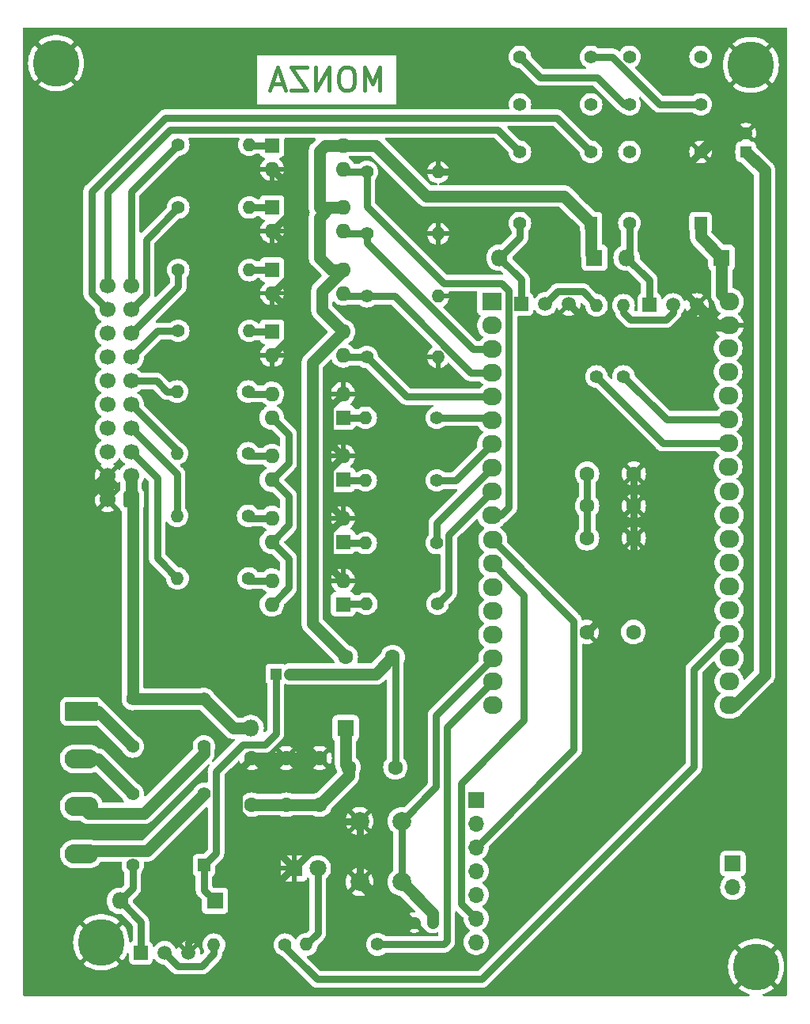
<source format=gbr>
%TF.GenerationSoftware,KiCad,Pcbnew,7.0.1*%
%TF.CreationDate,2023-05-03T13:42:05-03:00*%
%TF.ProjectId,proto,70726f74-6f2e-46b6-9963-61645f706362,rev?*%
%TF.SameCoordinates,Original*%
%TF.FileFunction,Copper,L2,Bot*%
%TF.FilePolarity,Positive*%
%FSLAX46Y46*%
G04 Gerber Fmt 4.6, Leading zero omitted, Abs format (unit mm)*
G04 Created by KiCad (PCBNEW 7.0.1) date 2023-05-03 13:42:05*
%MOMM*%
%LPD*%
G01*
G04 APERTURE LIST*
G04 Aperture macros list*
%AMRoundRect*
0 Rectangle with rounded corners*
0 $1 Rounding radius*
0 $2 $3 $4 $5 $6 $7 $8 $9 X,Y pos of 4 corners*
0 Add a 4 corners polygon primitive as box body*
4,1,4,$2,$3,$4,$5,$6,$7,$8,$9,$2,$3,0*
0 Add four circle primitives for the rounded corners*
1,1,$1+$1,$2,$3*
1,1,$1+$1,$4,$5*
1,1,$1+$1,$6,$7*
1,1,$1+$1,$8,$9*
0 Add four rect primitives between the rounded corners*
20,1,$1+$1,$2,$3,$4,$5,0*
20,1,$1+$1,$4,$5,$6,$7,0*
20,1,$1+$1,$6,$7,$8,$9,0*
20,1,$1+$1,$8,$9,$2,$3,0*%
G04 Aperture macros list end*
%ADD10C,0.400000*%
%TA.AperFunction,NonConductor*%
%ADD11C,0.400000*%
%TD*%
%TA.AperFunction,ComponentPad*%
%ADD12R,1.200000X1.200000*%
%TD*%
%TA.AperFunction,ComponentPad*%
%ADD13C,1.200000*%
%TD*%
%TA.AperFunction,ComponentPad*%
%ADD14R,1.800000X1.800000*%
%TD*%
%TA.AperFunction,ComponentPad*%
%ADD15C,1.800000*%
%TD*%
%TA.AperFunction,ComponentPad*%
%ADD16R,1.500000X1.500000*%
%TD*%
%TA.AperFunction,ComponentPad*%
%ADD17C,1.500000*%
%TD*%
%TA.AperFunction,ComponentPad*%
%ADD18C,1.400000*%
%TD*%
%TA.AperFunction,ComponentPad*%
%ADD19O,1.400000X1.400000*%
%TD*%
%TA.AperFunction,ComponentPad*%
%ADD20C,1.600000*%
%TD*%
%TA.AperFunction,ComponentPad*%
%ADD21C,2.000000*%
%TD*%
%TA.AperFunction,ComponentPad*%
%ADD22O,1.800000X1.800000*%
%TD*%
%TA.AperFunction,ComponentPad*%
%ADD23R,1.700000X1.700000*%
%TD*%
%TA.AperFunction,ComponentPad*%
%ADD24O,1.700000X1.700000*%
%TD*%
%TA.AperFunction,ComponentPad*%
%ADD25R,1.600000X1.600000*%
%TD*%
%TA.AperFunction,ComponentPad*%
%ADD26O,1.600000X1.600000*%
%TD*%
%TA.AperFunction,ComponentPad*%
%ADD27C,0.800000*%
%TD*%
%TA.AperFunction,ComponentPad*%
%ADD28C,5.000000*%
%TD*%
%TA.AperFunction,ComponentPad*%
%ADD29RoundRect,0.249999X-1.550001X0.790001X-1.550001X-0.790001X1.550001X-0.790001X1.550001X0.790001X0*%
%TD*%
%TA.AperFunction,ComponentPad*%
%ADD30O,3.600000X2.080000*%
%TD*%
%TA.AperFunction,ComponentPad*%
%ADD31R,1.400000X1.400000*%
%TD*%
%TA.AperFunction,ComponentPad*%
%ADD32RoundRect,0.250000X0.600000X0.600000X-0.600000X0.600000X-0.600000X-0.600000X0.600000X-0.600000X0*%
%TD*%
%TA.AperFunction,ComponentPad*%
%ADD33C,1.700000*%
%TD*%
%TA.AperFunction,ComponentPad*%
%ADD34R,2.100000X1.900000*%
%TD*%
%TA.AperFunction,ComponentPad*%
%ADD35O,2.100000X1.900000*%
%TD*%
%TA.AperFunction,ViaPad*%
%ADD36C,0.800000*%
%TD*%
%TA.AperFunction,Conductor*%
%ADD37C,1.270000*%
%TD*%
%TA.AperFunction,Conductor*%
%ADD38C,0.762000*%
%TD*%
G04 APERTURE END LIST*
D10*
D11*
X92836285Y-35446547D02*
X92836285Y-32946547D01*
X92836285Y-32946547D02*
X92002952Y-34732261D01*
X92002952Y-34732261D02*
X91169619Y-32946547D01*
X91169619Y-32946547D02*
X91169619Y-35446547D01*
X89502952Y-32946547D02*
X89026761Y-32946547D01*
X89026761Y-32946547D02*
X88788666Y-33065595D01*
X88788666Y-33065595D02*
X88550571Y-33303690D01*
X88550571Y-33303690D02*
X88431523Y-33779880D01*
X88431523Y-33779880D02*
X88431523Y-34613214D01*
X88431523Y-34613214D02*
X88550571Y-35089404D01*
X88550571Y-35089404D02*
X88788666Y-35327500D01*
X88788666Y-35327500D02*
X89026761Y-35446547D01*
X89026761Y-35446547D02*
X89502952Y-35446547D01*
X89502952Y-35446547D02*
X89741047Y-35327500D01*
X89741047Y-35327500D02*
X89979142Y-35089404D01*
X89979142Y-35089404D02*
X90098190Y-34613214D01*
X90098190Y-34613214D02*
X90098190Y-33779880D01*
X90098190Y-33779880D02*
X89979142Y-33303690D01*
X89979142Y-33303690D02*
X89741047Y-33065595D01*
X89741047Y-33065595D02*
X89502952Y-32946547D01*
X87360094Y-35446547D02*
X87360094Y-32946547D01*
X87360094Y-32946547D02*
X85931523Y-35446547D01*
X85931523Y-35446547D02*
X85931523Y-32946547D01*
X84979142Y-32946547D02*
X83312475Y-32946547D01*
X83312475Y-32946547D02*
X84979142Y-35446547D01*
X84979142Y-35446547D02*
X83312475Y-35446547D01*
X82479142Y-34732261D02*
X81288666Y-34732261D01*
X82717237Y-35446547D02*
X81883904Y-32946547D01*
X81883904Y-32946547D02*
X81050571Y-35446547D01*
D12*
%TO.P,C12,1*%
%TO.N,Net-(U6-EN)*%
X132000000Y-42000000D03*
D13*
%TO.P,C12,2*%
%TO.N,BATT-*%
X132000000Y-40000000D03*
%TD*%
D12*
%TO.P,C11,1*%
%TO.N,+5V*%
X81680000Y-97870000D03*
D13*
%TO.P,C11,2*%
%TO.N,Net-(U13-GND)*%
X83680000Y-97870000D03*
%TD*%
%TO.P,C1,1*%
%TO.N,PULL*%
X98520000Y-124460000D03*
%TO.P,C1,2*%
%TO.N,BATT-*%
X96520000Y-124460000D03*
%TD*%
D14*
%TO.P,D2,1,K*%
%TO.N,BATT-*%
X83640000Y-118660000D03*
D15*
%TO.P,D2,2,A*%
%TO.N,Net-(D2-A)*%
X86180000Y-118660000D03*
%TD*%
D16*
%TO.P,Q1,1,C*%
%TO.N,Net-(D1-A)*%
X67240000Y-127710000D03*
D17*
%TO.P,Q1,2,B*%
%TO.N,Net-(Q1-B)*%
X69780000Y-127710000D03*
%TO.P,Q1,3,E*%
%TO.N,BATT-*%
X72320000Y-127710000D03*
%TD*%
D18*
%TO.P,R25,1*%
%TO.N,CLOSE_MIRR*%
X116010000Y-66040000D03*
D19*
%TO.P,R25,2*%
%TO.N,Net-(Q3-B)*%
X116010000Y-58420000D03*
%TD*%
D20*
%TO.P,C10,1*%
%TO.N,+5V*%
X89180000Y-96070000D03*
%TO.P,C10,2*%
%TO.N,Net-(U13-GND)*%
X94180000Y-96070000D03*
%TD*%
D18*
%TO.P,R7,1*%
%TO.N,MIRROR_DOWN_REVERS*%
X98920000Y-70460000D03*
D19*
%TO.P,R7,2*%
%TO.N,Net-(R7-Pad2)*%
X91300000Y-70460000D03*
%TD*%
D20*
%TO.P,C2,1*%
%TO.N,+12V*%
X86380000Y-111870000D03*
%TO.P,C2,2*%
%TO.N,BATT-*%
X86380000Y-106870000D03*
%TD*%
D21*
%TO.P,SW1,1,1*%
%TO.N,BATT-*%
X90660000Y-120120000D03*
X90660000Y-113620000D03*
%TO.P,SW1,2,2*%
%TO.N,PULL*%
X95160000Y-120120000D03*
X95160000Y-113620000D03*
%TD*%
D18*
%TO.P,R24,1*%
%TO.N,OPEN_MIRR*%
X118910000Y-66040000D03*
D19*
%TO.P,R24,2*%
%TO.N,Net-(Q2-B)*%
X118910000Y-58420000D03*
%TD*%
D14*
%TO.P,D4,1,K*%
%TO.N,+5V*%
X129390000Y-53330000D03*
D22*
%TO.P,D4,2,A*%
%TO.N,Net-(D4-A)*%
X119230000Y-53330000D03*
%TD*%
D18*
%TO.P,R4,1*%
%TO.N,Net-(R4-Pad1)*%
X78720000Y-80960000D03*
D19*
%TO.P,R4,2*%
%TO.N,CLOSE_TECH_CAR*%
X71100000Y-80960000D03*
%TD*%
D18*
%TO.P,R23,1*%
%TO.N,MIRROR_POS*%
X91440000Y-63960001D03*
D19*
%TO.P,R23,2*%
%TO.N,BATT-*%
X99060000Y-63960001D03*
%TD*%
D20*
%TO.P,C4,1*%
%TO.N,+12V*%
X82780000Y-111870000D03*
%TO.P,C4,2*%
%TO.N,BATT-*%
X82780000Y-106870000D03*
%TD*%
D18*
%TO.P,R5,1*%
%TO.N,MIRROR_UP_REVERS*%
X98920000Y-77160000D03*
D19*
%TO.P,R5,2*%
%TO.N,Net-(R5-Pad2)*%
X91300000Y-77160000D03*
%TD*%
D18*
%TO.P,R14,1*%
%TO.N,CONTACT_CAR*%
X71240000Y-54660001D03*
D19*
%TO.P,R14,2*%
%TO.N,Net-(R14-Pad2)*%
X78860000Y-54660001D03*
%TD*%
D23*
%TO.P,J2,1,Pin_1*%
%TO.N,CANL_50*%
X130606400Y-118155400D03*
D24*
%TO.P,J2,2,Pin_2*%
%TO.N,CANH_50*%
X130606400Y-120695400D03*
%TD*%
D20*
%TO.P,C5,1*%
%TO.N,+5V*%
X115005000Y-76450000D03*
%TO.P,C5,2*%
%TO.N,BATT-*%
X120005000Y-76450000D03*
%TD*%
D16*
%TO.P,Q2,1,C*%
%TO.N,Net-(D4-A)*%
X121670000Y-58390000D03*
D17*
%TO.P,Q2,2,B*%
%TO.N,Net-(Q2-B)*%
X124210000Y-58390000D03*
%TO.P,Q2,3,E*%
%TO.N,BATT-*%
X126750000Y-58390000D03*
%TD*%
D25*
%TO.P,U8,1*%
%TO.N,Net-(R22-Pad2)*%
X81280000Y-61242143D03*
D26*
%TO.P,U8,2*%
%TO.N,BATT-*%
X81280000Y-63782143D03*
%TO.P,U8,3*%
%TO.N,MIRROR_POS*%
X88900000Y-63782143D03*
%TO.P,U8,4*%
%TO.N,+5V*%
X88900000Y-61242143D03*
%TD*%
D27*
%TO.P,H4,1,1*%
%TO.N,BATT-*%
X61117000Y-126589000D03*
X61666175Y-125263175D03*
X61666175Y-127914825D03*
X62992000Y-124714000D03*
D28*
X62992000Y-126589000D03*
D27*
X62992000Y-128464000D03*
X64317825Y-125263175D03*
X64317825Y-127914825D03*
X64867000Y-126589000D03*
%TD*%
D25*
%TO.P,U9,1*%
%TO.N,Net-(R1-Pad2)*%
X88880000Y-90427858D03*
D26*
%TO.P,U9,2*%
%TO.N,BATT-*%
X88880000Y-87887858D03*
%TO.P,U9,3*%
%TO.N,Net-(R2-Pad1)*%
X81260000Y-87887858D03*
%TO.P,U9,4*%
%TO.N,+12V*%
X81260000Y-90427858D03*
%TD*%
D23*
%TO.P,J3,1,Pin_1*%
%TO.N,+5V*%
X103120000Y-111330000D03*
D24*
%TO.P,J3,2,Pin_2*%
%TO.N,BATT-*%
X103120000Y-113870000D03*
%TO.P,J3,3,Pin_3*%
%TO.N,CS*%
X103120000Y-116410000D03*
%TO.P,J3,4,Pin_4*%
%TO.N,SO*%
X103120000Y-118950000D03*
%TO.P,J3,5,Pin_5*%
%TO.N,SI*%
X103120000Y-121490000D03*
%TO.P,J3,6,Pin_6*%
%TO.N,SCK*%
X103120000Y-124030000D03*
%TO.P,J3,7,Pin_7*%
%TO.N,INT*%
X103120000Y-126570000D03*
%TD*%
D25*
%TO.P,U7,1*%
%TO.N,Net-(R14-Pad2)*%
X81280000Y-54599286D03*
D26*
%TO.P,U7,2*%
%TO.N,BATT-*%
X81280000Y-57139286D03*
%TO.P,U7,3*%
%TO.N,CONTACT*%
X88900000Y-57139286D03*
%TO.P,U7,4*%
%TO.N,+5V*%
X88900000Y-54599286D03*
%TD*%
D20*
%TO.P,C3,1*%
%TO.N,+12V*%
X79080000Y-111870000D03*
%TO.P,C3,2*%
%TO.N,BATT-*%
X79080000Y-106870000D03*
%TD*%
D18*
%TO.P,R10,1*%
%TO.N,MIRR_ON_UP_CAR*%
X71240000Y-41260001D03*
D19*
%TO.P,R10,2*%
%TO.N,Net-(R10-Pad2)*%
X78860000Y-41260001D03*
%TD*%
D25*
%TO.P,U5,1*%
%TO.N,Net-(R12-Pad2)*%
X81280000Y-47956429D03*
D26*
%TO.P,U5,2*%
%TO.N,BATT-*%
X81280000Y-50496429D03*
%TO.P,U5,3*%
%TO.N,MIRR_OFF_DOWN*%
X88900000Y-50496429D03*
%TO.P,U5,4*%
%TO.N,+5V*%
X88900000Y-47956429D03*
%TD*%
D29*
%TO.P,J4,1,Pin_1*%
%TO.N,TECHO+'*%
X60890000Y-101880000D03*
D30*
%TO.P,J4,2,Pin_2*%
%TO.N,TECHO+*%
X60890000Y-106960000D03*
%TO.P,J4,3,Pin_3*%
%TO.N,MIRROR+'*%
X60890000Y-112040000D03*
%TO.P,J4,4,Pin_4*%
%TO.N,MIRROR+*%
X60890000Y-117120000D03*
%TD*%
D20*
%TO.P,C9,1*%
%TO.N,+12V*%
X89480000Y-107870000D03*
%TO.P,C9,2*%
%TO.N,Net-(U13-GND)*%
X94480000Y-107870000D03*
%TD*%
D27*
%TO.P,H2,1,1*%
%TO.N,BATT-*%
X130657175Y-32710175D03*
X131206350Y-31384350D03*
X131206350Y-34036000D03*
X132532175Y-30835175D03*
D28*
X132532175Y-32710175D03*
D27*
X132532175Y-34585175D03*
X133858000Y-31384350D03*
X133858000Y-34036000D03*
X134407175Y-32710175D03*
%TD*%
D31*
%TO.P,K2,1*%
%TO.N,+5V*%
X127155000Y-49630000D03*
D18*
%TO.P,K2,4*%
%TO.N,BATT-*%
X127155000Y-42010000D03*
%TO.P,K2,6*%
%TO.N,Net-(K2-Pad6)*%
X127155000Y-36930000D03*
%TO.P,K2,8*%
%TO.N,Net-(K2-Pad8)*%
X127155000Y-31850000D03*
%TO.P,K2,9*%
%TO.N,Net-(K2-Pad9)*%
X119535000Y-31850000D03*
%TO.P,K2,11*%
%TO.N,Net-(K2-Pad11)*%
X119535000Y-36930000D03*
%TO.P,K2,13*%
%TO.N,BATT+*%
X119535000Y-42010000D03*
%TO.P,K2,16*%
%TO.N,Net-(D4-A)*%
X119535000Y-49630000D03*
%TD*%
D27*
%TO.P,H3,1,1*%
%TO.N,BATT-*%
X131221000Y-129189000D03*
X131770175Y-127863175D03*
X131770175Y-130514825D03*
X133096000Y-127314000D03*
D28*
X133096000Y-129189000D03*
D27*
X133096000Y-131064000D03*
X134421825Y-127863175D03*
X134421825Y-130514825D03*
X134971000Y-129189000D03*
%TD*%
D18*
%TO.P,R6,1*%
%TO.N,Net-(R6-Pad1)*%
X78720000Y-74260000D03*
D19*
%TO.P,R6,2*%
%TO.N,MIRROR_UP_REVERS_CAR*%
X71100000Y-74260000D03*
%TD*%
D31*
%TO.P,K3,1*%
%TO.N,+5V*%
X115430000Y-49630000D03*
D18*
%TO.P,K3,4*%
%TO.N,OPEN_MIRR_CAR*%
X115430000Y-42010000D03*
%TO.P,K3,6*%
%TO.N,Net-(K2-Pad9)*%
X115430000Y-36930000D03*
%TO.P,K3,8*%
%TO.N,Net-(K2-Pad6)*%
X115430000Y-31850000D03*
%TO.P,K3,9*%
%TO.N,Net-(K2-Pad11)*%
X107810000Y-31850000D03*
%TO.P,K3,11*%
%TO.N,Net-(K2-Pad8)*%
X107810000Y-36930000D03*
%TO.P,K3,13*%
%TO.N,CLOSE_MIRR_CAR*%
X107810000Y-42010000D03*
%TO.P,K3,16*%
%TO.N,Net-(D5-A)*%
X107810000Y-49630000D03*
%TD*%
D32*
%TO.P,J1,1,Pin_1*%
%TO.N,BATT+*%
X66210000Y-79220000D03*
D33*
%TO.P,J1,2,Pin_2*%
%TO.N,BATT-*%
X63670000Y-79220000D03*
%TO.P,J1,3,Pin_3*%
%TO.N,BATT+*%
X66210000Y-76680000D03*
%TO.P,J1,4,Pin_4*%
%TO.N,BATT-*%
X63670000Y-76680000D03*
%TO.P,J1,5,Pin_5*%
%TO.N,OPEN_TECH_CAR*%
X66210000Y-74140000D03*
%TO.P,J1,6,Pin_6*%
%TO.N,CANL_500*%
X63670000Y-74140000D03*
%TO.P,J1,7,Pin_7*%
%TO.N,CLOSE_TECH_CAR*%
X66210000Y-71600000D03*
%TO.P,J1,8,Pin_8*%
%TO.N,CANH_500*%
X63670000Y-71600000D03*
%TO.P,J1,9,Pin_9*%
%TO.N,MIRROR_UP_REVERS_CAR*%
X66210000Y-69060000D03*
%TO.P,J1,10,Pin_10*%
%TO.N,CANH_50*%
X63670000Y-69060000D03*
%TO.P,J1,11,Pin_11*%
%TO.N,MIRROR_DOWN_REVERS_CAR*%
X66210000Y-66520000D03*
%TO.P,J1,12,Pin_12*%
%TO.N,CANL_50*%
X63670000Y-66520000D03*
%TO.P,J1,13,Pin_13*%
%TO.N,MIRROR_POS_CAR*%
X66210000Y-63980000D03*
%TO.P,J1,14,Pin_14*%
%TO.N,unconnected-(J1-Pin_14-Pad14)*%
X63670000Y-63980000D03*
%TO.P,J1,15,Pin_15*%
%TO.N,CONTACT_CAR*%
X66210000Y-61440000D03*
%TO.P,J1,16,Pin_16*%
%TO.N,unconnected-(J1-Pin_16-Pad16)*%
X63670000Y-61440000D03*
%TO.P,J1,17,Pin_17*%
%TO.N,MIRR_OFF_DOWN_CAR*%
X66210000Y-58900000D03*
%TO.P,J1,18,Pin_18*%
%TO.N,OPEN_MIRR_CAR*%
X63670000Y-58900000D03*
%TO.P,J1,19,Pin_19*%
%TO.N,MIRR_ON_UP_CAR*%
X66210000Y-56360000D03*
%TO.P,J1,20,Pin_20*%
%TO.N,CLOSE_MIRR_CAR*%
X63670000Y-56360000D03*
%TD*%
D18*
%TO.P,R21,1*%
%TO.N,LED_1*%
X92580000Y-126810000D03*
D19*
%TO.P,R21,2*%
%TO.N,Net-(D2-A)*%
X84960000Y-126810000D03*
%TD*%
D25*
%TO.P,U3,1*%
%TO.N,Net-(R7-Pad2)*%
X88880000Y-70449286D03*
D26*
%TO.P,U3,2*%
%TO.N,BATT-*%
X88880000Y-67909286D03*
%TO.P,U3,3*%
%TO.N,Net-(R8-Pad1)*%
X81260000Y-67909286D03*
%TO.P,U3,4*%
%TO.N,+12V*%
X81260000Y-70449286D03*
%TD*%
D14*
%TO.P,D3,1,K*%
%TO.N,+12V*%
X89160000Y-103670000D03*
D22*
%TO.P,D3,2,A*%
%TO.N,BATT+*%
X79000000Y-103670000D03*
%TD*%
D18*
%TO.P,R13,1*%
%TO.N,MIRR_OFF_DOWN*%
X91440000Y-50760001D03*
D19*
%TO.P,R13,2*%
%TO.N,BATT-*%
X99060000Y-50760001D03*
%TD*%
D20*
%TO.P,C7,1*%
%TO.N,+5V*%
X115005000Y-83350000D03*
%TO.P,C7,2*%
%TO.N,BATT-*%
X120005000Y-83350000D03*
%TD*%
D25*
%TO.P,U4,1*%
%TO.N,Net-(R10-Pad2)*%
X81280000Y-41313572D03*
D26*
%TO.P,U4,2*%
%TO.N,BATT-*%
X81280000Y-43853572D03*
%TO.P,U4,3*%
%TO.N,MIRR_ON_UP*%
X88900000Y-43853572D03*
%TO.P,U4,4*%
%TO.N,+5V*%
X88900000Y-41313572D03*
%TD*%
D18*
%TO.P,R1,1*%
%TO.N,OPEN_TECH*%
X98990000Y-90352858D03*
D19*
%TO.P,R1,2*%
%TO.N,Net-(R1-Pad2)*%
X91370000Y-90352858D03*
%TD*%
D25*
%TO.P,U2,1*%
%TO.N,Net-(R5-Pad2)*%
X88880000Y-77092143D03*
D26*
%TO.P,U2,2*%
%TO.N,BATT-*%
X88880000Y-74552143D03*
%TO.P,U2,3*%
%TO.N,Net-(R6-Pad1)*%
X81260000Y-74552143D03*
%TO.P,U2,4*%
%TO.N,+12V*%
X81260000Y-77092143D03*
%TD*%
D14*
%TO.P,D1,1,K*%
%TO.N,+5V*%
X75160000Y-122150000D03*
D22*
%TO.P,D1,2,A*%
%TO.N,Net-(D1-A)*%
X65000000Y-122150000D03*
%TD*%
D18*
%TO.P,R15,1*%
%TO.N,CONTACT*%
X91440000Y-57460001D03*
D19*
%TO.P,R15,2*%
%TO.N,BATT-*%
X99060000Y-57460001D03*
%TD*%
D31*
%TO.P,K1,1*%
%TO.N,+5V*%
X74000000Y-118330000D03*
D18*
%TO.P,K1,4*%
%TO.N,MIRROR+*%
X74000000Y-110710000D03*
%TO.P,K1,6*%
%TO.N,MIRROR+'*%
X74000000Y-105630000D03*
%TO.P,K1,8*%
%TO.N,BATT+*%
X74000000Y-100550000D03*
%TO.P,K1,9*%
X66380000Y-100550000D03*
%TO.P,K1,11*%
%TO.N,TECHO+'*%
X66380000Y-105630000D03*
%TO.P,K1,13*%
%TO.N,TECHO+*%
X66380000Y-110710000D03*
%TO.P,K1,16*%
%TO.N,Net-(D1-A)*%
X66380000Y-118330000D03*
%TD*%
D25*
%TO.P,U1,1*%
%TO.N,Net-(R3-Pad2)*%
X88880000Y-83735000D03*
D26*
%TO.P,U1,2*%
%TO.N,BATT-*%
X88880000Y-81195000D03*
%TO.P,U1,3*%
%TO.N,Net-(R4-Pad1)*%
X81260000Y-81195000D03*
%TO.P,U1,4*%
%TO.N,+12V*%
X81260000Y-83735000D03*
%TD*%
D18*
%TO.P,R3,1*%
%TO.N,CLOSE_TECH*%
X98920000Y-83860000D03*
D19*
%TO.P,R3,2*%
%TO.N,Net-(R3-Pad2)*%
X91300000Y-83860000D03*
%TD*%
D18*
%TO.P,R9,1*%
%TO.N,POWER*%
X82680000Y-126840000D03*
D19*
%TO.P,R9,2*%
%TO.N,Net-(Q1-B)*%
X75060000Y-126840000D03*
%TD*%
D18*
%TO.P,R12,1*%
%TO.N,MIRR_OFF_DOWN_CAR*%
X71240000Y-47960001D03*
D19*
%TO.P,R12,2*%
%TO.N,Net-(R12-Pad2)*%
X78860000Y-47960001D03*
%TD*%
D18*
%TO.P,R2,1*%
%TO.N,Net-(R2-Pad1)*%
X78790000Y-87652858D03*
D19*
%TO.P,R2,2*%
%TO.N,OPEN_TECH_CAR*%
X71170000Y-87652858D03*
%TD*%
D14*
%TO.P,D5,1,K*%
%TO.N,+5V*%
X115790000Y-53330000D03*
D22*
%TO.P,D5,2,A*%
%TO.N,Net-(D5-A)*%
X105630000Y-53330000D03*
%TD*%
D16*
%TO.P,Q3,1,C*%
%TO.N,Net-(D5-A)*%
X107970000Y-58290000D03*
D17*
%TO.P,Q3,2,B*%
%TO.N,Net-(Q3-B)*%
X110510000Y-58290000D03*
%TO.P,Q3,3,E*%
%TO.N,BATT-*%
X113050000Y-58290000D03*
%TD*%
D20*
%TO.P,C8,1*%
%TO.N,+5V*%
X119955000Y-93385000D03*
%TO.P,C8,2*%
%TO.N,BATT-*%
X114955000Y-93385000D03*
%TD*%
D18*
%TO.P,R22,1*%
%TO.N,MIRROR_POS_CAR*%
X71240000Y-61160001D03*
D19*
%TO.P,R22,2*%
%TO.N,Net-(R22-Pad2)*%
X78860000Y-61160001D03*
%TD*%
D20*
%TO.P,C6,1*%
%TO.N,+5V*%
X115005000Y-79900000D03*
%TO.P,C6,2*%
%TO.N,BATT-*%
X120005000Y-79900000D03*
%TD*%
D27*
%TO.P,H1,1,1*%
%TO.N,BATT-*%
X56291000Y-32512000D03*
X56840175Y-31186175D03*
X56840175Y-33837825D03*
X58166000Y-30637000D03*
D28*
X58166000Y-32512000D03*
D27*
X58166000Y-34387000D03*
X59491825Y-31186175D03*
X59491825Y-33837825D03*
X60041000Y-32512000D03*
%TD*%
D18*
%TO.P,R8,1*%
%TO.N,Net-(R8-Pad1)*%
X78720000Y-67660000D03*
D19*
%TO.P,R8,2*%
%TO.N,MIRROR_DOWN_REVERS_CAR*%
X71100000Y-67660000D03*
%TD*%
D34*
%TO.P,U6,1,3V3*%
%TO.N,+3.3VP*%
X104805000Y-58035000D03*
D35*
%TO.P,U6,2,CLK*%
%TO.N,unconnected-(U6-CLK-Pad2)*%
X104805000Y-60575000D03*
%TO.P,U6,3,SD0*%
%TO.N,MIRR_OFF_DOWN*%
X104805000Y-63115000D03*
%TO.P,U6,4,SD1*%
%TO.N,CONTACT*%
X104805000Y-65655000D03*
%TO.P,U6,5,D0*%
%TO.N,MIRROR_POS*%
X104805000Y-68195000D03*
%TO.P,U6,6,D15*%
%TO.N,MIRROR_DOWN_REVERS*%
X104805000Y-70735000D03*
%TO.P,U6,7,D2*%
%TO.N,MIRROR_UP_REVERS*%
X104805000Y-73275000D03*
%TO.P,U6,8,D4*%
%TO.N,CLOSE_TECH*%
X104805000Y-75815000D03*
%TO.P,U6,9,RX2*%
%TO.N,OPEN_TECH*%
X104805000Y-78355000D03*
%TO.P,U6,10,TX2*%
%TO.N,MIRR_ON_UP*%
X104805000Y-80895000D03*
%TO.P,U6,11,D5*%
%TO.N,CS*%
X104905000Y-83535000D03*
%TO.P,U6,12,D18*%
%TO.N,SCK*%
X104905000Y-86075000D03*
%TO.P,U6,13,D19*%
%TO.N,SO*%
X104905000Y-88615000D03*
%TO.P,U6,14,D21*%
%TO.N,INT*%
X104905000Y-91155000D03*
%TO.P,U6,15,RX0*%
%TO.N,unconnected-(U6-RX0-Pad15)*%
X104905000Y-93695000D03*
%TO.P,U6,16,TX0*%
%TO.N,PULL*%
X104905000Y-96235000D03*
%TO.P,U6,17,D22*%
%TO.N,LED_1*%
X104905000Y-98675000D03*
%TO.P,U6,18,D23*%
%TO.N,SI*%
X104905000Y-101215000D03*
%TO.P,U6,19,VIN*%
%TO.N,+5V*%
X130205000Y-58035000D03*
%TO.P,U6,20,GND*%
%TO.N,BATT-*%
X130205000Y-60575000D03*
%TO.P,U6,21,CMD*%
%TO.N,unconnected-(U6-CMD-Pad21)*%
X130105000Y-63015000D03*
%TO.P,U6,22,SD3*%
%TO.N,unconnected-(U6-SD3-Pad22)*%
X130105000Y-65555000D03*
%TO.P,U6,23,SD2*%
%TO.N,unconnected-(U6-SD2-Pad23)*%
X130105000Y-68095000D03*
%TO.P,U6,24,D13*%
%TO.N,OPEN_MIRR*%
X130105000Y-70635000D03*
%TO.P,U6,25,D12*%
%TO.N,CLOSE_MIRR*%
X130105000Y-73175000D03*
%TO.P,U6,26,D14*%
%TO.N,unconnected-(U6-D14-Pad26)*%
X130105000Y-75715000D03*
%TO.P,U6,27,D27*%
%TO.N,unconnected-(U6-D27-Pad27)*%
X130205000Y-78355000D03*
%TO.P,U6,28,D26*%
%TO.N,RXCANH*%
X130205000Y-80895000D03*
%TO.P,U6,29,D25*%
%TO.N,TXCANH*%
X130205000Y-83435000D03*
%TO.P,U6,30,D33*%
%TO.N,unconnected-(U6-D33-Pad30)*%
X130205000Y-85975000D03*
%TO.P,U6,31,D32*%
%TO.N,unconnected-(U6-D32-Pad31)*%
X130205000Y-88515000D03*
%TO.P,U6,32,D35*%
%TO.N,unconnected-(U6-D35-Pad32)*%
X130205000Y-91055000D03*
%TO.P,U6,33,D34*%
%TO.N,POWER*%
X130205000Y-93595000D03*
%TO.P,U6,34,VN*%
%TO.N,unconnected-(U6-VN-Pad34)*%
X130205000Y-96135000D03*
%TO.P,U6,35,VP*%
%TO.N,unconnected-(U6-VP-Pad35)*%
X130205000Y-98675000D03*
%TO.P,U6,36,EN*%
%TO.N,Net-(U6-EN)*%
X130205000Y-101215000D03*
%TD*%
D18*
%TO.P,R11,1*%
%TO.N,MIRR_ON_UP*%
X91440000Y-44160001D03*
D19*
%TO.P,R11,2*%
%TO.N,BATT-*%
X99060000Y-44160001D03*
%TD*%
D36*
%TO.N,BATT-*%
X63754000Y-93472000D03*
%TD*%
D37*
%TO.N,Net-(U6-EN)*%
X130785000Y-101215000D02*
X130205000Y-101215000D01*
X134000000Y-44000000D02*
X134000000Y-98000000D01*
X134000000Y-98000000D02*
X130785000Y-101215000D01*
X132000000Y-42000000D02*
X134000000Y-44000000D01*
%TO.N,BATT-*%
X129165000Y-40000000D02*
X127155000Y-42010000D01*
X132000000Y-40000000D02*
X129165000Y-40000000D01*
X95000000Y-124460000D02*
X90660000Y-120120000D01*
X96520000Y-124460000D02*
X95000000Y-124460000D01*
%TO.N,PULL*%
X98520000Y-123480000D02*
X95160000Y-120120000D01*
X98520000Y-124460000D02*
X98520000Y-123480000D01*
D38*
%TO.N,LED_1*%
X100000000Y-126470000D02*
X100000000Y-103580000D01*
X100000000Y-103580000D02*
X104905000Y-98675000D01*
X99660000Y-126810000D02*
X100000000Y-126470000D01*
X92580000Y-126810000D02*
X99660000Y-126810000D01*
%TO.N,PULL*%
X98818000Y-102322000D02*
X104905000Y-96235000D01*
X95460000Y-120420000D02*
X95160000Y-120120000D01*
X95160000Y-113620000D02*
X95160000Y-120120000D01*
X95160000Y-113620000D02*
X98818000Y-109962000D01*
X98818000Y-109962000D02*
X98818000Y-102322000D01*
%TO.N,+12V*%
X83058000Y-85533000D02*
X83058000Y-88629858D01*
X83058000Y-75294143D02*
X81260000Y-77092143D01*
D37*
X89160000Y-103670000D02*
X89160000Y-107550000D01*
D38*
X83058000Y-88629858D02*
X81260000Y-90427858D01*
D37*
X82780000Y-111870000D02*
X86380000Y-111870000D01*
D38*
X83058000Y-81937000D02*
X81260000Y-83735000D01*
X81260000Y-77092143D02*
X83058000Y-78890143D01*
D37*
X89480000Y-108770000D02*
X86380000Y-111870000D01*
X79080000Y-111870000D02*
X82780000Y-111870000D01*
D38*
X81260000Y-83735000D02*
X83058000Y-85533000D01*
X81260000Y-70449286D02*
X83058000Y-72247286D01*
X83058000Y-78890143D02*
X83058000Y-81937000D01*
D37*
X89480000Y-107870000D02*
X89480000Y-108770000D01*
X89160000Y-107550000D02*
X89480000Y-107870000D01*
D38*
X83058000Y-72247286D02*
X83058000Y-75294143D01*
%TO.N,BATT-*%
X120005000Y-83350000D02*
X120005000Y-88335000D01*
X83058000Y-62004143D02*
X83058000Y-58917286D01*
X99060000Y-44160001D02*
X125004999Y-44160001D01*
D37*
X128901000Y-60575000D02*
X130205000Y-60575000D01*
D38*
X120005000Y-88335000D02*
X114955000Y-93385000D01*
X120005000Y-79900000D02*
X120005000Y-76450000D01*
X125004999Y-44160001D02*
X127155000Y-42010000D01*
X74168000Y-124714000D02*
X77470000Y-124714000D01*
X83058000Y-55361286D02*
X83058000Y-52274429D01*
D37*
X79080000Y-106870000D02*
X82780000Y-106870000D01*
D38*
X88880000Y-87887858D02*
X87499000Y-86506858D01*
X87499000Y-79814000D02*
X87499000Y-75933143D01*
X87499000Y-75933143D02*
X88880000Y-74552143D01*
X81280000Y-57139286D02*
X83058000Y-55361286D01*
X77699000Y-108251000D02*
X79080000Y-106870000D01*
X88680000Y-113620000D02*
X90660000Y-113620000D01*
X115974000Y-61214000D02*
X124460000Y-61214000D01*
X87499000Y-86506858D02*
X87499000Y-82576000D01*
X77699000Y-112719000D02*
X77699000Y-108251000D01*
X87499000Y-82576000D02*
X88880000Y-81195000D01*
D37*
X61468000Y-78882000D02*
X61468000Y-93472000D01*
D38*
X125476000Y-57116000D02*
X125476000Y-43689000D01*
X77470000Y-124714000D02*
X83524000Y-118660000D01*
X81280000Y-63782143D02*
X83058000Y-62004143D01*
X125476000Y-43689000D02*
X127155000Y-42010000D01*
X113050000Y-58290000D02*
X115974000Y-61214000D01*
X124460000Y-61214000D02*
X126750000Y-58924000D01*
X83058000Y-52274429D02*
X81280000Y-50496429D01*
D37*
X63670000Y-76680000D02*
X61468000Y-78882000D01*
D38*
X83058000Y-48718429D02*
X83058000Y-45631572D01*
X72320000Y-127710000D02*
X72320000Y-126562000D01*
X88880000Y-74552143D02*
X87499000Y-73171143D01*
X126750000Y-58390000D02*
X125476000Y-57116000D01*
D37*
X61468000Y-93472000D02*
X63754000Y-93472000D01*
D38*
X88880000Y-81195000D02*
X87499000Y-79814000D01*
X120005000Y-83350000D02*
X120005000Y-79900000D01*
D37*
X82780000Y-106870000D02*
X86380000Y-106870000D01*
D38*
X87499000Y-73171143D02*
X87499000Y-69290286D01*
X83058000Y-58917286D02*
X81280000Y-57139286D01*
X83058000Y-45631572D02*
X81280000Y-43853572D01*
X81280000Y-50496429D02*
X83058000Y-48718429D01*
D37*
X126750000Y-58424000D02*
X128901000Y-60575000D01*
X63670000Y-79220000D02*
X63670000Y-76680000D01*
D38*
X87499000Y-69290286D02*
X88880000Y-67909286D01*
X83524000Y-118660000D02*
X83640000Y-118660000D01*
X72320000Y-126562000D02*
X74168000Y-124714000D01*
X83640000Y-118660000D02*
X88680000Y-113620000D01*
X83640000Y-118660000D02*
X77699000Y-112719000D01*
X90660000Y-113620000D02*
X90660000Y-120120000D01*
X126750000Y-58924000D02*
X126750000Y-58390000D01*
D37*
X126750000Y-58390000D02*
X126750000Y-58424000D01*
D38*
X90460000Y-120320000D02*
X90660000Y-120120000D01*
D37*
%TO.N,+5V*%
X85598000Y-92488000D02*
X89180000Y-96070000D01*
X87425571Y-47956429D02*
X86360000Y-49022000D01*
X127155000Y-49630000D02*
X127155000Y-51095000D01*
D38*
X74000000Y-118330000D02*
X75281000Y-117049000D01*
X80518000Y-105410000D02*
X81680000Y-104248000D01*
X78150000Y-105410000D02*
X80518000Y-105410000D01*
X74000000Y-118330000D02*
X74000000Y-120990000D01*
D37*
X87519000Y-55980286D02*
X86614000Y-56885286D01*
D38*
X74000000Y-120990000D02*
X75160000Y-122150000D01*
D37*
X103120000Y-111330000D02*
X103120000Y-111256000D01*
X86537000Y-63605143D02*
X85598000Y-64544143D01*
X92367572Y-41313572D02*
X88900000Y-41313572D01*
X86614000Y-56885286D02*
X86614000Y-58956143D01*
X86360000Y-49022000D02*
X86360000Y-53340000D01*
X87619286Y-54599286D02*
X88900000Y-54599286D01*
X114149000Y-48349000D02*
X112536000Y-46736000D01*
D38*
X115430000Y-52970000D02*
X115790000Y-53330000D01*
D37*
X88900000Y-54599286D02*
X87519000Y-55980286D01*
X88900000Y-61242143D02*
X86537000Y-63605143D01*
D38*
X115005000Y-76450000D02*
X115005000Y-79900000D01*
X81680000Y-104248000D02*
X81680000Y-97870000D01*
D37*
X129390000Y-53330000D02*
X129390000Y-57220000D01*
X112536000Y-46736000D02*
X97790000Y-46736000D01*
X86360000Y-47956429D02*
X88900000Y-47956429D01*
X85598000Y-64544143D02*
X85598000Y-92488000D01*
X129390000Y-57220000D02*
X130205000Y-58035000D01*
X88900000Y-41313572D02*
X86956428Y-41313572D01*
D38*
X75281000Y-117049000D02*
X75281000Y-108279000D01*
X115005000Y-83350000D02*
X115005000Y-79900000D01*
D37*
X86360000Y-53340000D02*
X87619286Y-54599286D01*
X86614000Y-58956143D02*
X88900000Y-61242143D01*
X97790000Y-46736000D02*
X92367572Y-41313572D01*
X88900000Y-47956429D02*
X87425571Y-47956429D01*
D38*
X75281000Y-108279000D02*
X78150000Y-105410000D01*
D37*
X86956428Y-41313572D02*
X86360000Y-41910000D01*
X115430000Y-49630000D02*
X114149000Y-48349000D01*
X86360000Y-41910000D02*
X86360000Y-47956429D01*
X115430000Y-49630000D02*
X115430000Y-52970000D01*
X127155000Y-51095000D02*
X129390000Y-53330000D01*
D38*
%TO.N,Net-(U13-GND)*%
X94480000Y-107870000D02*
X94480000Y-96370000D01*
D37*
X83180000Y-97870000D02*
X92380000Y-97870000D01*
X92380000Y-97870000D02*
X94180000Y-96070000D01*
D38*
X94480000Y-96370000D02*
X94180000Y-96070000D01*
%TO.N,Net-(D1-A)*%
X67240000Y-124390000D02*
X65000000Y-122150000D01*
X67240000Y-127710000D02*
X67240000Y-124390000D01*
X66380000Y-120770000D02*
X65000000Y-122150000D01*
X66380000Y-118330000D02*
X66380000Y-120770000D01*
%TO.N,Net-(D2-A)*%
X86180000Y-125590000D02*
X86180000Y-118660000D01*
X84960000Y-126810000D02*
X86180000Y-125590000D01*
D37*
%TO.N,BATT+*%
X66210000Y-76680000D02*
X66210000Y-79220000D01*
X79000000Y-103670000D02*
X77120000Y-103670000D01*
X77120000Y-103670000D02*
X74000000Y-100550000D01*
X66380000Y-100550000D02*
X66380000Y-79390000D01*
X66380000Y-100550000D02*
X74000000Y-100550000D01*
X66380000Y-79390000D02*
X66210000Y-79220000D01*
D38*
%TO.N,Net-(D4-A)*%
X121670000Y-58390000D02*
X121670000Y-55770000D01*
X119535000Y-49630000D02*
X119535000Y-53025000D01*
X119535000Y-53025000D02*
X119230000Y-53330000D01*
X121670000Y-55770000D02*
X119230000Y-53330000D01*
%TO.N,Net-(D5-A)*%
X107970000Y-58290000D02*
X107970000Y-55670000D01*
X107970000Y-55670000D02*
X105630000Y-53330000D01*
X107810000Y-51150000D02*
X105630000Y-53330000D01*
X107810000Y-49630000D02*
X107810000Y-51150000D01*
%TO.N,OPEN_TECH_CAR*%
X68980000Y-85462858D02*
X68980000Y-76910000D01*
X68980000Y-76910000D02*
X66210000Y-74140000D01*
X71170000Y-87652858D02*
X68980000Y-85462858D01*
%TO.N,CLOSE_TECH_CAR*%
X71100000Y-80960000D02*
X71100000Y-76490000D01*
X71100000Y-76490000D02*
X66210000Y-71600000D01*
%TO.N,MIRROR_POS_CAR*%
X71240000Y-61160001D02*
X69029999Y-61160001D01*
X69029999Y-61160001D02*
X66210000Y-63980000D01*
%TO.N,MIRR_ON_UP_CAR*%
X66210000Y-46290001D02*
X66210000Y-56360000D01*
X71240000Y-41260001D02*
X66210000Y-46290001D01*
%TO.N,MIRR_OFF_DOWN_CAR*%
X71240000Y-47960001D02*
X67818000Y-51382001D01*
X67818000Y-57292000D02*
X66210000Y-58900000D01*
X67818000Y-51382001D02*
X67818000Y-57292000D01*
%TO.N,MIRROR_DOWN_REVERS_CAR*%
X68900000Y-66510000D02*
X68890000Y-66520000D01*
X68890000Y-66520000D02*
X66210000Y-66520000D01*
X70050000Y-67660000D02*
X68900000Y-66510000D01*
X71100000Y-67660000D02*
X70050000Y-67660000D01*
%TO.N,MIRROR_UP_REVERS_CAR*%
X71100000Y-74260000D02*
X71100000Y-73950000D01*
X71100000Y-73950000D02*
X66210000Y-69060000D01*
%TO.N,CLOSE_MIRR_CAR*%
X70358000Y-39624000D02*
X105424000Y-39624000D01*
X63670000Y-46312000D02*
X70358000Y-39624000D01*
X105424000Y-39624000D02*
X107810000Y-42010000D01*
X63670000Y-56360000D02*
X63670000Y-46312000D01*
%TO.N,OPEN_MIRR_CAR*%
X61976000Y-57206000D02*
X61976000Y-46228000D01*
X61976000Y-46228000D02*
X69850000Y-38354000D01*
X69850000Y-38354000D02*
X111774000Y-38354000D01*
X63670000Y-58900000D02*
X61976000Y-57206000D01*
X111774000Y-38354000D02*
X115430000Y-42010000D01*
%TO.N,CONTACT_CAR*%
X71240000Y-56410000D02*
X66210000Y-61440000D01*
X71240000Y-54660001D02*
X71240000Y-56410000D01*
%TO.N,CS*%
X113574000Y-92204000D02*
X104905000Y-83535000D01*
X113574000Y-105956000D02*
X113574000Y-92204000D01*
X103120000Y-116410000D02*
X113574000Y-105956000D01*
%TO.N,SCK*%
X108224763Y-102849237D02*
X101530000Y-109544000D01*
X104905000Y-86075000D02*
X108224763Y-89394763D01*
X101530000Y-122440000D02*
X103120000Y-124030000D01*
X108224763Y-89394763D02*
X108224763Y-102849237D01*
X101530000Y-109544000D02*
X101530000Y-122440000D01*
D37*
%TO.N,TECHO+'*%
X60890000Y-101880000D02*
X62630000Y-101880000D01*
X62630000Y-101880000D02*
X66380000Y-105630000D01*
%TO.N,TECHO+*%
X60890000Y-106960000D02*
X62630000Y-106960000D01*
X62630000Y-106960000D02*
X66380000Y-110710000D01*
%TO.N,MIRROR+'*%
X61626000Y-112776000D02*
X67564000Y-112776000D01*
X60890000Y-112040000D02*
X61626000Y-112776000D01*
X67564000Y-112776000D02*
X74000000Y-106340000D01*
X74000000Y-106340000D02*
X74000000Y-105630000D01*
%TO.N,MIRROR+*%
X67915000Y-116795000D02*
X74000000Y-110710000D01*
X61215000Y-116795000D02*
X67915000Y-116795000D01*
X60890000Y-117120000D02*
X61215000Y-116795000D01*
D38*
%TO.N,Net-(K2-Pad6)*%
X115430000Y-31850000D02*
X117723392Y-31850000D01*
X122803392Y-36930000D02*
X127155000Y-36930000D01*
X117723392Y-31850000D02*
X122803392Y-36930000D01*
%TO.N,Net-(K2-Pad11)*%
X118972000Y-36930000D02*
X119535000Y-36930000D01*
X116078000Y-34036000D02*
X118972000Y-36930000D01*
X107810000Y-31850000D02*
X109996000Y-34036000D01*
X109996000Y-34036000D02*
X116078000Y-34036000D01*
%TO.N,Net-(Q1-B)*%
X75060000Y-126840000D02*
X75060000Y-127829949D01*
X75060000Y-127829949D02*
X73749949Y-129140000D01*
X71210000Y-129140000D02*
X69780000Y-127710000D01*
X73749949Y-129140000D02*
X71210000Y-129140000D01*
%TO.N,Net-(Q2-B)*%
X118910000Y-58420000D02*
X118910000Y-59220000D01*
X123444000Y-59944000D02*
X124210000Y-59178000D01*
X124210000Y-59178000D02*
X124210000Y-58390000D01*
X119634000Y-59944000D02*
X123444000Y-59944000D01*
X118910000Y-59220000D02*
X119634000Y-59944000D01*
%TO.N,Net-(Q3-B)*%
X110510000Y-58290000D02*
X111841000Y-56959000D01*
X111841000Y-56959000D02*
X114549000Y-56959000D01*
X114549000Y-56959000D02*
X116010000Y-58420000D01*
%TO.N,OPEN_TECH*%
X100201000Y-82959000D02*
X104805000Y-78355000D01*
X98990000Y-90352858D02*
X100201000Y-89141858D01*
X100201000Y-89141858D02*
X100201000Y-82959000D01*
%TO.N,Net-(R1-Pad2)*%
X88955000Y-90352858D02*
X88880000Y-90427858D01*
X91370000Y-90352858D02*
X88955000Y-90352858D01*
%TO.N,Net-(R2-Pad1)*%
X79025000Y-87887858D02*
X78790000Y-87652858D01*
X81260000Y-87887858D02*
X79025000Y-87887858D01*
%TO.N,CLOSE_TECH*%
X98920000Y-83860000D02*
X98920000Y-81700000D01*
X98920000Y-81700000D02*
X104805000Y-75815000D01*
%TO.N,Net-(R3-Pad2)*%
X89005000Y-83860000D02*
X88880000Y-83735000D01*
X91300000Y-83860000D02*
X89005000Y-83860000D01*
%TO.N,Net-(R4-Pad1)*%
X78955000Y-81195000D02*
X78720000Y-80960000D01*
X81260000Y-81195000D02*
X78955000Y-81195000D01*
%TO.N,OPEN_MIRR*%
X123505000Y-70635000D02*
X130105000Y-70635000D01*
X118910000Y-66040000D02*
X123505000Y-70635000D01*
%TO.N,Net-(R5-Pad2)*%
X91300000Y-77160000D02*
X88947857Y-77160000D01*
X88947857Y-77160000D02*
X88880000Y-77092143D01*
%TO.N,Net-(R6-Pad1)*%
X81260000Y-74552143D02*
X79012143Y-74552143D01*
X79012143Y-74552143D02*
X78720000Y-74260000D01*
%TO.N,CLOSE_MIRR*%
X123145000Y-73175000D02*
X130105000Y-73175000D01*
X116010000Y-66040000D02*
X123145000Y-73175000D01*
%TO.N,Net-(R7-Pad2)*%
X91300000Y-70460000D02*
X88890714Y-70460000D01*
X88890714Y-70460000D02*
X88880000Y-70449286D01*
%TO.N,Net-(R8-Pad1)*%
X81260000Y-67909286D02*
X78969286Y-67909286D01*
X78969286Y-67909286D02*
X78720000Y-67660000D01*
%TO.N,POWER*%
X82680000Y-127130000D02*
X86091000Y-130541000D01*
X126423270Y-97376730D02*
X126423270Y-107830470D01*
X130205000Y-93595000D02*
X126423270Y-97376730D01*
X82680000Y-126840000D02*
X82680000Y-127130000D01*
X103712740Y-130541000D02*
X126423270Y-107830470D01*
X86091000Y-130541000D02*
X103712740Y-130541000D01*
%TO.N,Net-(R10-Pad2)*%
X78913571Y-41313572D02*
X78860000Y-41260001D01*
X81280000Y-41313572D02*
X78913571Y-41313572D01*
%TO.N,MIRR_ON_UP*%
X106639000Y-80051000D02*
X106639000Y-56880400D01*
X106639000Y-56880400D02*
X105818300Y-56059700D01*
X89206429Y-44160001D02*
X88900000Y-43853572D01*
X105795000Y-80895000D02*
X106639000Y-80051000D01*
X99667700Y-56059700D02*
X91440000Y-47832000D01*
X91440000Y-44160001D02*
X89206429Y-44160001D01*
X91440000Y-47832000D02*
X91440000Y-44160001D01*
X104805000Y-80895000D02*
X105795000Y-80895000D01*
X105818300Y-56059700D02*
X99667700Y-56059700D01*
%TO.N,Net-(R12-Pad2)*%
X81280000Y-47956429D02*
X78863572Y-47956429D01*
X78863572Y-47956429D02*
X78860000Y-47960001D01*
%TO.N,MIRR_OFF_DOWN*%
X89163572Y-50760001D02*
X88900000Y-50496429D01*
X91440000Y-50760001D02*
X89163572Y-50760001D01*
X102805050Y-63115000D02*
X104805000Y-63115000D01*
X91440000Y-50760001D02*
X91440000Y-51749950D01*
X91440000Y-51749950D02*
X102805050Y-63115000D01*
%TO.N,Net-(R14-Pad2)*%
X81280000Y-54599286D02*
X78920715Y-54599286D01*
X78920715Y-54599286D02*
X78860000Y-54660001D01*
%TO.N,CONTACT*%
X91440000Y-57460001D02*
X89220715Y-57460001D01*
X91440000Y-57460001D02*
X94371608Y-57460001D01*
X102566607Y-65655000D02*
X104805000Y-65655000D01*
X89220715Y-57460001D02*
X88900000Y-57139286D01*
X94371608Y-57460001D02*
X102566607Y-65655000D01*
%TO.N,Net-(R22-Pad2)*%
X78942142Y-61242143D02*
X78860000Y-61160001D01*
X81280000Y-61242143D02*
X78942142Y-61242143D01*
%TO.N,MIRROR_POS*%
X95674999Y-68195000D02*
X104805000Y-68195000D01*
X91440000Y-63960001D02*
X89077858Y-63960001D01*
X89077858Y-63960001D02*
X88900000Y-63782143D01*
X91440000Y-63960001D02*
X95674999Y-68195000D01*
%TO.N,MIRROR_UP_REVERS*%
X98920000Y-77160000D02*
X100920000Y-77160000D01*
X100920000Y-77160000D02*
X104805000Y-73275000D01*
%TO.N,MIRROR_DOWN_REVERS*%
X104530000Y-70460000D02*
X104805000Y-70735000D01*
X98920000Y-70460000D02*
X104530000Y-70460000D01*
%TO.N,unconnected-(U6-CLK-Pad2)*%
X104805000Y-60575000D02*
X104183000Y-60575000D01*
%TD*%
%TA.AperFunction,Conductor*%
%TO.N,BATT-*%
G36*
X77739670Y-40528786D02*
G01*
X77784608Y-40570875D01*
X77803762Y-40629390D01*
X77792409Y-40689903D01*
X77775959Y-40725181D01*
X77720044Y-40845089D01*
X77665313Y-41049348D01*
X77646883Y-41260001D01*
X77665313Y-41470653D01*
X77720044Y-41674912D01*
X77797651Y-41841339D01*
X77809411Y-41866559D01*
X77930699Y-42039777D01*
X78080224Y-42189302D01*
X78253442Y-42310590D01*
X78445090Y-42399957D01*
X78649345Y-42454687D01*
X78784493Y-42466511D01*
X78859999Y-42473117D01*
X78859999Y-42473116D01*
X78860000Y-42473117D01*
X79070655Y-42454687D01*
X79274910Y-42399957D01*
X79466558Y-42310590D01*
X79588082Y-42225497D01*
X79621920Y-42208811D01*
X79659207Y-42203072D01*
X79884568Y-42203072D01*
X79933380Y-42213084D01*
X79974310Y-42241502D01*
X80000749Y-42283737D01*
X80029110Y-42359776D01*
X80116738Y-42476833D01*
X80233796Y-42564461D01*
X80370794Y-42615560D01*
X80370797Y-42615560D01*
X80370799Y-42615561D01*
X80398343Y-42618522D01*
X80454265Y-42638901D01*
X80494249Y-42682989D01*
X80509083Y-42740630D01*
X80495350Y-42798543D01*
X80456214Y-42843386D01*
X80441182Y-42853911D01*
X80280341Y-43014752D01*
X80149865Y-43201091D01*
X80053733Y-43407245D01*
X80001128Y-43603571D01*
X80001128Y-43603572D01*
X82558872Y-43603572D01*
X82558871Y-43603571D01*
X82506266Y-43407245D01*
X82410134Y-43201091D01*
X82279658Y-43014752D01*
X82118817Y-42853911D01*
X82103787Y-42843387D01*
X82064649Y-42798545D01*
X82050916Y-42740631D01*
X82065750Y-42682990D01*
X82105734Y-42638901D01*
X82161654Y-42618522D01*
X82189201Y-42615561D01*
X82189203Y-42615560D01*
X82189205Y-42615560D01*
X82274993Y-42583562D01*
X82326204Y-42564461D01*
X82443261Y-42476833D01*
X82530889Y-42359776D01*
X82559250Y-42283737D01*
X82581988Y-42222777D01*
X82581988Y-42222775D01*
X82581989Y-42222773D01*
X82588500Y-42162210D01*
X82588500Y-40637500D01*
X82605113Y-40575500D01*
X82650500Y-40530113D01*
X82712500Y-40513500D01*
X85839984Y-40513500D01*
X85896279Y-40527015D01*
X85940302Y-40564615D01*
X85962457Y-40618102D01*
X85957915Y-40675818D01*
X85927665Y-40725181D01*
X85572129Y-41080716D01*
X85567988Y-41084671D01*
X85511322Y-41136330D01*
X85465109Y-41197523D01*
X85461556Y-41202008D01*
X85412573Y-41260998D01*
X85403819Y-41276713D01*
X85394455Y-41291084D01*
X85383613Y-41305443D01*
X85383611Y-41305446D01*
X85359090Y-41354691D01*
X85349431Y-41374089D01*
X85346760Y-41379155D01*
X85309451Y-41446136D01*
X85303734Y-41463193D01*
X85297166Y-41479049D01*
X85289150Y-41495147D01*
X85268171Y-41568880D01*
X85266477Y-41574349D01*
X85242103Y-41647073D01*
X85239618Y-41664887D01*
X85236076Y-41681681D01*
X85231155Y-41698979D01*
X85224078Y-41775339D01*
X85223418Y-41781023D01*
X85212827Y-41856959D01*
X85216368Y-41933556D01*
X85216500Y-41939282D01*
X85216500Y-48062389D01*
X85225203Y-48108949D01*
X85226785Y-48120291D01*
X85231154Y-48167447D01*
X85244113Y-48212994D01*
X85246734Y-48224138D01*
X85255439Y-48270701D01*
X85272553Y-48314877D01*
X85276187Y-48325720D01*
X85281908Y-48345826D01*
X85289150Y-48371281D01*
X85310259Y-48413672D01*
X85314885Y-48424149D01*
X85322242Y-48443139D01*
X85330319Y-48496518D01*
X85314947Y-48548269D01*
X85309451Y-48558135D01*
X85303735Y-48575191D01*
X85297166Y-48591050D01*
X85289150Y-48607148D01*
X85268171Y-48680880D01*
X85266477Y-48686349D01*
X85242103Y-48759073D01*
X85239618Y-48776887D01*
X85236076Y-48793681D01*
X85231155Y-48810979D01*
X85224078Y-48887339D01*
X85223418Y-48893023D01*
X85212827Y-48968959D01*
X85212827Y-48968962D01*
X85212827Y-48968963D01*
X85215346Y-49023441D01*
X85216368Y-49045556D01*
X85216500Y-49051282D01*
X85216500Y-53310718D01*
X85216367Y-53316444D01*
X85213206Y-53384850D01*
X85212827Y-53393039D01*
X85223418Y-53468974D01*
X85224078Y-53474660D01*
X85231154Y-53551018D01*
X85236073Y-53568305D01*
X85239616Y-53585100D01*
X85242103Y-53602925D01*
X85266479Y-53675653D01*
X85268173Y-53681125D01*
X85289148Y-53754846D01*
X85297163Y-53770942D01*
X85303733Y-53786803D01*
X85309450Y-53803861D01*
X85346769Y-53870861D01*
X85349439Y-53875927D01*
X85383611Y-53944555D01*
X85394451Y-53958909D01*
X85403824Y-53973293D01*
X85412574Y-53989003D01*
X85461561Y-54047996D01*
X85465116Y-54052484D01*
X85465840Y-54053443D01*
X85511323Y-54113671D01*
X85568011Y-54165349D01*
X85572129Y-54169282D01*
X86554809Y-55151963D01*
X86586902Y-55207548D01*
X86586902Y-55271736D01*
X86554808Y-55327323D01*
X85826129Y-56056002D01*
X85821987Y-56059957D01*
X85795455Y-56084146D01*
X85765322Y-56111616D01*
X85719109Y-56172809D01*
X85715556Y-56177294D01*
X85666573Y-56236284D01*
X85657819Y-56251999D01*
X85648455Y-56266370D01*
X85638003Y-56280213D01*
X85637611Y-56280732D01*
X85605624Y-56344970D01*
X85603431Y-56349375D01*
X85600760Y-56354441D01*
X85563451Y-56421422D01*
X85557734Y-56438479D01*
X85551166Y-56454335D01*
X85543150Y-56470433D01*
X85522171Y-56544166D01*
X85520477Y-56549635D01*
X85496103Y-56622359D01*
X85493618Y-56640173D01*
X85490076Y-56656967D01*
X85485155Y-56674265D01*
X85478078Y-56750625D01*
X85477418Y-56756309D01*
X85466827Y-56832245D01*
X85466827Y-56832248D01*
X85466827Y-56832249D01*
X85467491Y-56846606D01*
X85470368Y-56908842D01*
X85470500Y-56914568D01*
X85470500Y-58926861D01*
X85470368Y-58932587D01*
X85466827Y-59009182D01*
X85477418Y-59085117D01*
X85478078Y-59090803D01*
X85485154Y-59167161D01*
X85490073Y-59184448D01*
X85493616Y-59201243D01*
X85496103Y-59219068D01*
X85520479Y-59291796D01*
X85522173Y-59297268D01*
X85543148Y-59370989D01*
X85551163Y-59387085D01*
X85557733Y-59402946D01*
X85563450Y-59420004D01*
X85600769Y-59487004D01*
X85603439Y-59492070D01*
X85637611Y-59560698D01*
X85648451Y-59575052D01*
X85657821Y-59589432D01*
X85660836Y-59594844D01*
X85666574Y-59605146D01*
X85715561Y-59664139D01*
X85719116Y-59668627D01*
X85765323Y-59729814D01*
X85822011Y-59781492D01*
X85826130Y-59785426D01*
X87195166Y-61154462D01*
X87227260Y-61210049D01*
X87227260Y-61274237D01*
X87195166Y-61329824D01*
X85765807Y-62759183D01*
X84810129Y-63714859D01*
X84805987Y-63718814D01*
X84772495Y-63749348D01*
X84749322Y-63770473D01*
X84703109Y-63831666D01*
X84699556Y-63836151D01*
X84650573Y-63895141D01*
X84641819Y-63910856D01*
X84632455Y-63925227D01*
X84624082Y-63936316D01*
X84621611Y-63939589D01*
X84588529Y-64006027D01*
X84587431Y-64008232D01*
X84584760Y-64013298D01*
X84547451Y-64080279D01*
X84541734Y-64097336D01*
X84535166Y-64113192D01*
X84527150Y-64129290D01*
X84506171Y-64203023D01*
X84504477Y-64208492D01*
X84480103Y-64281216D01*
X84477618Y-64299030D01*
X84474076Y-64315824D01*
X84469155Y-64333122D01*
X84462078Y-64409482D01*
X84461418Y-64415166D01*
X84450827Y-64491102D01*
X84454368Y-64567699D01*
X84454500Y-64573425D01*
X84454500Y-92458718D01*
X84454368Y-92464444D01*
X84450827Y-92541038D01*
X84461418Y-92616974D01*
X84462078Y-92622660D01*
X84469154Y-92699018D01*
X84474073Y-92716305D01*
X84477616Y-92733100D01*
X84480103Y-92750925D01*
X84504479Y-92823653D01*
X84506173Y-92829125D01*
X84527148Y-92902846D01*
X84535163Y-92918942D01*
X84541733Y-92934803D01*
X84547450Y-92951861D01*
X84584769Y-93018861D01*
X84587439Y-93023927D01*
X84621611Y-93092555D01*
X84632451Y-93106909D01*
X84641824Y-93121293D01*
X84650574Y-93137003D01*
X84699561Y-93195996D01*
X84703116Y-93200484D01*
X84749323Y-93261671D01*
X84806011Y-93313349D01*
X84810130Y-93317283D01*
X87897926Y-96405079D01*
X87930020Y-96460666D01*
X87945717Y-96519247D01*
X87960102Y-96550096D01*
X87971454Y-96610610D01*
X87952300Y-96669125D01*
X87907362Y-96711214D01*
X87847720Y-96726500D01*
X83127131Y-96726500D01*
X82968979Y-96741154D01*
X82765151Y-96799149D01*
X82674044Y-96844514D01*
X82607592Y-96857008D01*
X82544464Y-96832780D01*
X82526203Y-96819110D01*
X82389205Y-96768011D01*
X82358919Y-96764755D01*
X82328638Y-96761500D01*
X81031362Y-96761500D01*
X81005950Y-96764232D01*
X80970794Y-96768011D01*
X80833796Y-96819110D01*
X80716738Y-96906738D01*
X80629110Y-97023796D01*
X80578011Y-97160794D01*
X80574788Y-97190774D01*
X80571500Y-97221362D01*
X80571500Y-98518638D01*
X80572811Y-98530829D01*
X80578011Y-98579205D01*
X80629110Y-98716203D01*
X80716738Y-98833261D01*
X80740810Y-98851281D01*
X80777384Y-98895044D01*
X80790500Y-98950548D01*
X80790500Y-103828195D01*
X80781061Y-103875648D01*
X80754183Y-103915873D01*
X80640144Y-104029913D01*
X80585873Y-104084184D01*
X80530615Y-104116188D01*
X80466758Y-104116452D01*
X80411238Y-104084905D01*
X80378778Y-104029913D01*
X80377987Y-103966061D01*
X80381459Y-103952352D01*
X80394051Y-103902626D01*
X80413327Y-103670000D01*
X80394051Y-103437374D01*
X80336749Y-103211093D01*
X80242984Y-102997331D01*
X80159333Y-102869293D01*
X80115315Y-102801918D01*
X79957219Y-102630181D01*
X79820536Y-102523796D01*
X79773017Y-102486810D01*
X79567727Y-102375713D01*
X79567726Y-102375712D01*
X79567725Y-102375712D01*
X79346953Y-102299919D01*
X79116712Y-102261500D01*
X78883288Y-102261500D01*
X78653046Y-102299919D01*
X78432274Y-102375712D01*
X78245323Y-102476885D01*
X78226983Y-102486810D01*
X78209581Y-102500354D01*
X78173684Y-102519781D01*
X78133421Y-102526500D01*
X77645016Y-102526500D01*
X77597563Y-102517061D01*
X77557335Y-102490181D01*
X75100993Y-100033840D01*
X75076294Y-99998568D01*
X75050589Y-99943442D01*
X74929301Y-99770224D01*
X74779776Y-99620699D01*
X74606558Y-99499411D01*
X74555191Y-99475458D01*
X74414911Y-99410044D01*
X74210652Y-99355313D01*
X74000000Y-99336883D01*
X73789347Y-99355313D01*
X73614084Y-99402275D01*
X73581990Y-99406500D01*
X67647500Y-99406500D01*
X67585500Y-99389887D01*
X67540113Y-99344500D01*
X67523500Y-99282500D01*
X67523500Y-80098210D01*
X67529794Y-80059206D01*
X67557887Y-79974426D01*
X67558469Y-79968733D01*
X67568500Y-79870545D01*
X67568499Y-78569456D01*
X67557887Y-78465574D01*
X67502115Y-78297262D01*
X67409030Y-78146348D01*
X67409029Y-78146347D01*
X67409028Y-78146345D01*
X67389819Y-78127136D01*
X67362939Y-78086908D01*
X67353500Y-78039455D01*
X67353500Y-77450443D01*
X67358655Y-77415061D01*
X67373691Y-77382621D01*
X67381511Y-77370652D01*
X67408860Y-77328791D01*
X67499296Y-77122616D01*
X67533697Y-76986766D01*
X67565320Y-76930437D01*
X67620985Y-76897657D01*
X67685584Y-76897323D01*
X67741584Y-76929527D01*
X68054181Y-77242124D01*
X68081061Y-77282352D01*
X68090500Y-77329805D01*
X68090500Y-85383094D01*
X68088973Y-85402493D01*
X68086826Y-85416047D01*
X68090330Y-85482914D01*
X68090500Y-85489403D01*
X68090500Y-85509478D01*
X68092598Y-85529443D01*
X68093107Y-85535912D01*
X68096610Y-85602771D01*
X68098700Y-85610572D01*
X68100083Y-85615732D01*
X68100165Y-85616036D01*
X68103709Y-85635156D01*
X68105145Y-85648814D01*
X68105145Y-85648816D01*
X68105146Y-85648818D01*
X68125829Y-85712475D01*
X68127672Y-85718697D01*
X68145004Y-85783378D01*
X68151236Y-85795609D01*
X68158681Y-85813582D01*
X68162926Y-85826646D01*
X68196401Y-85884627D01*
X68199499Y-85890332D01*
X68229892Y-85949982D01*
X68238527Y-85960645D01*
X68249551Y-85976684D01*
X68256414Y-85988572D01*
X68301213Y-86038327D01*
X68305427Y-86043261D01*
X68316991Y-86057541D01*
X68318063Y-86058864D01*
X68332271Y-86073072D01*
X68336723Y-86077764D01*
X68381530Y-86127527D01*
X68392637Y-86135597D01*
X68407432Y-86148233D01*
X69929267Y-87670068D01*
X69953968Y-87705344D01*
X69965114Y-87746941D01*
X69975313Y-87863510D01*
X70030044Y-88067769D01*
X70071061Y-88155729D01*
X70119411Y-88259416D01*
X70240699Y-88432634D01*
X70390224Y-88582159D01*
X70563442Y-88703447D01*
X70755090Y-88792814D01*
X70959345Y-88847544D01*
X71170000Y-88865974D01*
X71380655Y-88847544D01*
X71584910Y-88792814D01*
X71776558Y-88703447D01*
X71949776Y-88582159D01*
X72099301Y-88432634D01*
X72220589Y-88259416D01*
X72309956Y-88067768D01*
X72364686Y-87863513D01*
X72383116Y-87652858D01*
X72364686Y-87442203D01*
X72309956Y-87237948D01*
X72220589Y-87046300D01*
X72099301Y-86873082D01*
X71949776Y-86723557D01*
X71776558Y-86602269D01*
X71759501Y-86594315D01*
X71584911Y-86512902D01*
X71380652Y-86458171D01*
X71264083Y-86447972D01*
X71222486Y-86436826D01*
X71187210Y-86412125D01*
X69905819Y-85130734D01*
X69878939Y-85090506D01*
X69869500Y-85043053D01*
X69869500Y-81702896D01*
X69885047Y-81642780D01*
X69927790Y-81597738D01*
X69987010Y-81579066D01*
X70047858Y-81591446D01*
X70095074Y-81631772D01*
X70170699Y-81739776D01*
X70320224Y-81889301D01*
X70493442Y-82010589D01*
X70685090Y-82099956D01*
X70889345Y-82154686D01*
X71100000Y-82173116D01*
X71310655Y-82154686D01*
X71514910Y-82099956D01*
X71706558Y-82010589D01*
X71879776Y-81889301D01*
X72029301Y-81739776D01*
X72150589Y-81566558D01*
X72239956Y-81374910D01*
X72294686Y-81170655D01*
X72313116Y-80960000D01*
X77506883Y-80960000D01*
X77525313Y-81170652D01*
X77580044Y-81374911D01*
X77656217Y-81538264D01*
X77669411Y-81566558D01*
X77790699Y-81739776D01*
X77940224Y-81889301D01*
X78113442Y-82010589D01*
X78305090Y-82099956D01*
X78509345Y-82154686D01*
X78720000Y-82173116D01*
X78930655Y-82154686D01*
X79134910Y-82099956D01*
X79140616Y-82097294D01*
X79143141Y-82096118D01*
X79195546Y-82084500D01*
X80247640Y-82084500D01*
X80295093Y-82093939D01*
X80335321Y-82120819D01*
X80415700Y-82201198D01*
X80603251Y-82332523D01*
X80643334Y-82351214D01*
X80646345Y-82352618D01*
X80698521Y-82398375D01*
X80717940Y-82465000D01*
X80698521Y-82531625D01*
X80646344Y-82577382D01*
X80603251Y-82597477D01*
X80460381Y-82697516D01*
X80415696Y-82728805D01*
X80253805Y-82890696D01*
X80122474Y-83078255D01*
X80025717Y-83285753D01*
X79966456Y-83506915D01*
X79946501Y-83734999D01*
X79966456Y-83963084D01*
X80025717Y-84184246D01*
X80122474Y-84391744D01*
X80122476Y-84391746D01*
X80122477Y-84391749D01*
X80253802Y-84579300D01*
X80415700Y-84741198D01*
X80603251Y-84872523D01*
X80810757Y-84969284D01*
X81031913Y-85028543D01*
X81101725Y-85034650D01*
X81270808Y-85049444D01*
X81270643Y-85051329D01*
X81306692Y-85056071D01*
X81351972Y-85084915D01*
X82132181Y-85865124D01*
X82159061Y-85905352D01*
X82168500Y-85952805D01*
X82168500Y-86688412D01*
X82150509Y-86752740D01*
X82101756Y-86798402D01*
X82036389Y-86812146D01*
X81973376Y-86789986D01*
X81916748Y-86750334D01*
X81709246Y-86653575D01*
X81709243Y-86653574D01*
X81517772Y-86602269D01*
X81488084Y-86594314D01*
X81260000Y-86574359D01*
X81031915Y-86594314D01*
X80810753Y-86653575D01*
X80603255Y-86750332D01*
X80603250Y-86750335D01*
X80603251Y-86750335D01*
X80424558Y-86875458D01*
X80415696Y-86881663D01*
X80335321Y-86962039D01*
X80295093Y-86988919D01*
X80247640Y-86998358D01*
X79871570Y-86998358D01*
X79814313Y-86984347D01*
X79769995Y-86945481D01*
X79720965Y-86875459D01*
X79719301Y-86873082D01*
X79569776Y-86723557D01*
X79396558Y-86602269D01*
X79379501Y-86594315D01*
X79204911Y-86512902D01*
X79000652Y-86458171D01*
X78790000Y-86439741D01*
X78579347Y-86458171D01*
X78375088Y-86512902D01*
X78183441Y-86602269D01*
X78010223Y-86723557D01*
X77860699Y-86873081D01*
X77739411Y-87046299D01*
X77650044Y-87237946D01*
X77595313Y-87442205D01*
X77576883Y-87652857D01*
X77595313Y-87863510D01*
X77650044Y-88067769D01*
X77691061Y-88155729D01*
X77739411Y-88259416D01*
X77860699Y-88432634D01*
X78010224Y-88582159D01*
X78183442Y-88703447D01*
X78375090Y-88792814D01*
X78579345Y-88847544D01*
X78790000Y-88865974D01*
X79000655Y-88847544D01*
X79204910Y-88792814D01*
X79210616Y-88790152D01*
X79213141Y-88788976D01*
X79265546Y-88777358D01*
X80247640Y-88777358D01*
X80295093Y-88786797D01*
X80335321Y-88813677D01*
X80415700Y-88894056D01*
X80603251Y-89025381D01*
X80643334Y-89044072D01*
X80646345Y-89045476D01*
X80698521Y-89091233D01*
X80717940Y-89157858D01*
X80698521Y-89224483D01*
X80646344Y-89270240D01*
X80603251Y-89290335D01*
X80424556Y-89415459D01*
X80415696Y-89421663D01*
X80253805Y-89583554D01*
X80253802Y-89583557D01*
X80253802Y-89583558D01*
X80194974Y-89667573D01*
X80122474Y-89771113D01*
X80025717Y-89978611D01*
X79966456Y-90199773D01*
X79946501Y-90427857D01*
X79966456Y-90655942D01*
X80025717Y-90877104D01*
X80122474Y-91084602D01*
X80122476Y-91084604D01*
X80122477Y-91084607D01*
X80253802Y-91272158D01*
X80415700Y-91434056D01*
X80603251Y-91565381D01*
X80603254Y-91565382D01*
X80603255Y-91565383D01*
X80694635Y-91607994D01*
X80810757Y-91662142D01*
X81031913Y-91721401D01*
X81260000Y-91741356D01*
X81488087Y-91721401D01*
X81709243Y-91662142D01*
X81916749Y-91565381D01*
X82104300Y-91434056D01*
X82266198Y-91272158D01*
X82397523Y-91084607D01*
X82494284Y-90877101D01*
X82553543Y-90655945D01*
X82570063Y-90467119D01*
X82574444Y-90417050D01*
X82576328Y-90417214D01*
X82581072Y-90381161D01*
X82609913Y-90335886D01*
X83630570Y-89315229D01*
X83645351Y-89302604D01*
X83656470Y-89294527D01*
X83701286Y-89244752D01*
X83705717Y-89240082D01*
X83719937Y-89225864D01*
X83732585Y-89210243D01*
X83736772Y-89205342D01*
X83781585Y-89155573D01*
X83788449Y-89143681D01*
X83799463Y-89127656D01*
X83808107Y-89116983D01*
X83838514Y-89057301D01*
X83841585Y-89051646D01*
X83875075Y-88993643D01*
X83879319Y-88980579D01*
X83886760Y-88962614D01*
X83892994Y-88950382D01*
X83910325Y-88885700D01*
X83912157Y-88879512D01*
X83932855Y-88815814D01*
X83934288Y-88802169D01*
X83937833Y-88783040D01*
X83941389Y-88769773D01*
X83944893Y-88702881D01*
X83945396Y-88696479D01*
X83947500Y-88676478D01*
X83947500Y-88656403D01*
X83947670Y-88649914D01*
X83948407Y-88635855D01*
X83951174Y-88583048D01*
X83949026Y-88569491D01*
X83947500Y-88550094D01*
X83947500Y-85612764D01*
X83949027Y-85593365D01*
X83951174Y-85579810D01*
X83947670Y-85512944D01*
X83947500Y-85506455D01*
X83947500Y-85486379D01*
X83945402Y-85466426D01*
X83944892Y-85459947D01*
X83941389Y-85393087D01*
X83941389Y-85393085D01*
X83937833Y-85379817D01*
X83934288Y-85360684D01*
X83932855Y-85347045D01*
X83912165Y-85283369D01*
X83910321Y-85277142D01*
X83892994Y-85212476D01*
X83886765Y-85200251D01*
X83879316Y-85182269D01*
X83875075Y-85169215D01*
X83841593Y-85111223D01*
X83838507Y-85105539D01*
X83808107Y-85045875D01*
X83799467Y-85035207D01*
X83788446Y-85019170D01*
X83781586Y-85007287D01*
X83781585Y-85007285D01*
X83736770Y-84957512D01*
X83732571Y-84952595D01*
X83719936Y-84936993D01*
X83705744Y-84922801D01*
X83701275Y-84918092D01*
X83656470Y-84868331D01*
X83645359Y-84860258D01*
X83630565Y-84847622D01*
X82609915Y-83826972D01*
X82581071Y-83781694D01*
X82576329Y-83745653D01*
X82574445Y-83745819D01*
X82574069Y-83741526D01*
X82574928Y-83734997D01*
X82574069Y-83728467D01*
X82574445Y-83724176D01*
X82576330Y-83724341D01*
X82581072Y-83688302D01*
X82609913Y-83643028D01*
X83630570Y-82622371D01*
X83645351Y-82609746D01*
X83656470Y-82601669D01*
X83701286Y-82551894D01*
X83705717Y-82547224D01*
X83719937Y-82533006D01*
X83732585Y-82517385D01*
X83736772Y-82512484D01*
X83781585Y-82462715D01*
X83788449Y-82450823D01*
X83799463Y-82434798D01*
X83808107Y-82424125D01*
X83838514Y-82364443D01*
X83841585Y-82358788D01*
X83875075Y-82300785D01*
X83879319Y-82287721D01*
X83886760Y-82269756D01*
X83892994Y-82257524D01*
X83910325Y-82192842D01*
X83912157Y-82186654D01*
X83932855Y-82122956D01*
X83934288Y-82109311D01*
X83937833Y-82090182D01*
X83941389Y-82076915D01*
X83944893Y-82010023D01*
X83945396Y-82003621D01*
X83947500Y-81983620D01*
X83947500Y-81963545D01*
X83947670Y-81957056D01*
X83947681Y-81956835D01*
X83951174Y-81890190D01*
X83949026Y-81876633D01*
X83947500Y-81857236D01*
X83947500Y-78969907D01*
X83949027Y-78950508D01*
X83951174Y-78936953D01*
X83947670Y-78870087D01*
X83947500Y-78863598D01*
X83947500Y-78843522D01*
X83945402Y-78823569D01*
X83944892Y-78817090D01*
X83941389Y-78750230D01*
X83941389Y-78750228D01*
X83937833Y-78736960D01*
X83934288Y-78717827D01*
X83933914Y-78714270D01*
X83932855Y-78704187D01*
X83912160Y-78640498D01*
X83910321Y-78634285D01*
X83892994Y-78569619D01*
X83886765Y-78557394D01*
X83879316Y-78539412D01*
X83875075Y-78526358D01*
X83841593Y-78468366D01*
X83838507Y-78462682D01*
X83808107Y-78403018D01*
X83799467Y-78392350D01*
X83788446Y-78376313D01*
X83786600Y-78373116D01*
X83781585Y-78364428D01*
X83736770Y-78314655D01*
X83732571Y-78309738D01*
X83719936Y-78294136D01*
X83705744Y-78279944D01*
X83701275Y-78275235D01*
X83656470Y-78225474D01*
X83645359Y-78217401D01*
X83630565Y-78204765D01*
X82609915Y-77184115D01*
X82581071Y-77138837D01*
X82576329Y-77102796D01*
X82574445Y-77102962D01*
X82574069Y-77098669D01*
X82574928Y-77092140D01*
X82574069Y-77085610D01*
X82574445Y-77081319D01*
X82576330Y-77081484D01*
X82581072Y-77045445D01*
X82609913Y-77000171D01*
X83630570Y-75979514D01*
X83645351Y-75966889D01*
X83656470Y-75958812D01*
X83701286Y-75909037D01*
X83705717Y-75904367D01*
X83719937Y-75890149D01*
X83732585Y-75874528D01*
X83736772Y-75869627D01*
X83781585Y-75819858D01*
X83788449Y-75807966D01*
X83799463Y-75791941D01*
X83808107Y-75781268D01*
X83838514Y-75721586D01*
X83841585Y-75715931D01*
X83875075Y-75657928D01*
X83879319Y-75644864D01*
X83886760Y-75626899D01*
X83892994Y-75614667D01*
X83910325Y-75549985D01*
X83912157Y-75543797D01*
X83932855Y-75480099D01*
X83934288Y-75466454D01*
X83937833Y-75447325D01*
X83941389Y-75434058D01*
X83944893Y-75367166D01*
X83945396Y-75360764D01*
X83947500Y-75340763D01*
X83947500Y-75320688D01*
X83947670Y-75314199D01*
X83948364Y-75300946D01*
X83951174Y-75247333D01*
X83949026Y-75233776D01*
X83947500Y-75214379D01*
X83947500Y-72327050D01*
X83949027Y-72307651D01*
X83951174Y-72294096D01*
X83947670Y-72227230D01*
X83947500Y-72220741D01*
X83947500Y-72200665D01*
X83945402Y-72180712D01*
X83944892Y-72174233D01*
X83942056Y-72120095D01*
X83941389Y-72107371D01*
X83937833Y-72094103D01*
X83934288Y-72074970D01*
X83932855Y-72061331D01*
X83926774Y-72042616D01*
X83912160Y-71997641D01*
X83910321Y-71991428D01*
X83892994Y-71926762D01*
X83886765Y-71914537D01*
X83879316Y-71896555D01*
X83877155Y-71889904D01*
X83875075Y-71883501D01*
X83841593Y-71825509D01*
X83838507Y-71819825D01*
X83808107Y-71760161D01*
X83799467Y-71749493D01*
X83788446Y-71733456D01*
X83781586Y-71721573D01*
X83781585Y-71721571D01*
X83736770Y-71671798D01*
X83732571Y-71666881D01*
X83719936Y-71651279D01*
X83705744Y-71637087D01*
X83701275Y-71632378D01*
X83656470Y-71582617D01*
X83645359Y-71574544D01*
X83630565Y-71561908D01*
X82609915Y-70541258D01*
X82581071Y-70495978D01*
X82576329Y-70459929D01*
X82574444Y-70460094D01*
X82553543Y-70221201D01*
X82553543Y-70221199D01*
X82494284Y-70000043D01*
X82397523Y-69792537D01*
X82266198Y-69604986D01*
X82104300Y-69443088D01*
X81916749Y-69311763D01*
X81873655Y-69291668D01*
X81821479Y-69245911D01*
X81802059Y-69179286D01*
X81821479Y-69112661D01*
X81873655Y-69066904D01*
X81876882Y-69065398D01*
X81916749Y-69046809D01*
X82104300Y-68915484D01*
X82266198Y-68753586D01*
X82397523Y-68566035D01*
X82494284Y-68358529D01*
X82553543Y-68137373D01*
X82573498Y-67909286D01*
X82553543Y-67681199D01*
X82494284Y-67460043D01*
X82422220Y-67305500D01*
X82397525Y-67252541D01*
X82397524Y-67252540D01*
X82397523Y-67252537D01*
X82266198Y-67064986D01*
X82104300Y-66903088D01*
X81916749Y-66771763D01*
X81916746Y-66771762D01*
X81916744Y-66771760D01*
X81709246Y-66675003D01*
X81709243Y-66675002D01*
X81542840Y-66630414D01*
X81488084Y-66615742D01*
X81260000Y-66595787D01*
X81031915Y-66615742D01*
X80810753Y-66675003D01*
X80603255Y-66771760D01*
X80415696Y-66903091D01*
X80335321Y-66983467D01*
X80295093Y-67010347D01*
X80247640Y-67019786D01*
X79811573Y-67019786D01*
X79754316Y-67005775D01*
X79709998Y-66966909D01*
X79649301Y-66880224D01*
X79499776Y-66730699D01*
X79326558Y-66609411D01*
X79134911Y-66520044D01*
X78930652Y-66465313D01*
X78720000Y-66446883D01*
X78509347Y-66465313D01*
X78305088Y-66520044D01*
X78113441Y-66609411D01*
X77940223Y-66730699D01*
X77790699Y-66880223D01*
X77669411Y-67053441D01*
X77580044Y-67245088D01*
X77525313Y-67449347D01*
X77506883Y-67659999D01*
X77525313Y-67870652D01*
X77580044Y-68074911D01*
X77669410Y-68266557D01*
X77669411Y-68266558D01*
X77790699Y-68439776D01*
X77940224Y-68589301D01*
X78113442Y-68710589D01*
X78305090Y-68799956D01*
X78509345Y-68854686D01*
X78720000Y-68873116D01*
X78930655Y-68854686D01*
X79123509Y-68803010D01*
X79155602Y-68798786D01*
X80247640Y-68798786D01*
X80295093Y-68808225D01*
X80335321Y-68835105D01*
X80415700Y-68915484D01*
X80603251Y-69046809D01*
X80643334Y-69065500D01*
X80646345Y-69066904D01*
X80698521Y-69112661D01*
X80717940Y-69179286D01*
X80698521Y-69245911D01*
X80646344Y-69291668D01*
X80603251Y-69311763D01*
X80463796Y-69409411D01*
X80415696Y-69443091D01*
X80253805Y-69604982D01*
X80253802Y-69604985D01*
X80253802Y-69604986D01*
X80226625Y-69643799D01*
X80122474Y-69792541D01*
X80025717Y-70000039D01*
X79966456Y-70221201D01*
X79946501Y-70449285D01*
X79966456Y-70677370D01*
X80025717Y-70898532D01*
X80122474Y-71106030D01*
X80122476Y-71106032D01*
X80122477Y-71106035D01*
X80253802Y-71293586D01*
X80415700Y-71455484D01*
X80603251Y-71586809D01*
X80810757Y-71683570D01*
X81031913Y-71742829D01*
X81101725Y-71748936D01*
X81270808Y-71763730D01*
X81270643Y-71765615D01*
X81306692Y-71770357D01*
X81351972Y-71799201D01*
X82132181Y-72579410D01*
X82159061Y-72619638D01*
X82168500Y-72667091D01*
X82168500Y-73352697D01*
X82150509Y-73417025D01*
X82101756Y-73462687D01*
X82036389Y-73476431D01*
X81973376Y-73454271D01*
X81916748Y-73414619D01*
X81709246Y-73317860D01*
X81709243Y-73317859D01*
X81542840Y-73273271D01*
X81488084Y-73258599D01*
X81260000Y-73238644D01*
X81031915Y-73258599D01*
X80810753Y-73317860D01*
X80603255Y-73414617D01*
X80603250Y-73414620D01*
X80603251Y-73414620D01*
X80416849Y-73545141D01*
X80415696Y-73545948D01*
X80335321Y-73626324D01*
X80295093Y-73653204D01*
X80247640Y-73662643D01*
X79841582Y-73662643D01*
X79784325Y-73648632D01*
X79740007Y-73609766D01*
X79656994Y-73491211D01*
X79649301Y-73480224D01*
X79499776Y-73330699D01*
X79326558Y-73209411D01*
X79208040Y-73154145D01*
X79134911Y-73120044D01*
X78930652Y-73065313D01*
X78720000Y-73046883D01*
X78509347Y-73065313D01*
X78305088Y-73120044D01*
X78113441Y-73209411D01*
X77940223Y-73330699D01*
X77790699Y-73480223D01*
X77669411Y-73653441D01*
X77580044Y-73845088D01*
X77525313Y-74049347D01*
X77506883Y-74260000D01*
X77525313Y-74470652D01*
X77580044Y-74674911D01*
X77639374Y-74802143D01*
X77669411Y-74866558D01*
X77790699Y-75039776D01*
X77940224Y-75189301D01*
X78113442Y-75310589D01*
X78305090Y-75399956D01*
X78509345Y-75454686D01*
X78649781Y-75466972D01*
X78719999Y-75473116D01*
X78719999Y-75473115D01*
X78720000Y-75473116D01*
X78930655Y-75454686D01*
X78961920Y-75446308D01*
X79000496Y-75442253D01*
X79058953Y-75445317D01*
X79072509Y-75443169D01*
X79091907Y-75441643D01*
X80247640Y-75441643D01*
X80295093Y-75451082D01*
X80335320Y-75477961D01*
X80415700Y-75558341D01*
X80603251Y-75689666D01*
X80646345Y-75709761D01*
X80698520Y-75755515D01*
X80717940Y-75822140D01*
X80698522Y-75888765D01*
X80646347Y-75934523D01*
X80603254Y-75954618D01*
X80603251Y-75954619D01*
X80603251Y-75954620D01*
X80432377Y-76074268D01*
X80415696Y-76085948D01*
X80253805Y-76247839D01*
X80253802Y-76247842D01*
X80253802Y-76247843D01*
X80219030Y-76297502D01*
X80122474Y-76435398D01*
X80025717Y-76642896D01*
X79966456Y-76864058D01*
X79946501Y-77092142D01*
X79966456Y-77320227D01*
X80025717Y-77541389D01*
X80122474Y-77748887D01*
X80122476Y-77748889D01*
X80122477Y-77748892D01*
X80253802Y-77936443D01*
X80415700Y-78098341D01*
X80603251Y-78229666D01*
X80810757Y-78326427D01*
X81031913Y-78385686D01*
X81101725Y-78391793D01*
X81270808Y-78406587D01*
X81270643Y-78408472D01*
X81306692Y-78413214D01*
X81351972Y-78442058D01*
X82132181Y-79222267D01*
X82159061Y-79262495D01*
X82168500Y-79309948D01*
X82168500Y-79995554D01*
X82150509Y-80059882D01*
X82101756Y-80105544D01*
X82036389Y-80119288D01*
X81973376Y-80097128D01*
X81916748Y-80057476D01*
X81709246Y-79960717D01*
X81709243Y-79960716D01*
X81517772Y-79909411D01*
X81488084Y-79901456D01*
X81260000Y-79881501D01*
X81031915Y-79901456D01*
X80810753Y-79960717D01*
X80603255Y-80057474D01*
X80509475Y-80123139D01*
X80432924Y-80176742D01*
X80415696Y-80188805D01*
X80335321Y-80269181D01*
X80295093Y-80296061D01*
X80247640Y-80305500D01*
X79801570Y-80305500D01*
X79744313Y-80291489D01*
X79699995Y-80252623D01*
X79679467Y-80223306D01*
X79649301Y-80180224D01*
X79499776Y-80030699D01*
X79326558Y-79909411D01*
X79309501Y-79901457D01*
X79134911Y-79820044D01*
X78930652Y-79765313D01*
X78720000Y-79746883D01*
X78509347Y-79765313D01*
X78305088Y-79820044D01*
X78113441Y-79909411D01*
X77940223Y-80030699D01*
X77790699Y-80180223D01*
X77669411Y-80353441D01*
X77580044Y-80545088D01*
X77525313Y-80749347D01*
X77506883Y-80960000D01*
X72313116Y-80960000D01*
X72294686Y-80749345D01*
X72239956Y-80545090D01*
X72150589Y-80353442D01*
X72029301Y-80180224D01*
X72025819Y-80176742D01*
X71998939Y-80136514D01*
X71989500Y-80089061D01*
X71989500Y-76569764D01*
X71991027Y-76550366D01*
X71991684Y-76546215D01*
X71993174Y-76536810D01*
X71989669Y-76469950D01*
X71989500Y-76463461D01*
X71989500Y-76443380D01*
X71987401Y-76423417D01*
X71986891Y-76416938D01*
X71983388Y-76350086D01*
X71983388Y-76350085D01*
X71979834Y-76336822D01*
X71976290Y-76317705D01*
X71974855Y-76304044D01*
X71954159Y-76240352D01*
X71952320Y-76234139D01*
X71934994Y-76169476D01*
X71934994Y-76169475D01*
X71928762Y-76157244D01*
X71921315Y-76139265D01*
X71917075Y-76126214D01*
X71883598Y-76068231D01*
X71880500Y-76062526D01*
X71850105Y-76002873D01*
X71841470Y-75992210D01*
X71830447Y-75976171D01*
X71823585Y-75964285D01*
X71791707Y-75928881D01*
X71778775Y-75914519D01*
X71774572Y-75909597D01*
X71761937Y-75893994D01*
X71747726Y-75879783D01*
X71743274Y-75875091D01*
X71742790Y-75874554D01*
X71698470Y-75825331D01*
X71687359Y-75817258D01*
X71672565Y-75804622D01*
X71471673Y-75603730D01*
X71441093Y-75553336D01*
X71437238Y-75494516D01*
X71460978Y-75440562D01*
X71506950Y-75403667D01*
X71514905Y-75399957D01*
X71514910Y-75399956D01*
X71706558Y-75310589D01*
X71879776Y-75189301D01*
X72029301Y-75039776D01*
X72150589Y-74866558D01*
X72239956Y-74674910D01*
X72294686Y-74470655D01*
X72313116Y-74260000D01*
X72294686Y-74049345D01*
X72239956Y-73845090D01*
X72150589Y-73653442D01*
X72029301Y-73480224D01*
X71879776Y-73330699D01*
X71706558Y-73209411D01*
X71588041Y-73154145D01*
X71559226Y-73140708D01*
X71523950Y-73116007D01*
X67605746Y-69197803D01*
X67577002Y-69152799D01*
X67569851Y-69099880D01*
X67570999Y-69086027D01*
X67573156Y-69060000D01*
X67554564Y-68835632D01*
X67499296Y-68617384D01*
X67408860Y-68411209D01*
X67285722Y-68222732D01*
X67133240Y-68057094D01*
X66955576Y-67918811D01*
X66919067Y-67899053D01*
X66871563Y-67853474D01*
X66854086Y-67790000D01*
X66871563Y-67726526D01*
X66919067Y-67680946D01*
X66955576Y-67661189D01*
X67133240Y-67522906D01*
X67200801Y-67449515D01*
X67242220Y-67419944D01*
X67292030Y-67409500D01*
X68490195Y-67409500D01*
X68537648Y-67418939D01*
X68577876Y-67445819D01*
X69364622Y-68232565D01*
X69377258Y-68247359D01*
X69385331Y-68258470D01*
X69435092Y-68303275D01*
X69439801Y-68307744D01*
X69453993Y-68321936D01*
X69469595Y-68334571D01*
X69474512Y-68338770D01*
X69524285Y-68383585D01*
X69536173Y-68390448D01*
X69552207Y-68401467D01*
X69562875Y-68410107D01*
X69622539Y-68440507D01*
X69628223Y-68443593D01*
X69686211Y-68477073D01*
X69686212Y-68477073D01*
X69686215Y-68477075D01*
X69699271Y-68481317D01*
X69717251Y-68488765D01*
X69729476Y-68494994D01*
X69794142Y-68512321D01*
X69800355Y-68514160D01*
X69864044Y-68534855D01*
X69877688Y-68536288D01*
X69896817Y-68539833D01*
X69910085Y-68543389D01*
X69971168Y-68546589D01*
X69976947Y-68546892D01*
X69983426Y-68547402D01*
X70003379Y-68549500D01*
X70003380Y-68549500D01*
X70023455Y-68549500D01*
X70029944Y-68549670D01*
X70096810Y-68553174D01*
X70110366Y-68551026D01*
X70129764Y-68549500D01*
X70229061Y-68549500D01*
X70276514Y-68558939D01*
X70316742Y-68585819D01*
X70320224Y-68589301D01*
X70493442Y-68710589D01*
X70685090Y-68799956D01*
X70889345Y-68854686D01*
X71100000Y-68873116D01*
X71310655Y-68854686D01*
X71514910Y-68799956D01*
X71706558Y-68710589D01*
X71879776Y-68589301D01*
X72029301Y-68439776D01*
X72150589Y-68266558D01*
X72239956Y-68074910D01*
X72294686Y-67870655D01*
X72313116Y-67660000D01*
X72313053Y-67659285D01*
X72299741Y-67507123D01*
X72294686Y-67449345D01*
X72239956Y-67245090D01*
X72150589Y-67053442D01*
X72029301Y-66880224D01*
X71879776Y-66730699D01*
X71706558Y-66609411D01*
X71514911Y-66520044D01*
X71310652Y-66465313D01*
X71100000Y-66446883D01*
X70889347Y-66465313D01*
X70685088Y-66520044D01*
X70493440Y-66609411D01*
X70439814Y-66646961D01*
X70386662Y-66668077D01*
X70329687Y-66663092D01*
X70281010Y-66633067D01*
X69462863Y-65814920D01*
X69429007Y-65792934D01*
X69418505Y-65785304D01*
X69387124Y-65759891D01*
X69351143Y-65741558D01*
X69339905Y-65735070D01*
X69306048Y-65713083D01*
X69268348Y-65698611D01*
X69256495Y-65693333D01*
X69220526Y-65675006D01*
X69181526Y-65664556D01*
X69169184Y-65660546D01*
X69131489Y-65646076D01*
X69091608Y-65639759D01*
X69078916Y-65637061D01*
X69039914Y-65626610D01*
X68999591Y-65624497D01*
X68986687Y-65623141D01*
X68946807Y-65616825D01*
X68906488Y-65618938D01*
X68893514Y-65618938D01*
X68853192Y-65616825D01*
X68813305Y-65623142D01*
X68800403Y-65624498D01*
X68757915Y-65626725D01*
X68729249Y-65630500D01*
X67292030Y-65630500D01*
X67242220Y-65620056D01*
X67200801Y-65590484D01*
X67133240Y-65517094D01*
X66955576Y-65378811D01*
X66955575Y-65378810D01*
X66919067Y-65359053D01*
X66871562Y-65313471D01*
X66854086Y-65249997D01*
X66871564Y-65186523D01*
X66919067Y-65140946D01*
X66955576Y-65121189D01*
X67133240Y-64982906D01*
X67285722Y-64817268D01*
X67408860Y-64628791D01*
X67499296Y-64422616D01*
X67554564Y-64204368D01*
X67568835Y-64032143D01*
X80001128Y-64032143D01*
X80053733Y-64228469D01*
X80149865Y-64434623D01*
X80280341Y-64620962D01*
X80441180Y-64781801D01*
X80627519Y-64912277D01*
X80833673Y-65008409D01*
X81029999Y-65061014D01*
X81030000Y-65061015D01*
X81030000Y-64032143D01*
X81530000Y-64032143D01*
X81530000Y-65061014D01*
X81726326Y-65008409D01*
X81932480Y-64912277D01*
X82118819Y-64781801D01*
X82279658Y-64620962D01*
X82410134Y-64434623D01*
X82506266Y-64228469D01*
X82558872Y-64032143D01*
X81530000Y-64032143D01*
X81030000Y-64032143D01*
X80001128Y-64032143D01*
X67568835Y-64032143D01*
X67573156Y-63980000D01*
X67572105Y-63967321D01*
X67569851Y-63940117D01*
X67577003Y-63887199D01*
X67605744Y-63842197D01*
X69362122Y-62085820D01*
X69402351Y-62058940D01*
X69449804Y-62049501D01*
X70369061Y-62049501D01*
X70416514Y-62058940D01*
X70456742Y-62085820D01*
X70460224Y-62089302D01*
X70633442Y-62210590D01*
X70825090Y-62299957D01*
X71029345Y-62354687D01*
X71240000Y-62373117D01*
X71450655Y-62354687D01*
X71654910Y-62299957D01*
X71846558Y-62210590D01*
X72019776Y-62089302D01*
X72169301Y-61939777D01*
X72290589Y-61766559D01*
X72379956Y-61574911D01*
X72434686Y-61370656D01*
X72453116Y-61160001D01*
X72453116Y-61160000D01*
X77646883Y-61160000D01*
X77665313Y-61370653D01*
X77720044Y-61574912D01*
X77778977Y-61701294D01*
X77809411Y-61766559D01*
X77930699Y-61939777D01*
X78080224Y-62089302D01*
X78253442Y-62210590D01*
X78445090Y-62299957D01*
X78649345Y-62354687D01*
X78860000Y-62373117D01*
X79070655Y-62354687D01*
X79274910Y-62299957D01*
X79466558Y-62210590D01*
X79503679Y-62184597D01*
X79547281Y-62154068D01*
X79581117Y-62137382D01*
X79618404Y-62131643D01*
X79884568Y-62131643D01*
X79933380Y-62141655D01*
X79974310Y-62170073D01*
X80000749Y-62212308D01*
X80029110Y-62288347D01*
X80116738Y-62405404D01*
X80233796Y-62493032D01*
X80370794Y-62544131D01*
X80370797Y-62544131D01*
X80370799Y-62544132D01*
X80398343Y-62547093D01*
X80454265Y-62567472D01*
X80494249Y-62611560D01*
X80509083Y-62669201D01*
X80495350Y-62727114D01*
X80456214Y-62771957D01*
X80441182Y-62782482D01*
X80280341Y-62943323D01*
X80149865Y-63129662D01*
X80053733Y-63335816D01*
X80001128Y-63532142D01*
X80001128Y-63532143D01*
X82558872Y-63532143D01*
X82558871Y-63532142D01*
X82506266Y-63335816D01*
X82410134Y-63129662D01*
X82279658Y-62943323D01*
X82118817Y-62782482D01*
X82103787Y-62771958D01*
X82064649Y-62727116D01*
X82050916Y-62669202D01*
X82065750Y-62611561D01*
X82105734Y-62567472D01*
X82161654Y-62547093D01*
X82189201Y-62544132D01*
X82189203Y-62544131D01*
X82189205Y-62544131D01*
X82305589Y-62500721D01*
X82326204Y-62493032D01*
X82443261Y-62405404D01*
X82530889Y-62288347D01*
X82559892Y-62210589D01*
X82581988Y-62151348D01*
X82581988Y-62151346D01*
X82581989Y-62151344D01*
X82588500Y-62090781D01*
X82588500Y-60393505D01*
X82581989Y-60332942D01*
X82581988Y-60332940D01*
X82581988Y-60332937D01*
X82530889Y-60195939D01*
X82443261Y-60078881D01*
X82326203Y-59991253D01*
X82189205Y-59940154D01*
X82158919Y-59936898D01*
X82128638Y-59933643D01*
X80431362Y-59933643D01*
X80404445Y-59936536D01*
X80370794Y-59940154D01*
X80233796Y-59991253D01*
X80116738Y-60078881D01*
X80029110Y-60195938D01*
X80000749Y-60271978D01*
X79974310Y-60314213D01*
X79933380Y-60342631D01*
X79884568Y-60352643D01*
X79813081Y-60352643D01*
X79765628Y-60343204D01*
X79725400Y-60316324D01*
X79639776Y-60230700D01*
X79466558Y-60109412D01*
X79274911Y-60020045D01*
X79070652Y-59965314D01*
X78860000Y-59946884D01*
X78649347Y-59965314D01*
X78445088Y-60020045D01*
X78253441Y-60109412D01*
X78080223Y-60230700D01*
X77930699Y-60380224D01*
X77809411Y-60553442D01*
X77720044Y-60745089D01*
X77665313Y-60949348D01*
X77646883Y-61160000D01*
X72453116Y-61160000D01*
X72434686Y-60949346D01*
X72379956Y-60745091D01*
X72290589Y-60553443D01*
X72169301Y-60380225D01*
X72019776Y-60230700D01*
X71846558Y-60109412D01*
X71836279Y-60104619D01*
X71654911Y-60020045D01*
X71450652Y-59965314D01*
X71240000Y-59946884D01*
X71029347Y-59965314D01*
X70825088Y-60020045D01*
X70633441Y-60109412D01*
X70460223Y-60230700D01*
X70456742Y-60234182D01*
X70416514Y-60261062D01*
X70369061Y-60270501D01*
X69109763Y-60270501D01*
X69090365Y-60268974D01*
X69076809Y-60266827D01*
X69009943Y-60270331D01*
X69003454Y-60270501D01*
X68983377Y-60270501D01*
X68963411Y-60272599D01*
X68956939Y-60273108D01*
X68939603Y-60274016D01*
X68881495Y-60262930D01*
X68835136Y-60226185D01*
X68811076Y-60172143D01*
X68814791Y-60113104D01*
X68845434Y-60062507D01*
X71518655Y-57389286D01*
X80001128Y-57389286D01*
X80053733Y-57585612D01*
X80149865Y-57791766D01*
X80280341Y-57978105D01*
X80441180Y-58138944D01*
X80627519Y-58269420D01*
X80833673Y-58365552D01*
X81029999Y-58418157D01*
X81030000Y-58418158D01*
X81030000Y-57389286D01*
X81530000Y-57389286D01*
X81530000Y-58418157D01*
X81726326Y-58365552D01*
X81932480Y-58269420D01*
X82118819Y-58138944D01*
X82279658Y-57978105D01*
X82410134Y-57791766D01*
X82506266Y-57585612D01*
X82558872Y-57389286D01*
X81530000Y-57389286D01*
X81030000Y-57389286D01*
X80001128Y-57389286D01*
X71518655Y-57389286D01*
X71812570Y-57095371D01*
X71827351Y-57082746D01*
X71838470Y-57074669D01*
X71883286Y-57024894D01*
X71887717Y-57020224D01*
X71901937Y-57006006D01*
X71914582Y-56990389D01*
X71918786Y-56985468D01*
X71927493Y-56975799D01*
X71963585Y-56935715D01*
X71970452Y-56923819D01*
X71981469Y-56907790D01*
X71990106Y-56897125D01*
X72020501Y-56837469D01*
X72023585Y-56831789D01*
X72057075Y-56773785D01*
X72061317Y-56760728D01*
X72068766Y-56742747D01*
X72071992Y-56736416D01*
X72074994Y-56730525D01*
X72092329Y-56665826D01*
X72094163Y-56659636D01*
X72114855Y-56595956D01*
X72116290Y-56582297D01*
X72119836Y-56563170D01*
X72123388Y-56549914D01*
X72126107Y-56498022D01*
X72126891Y-56483053D01*
X72127399Y-56476599D01*
X72129500Y-56456620D01*
X72129500Y-56436539D01*
X72129670Y-56430049D01*
X72130122Y-56421422D01*
X72133174Y-56363190D01*
X72131027Y-56349634D01*
X72129500Y-56330236D01*
X72129500Y-55530940D01*
X72138939Y-55483487D01*
X72165819Y-55443259D01*
X72165818Y-55443259D01*
X72169301Y-55439777D01*
X72290589Y-55266559D01*
X72379956Y-55074911D01*
X72434686Y-54870656D01*
X72453116Y-54660001D01*
X77646883Y-54660001D01*
X77665313Y-54870653D01*
X77720044Y-55074912D01*
X77770162Y-55182390D01*
X77809411Y-55266559D01*
X77930699Y-55439777D01*
X78080224Y-55589302D01*
X78253442Y-55710590D01*
X78445090Y-55799957D01*
X78649345Y-55854687D01*
X78860000Y-55873117D01*
X79070655Y-55854687D01*
X79274910Y-55799957D01*
X79466558Y-55710590D01*
X79639776Y-55589302D01*
X79703973Y-55525105D01*
X79744201Y-55498225D01*
X79791654Y-55488786D01*
X79884568Y-55488786D01*
X79933380Y-55498798D01*
X79974310Y-55527216D01*
X80000749Y-55569451D01*
X80029110Y-55645490D01*
X80116738Y-55762547D01*
X80233796Y-55850175D01*
X80370794Y-55901274D01*
X80370797Y-55901274D01*
X80370799Y-55901275D01*
X80398343Y-55904236D01*
X80454265Y-55924615D01*
X80494249Y-55968703D01*
X80509083Y-56026344D01*
X80495350Y-56084257D01*
X80456214Y-56129100D01*
X80441182Y-56139625D01*
X80280341Y-56300466D01*
X80149865Y-56486805D01*
X80053733Y-56692959D01*
X80001128Y-56889285D01*
X80001128Y-56889286D01*
X82558872Y-56889286D01*
X82558871Y-56889285D01*
X82506266Y-56692959D01*
X82410134Y-56486805D01*
X82279658Y-56300466D01*
X82118817Y-56139625D01*
X82103787Y-56129101D01*
X82064649Y-56084259D01*
X82050916Y-56026345D01*
X82065750Y-55968704D01*
X82105734Y-55924615D01*
X82161654Y-55904236D01*
X82189201Y-55901275D01*
X82189203Y-55901274D01*
X82189205Y-55901274D01*
X82305589Y-55857864D01*
X82326204Y-55850175D01*
X82443261Y-55762547D01*
X82530889Y-55645490D01*
X82559250Y-55569451D01*
X82581988Y-55508491D01*
X82581988Y-55508489D01*
X82581989Y-55508487D01*
X82588500Y-55447924D01*
X82588500Y-53750648D01*
X82581989Y-53690085D01*
X82581988Y-53690083D01*
X82581988Y-53690080D01*
X82530889Y-53553082D01*
X82443261Y-53436024D01*
X82326203Y-53348396D01*
X82189205Y-53297297D01*
X82158919Y-53294041D01*
X82128638Y-53290786D01*
X80431362Y-53290786D01*
X80404445Y-53293679D01*
X80370794Y-53297297D01*
X80233796Y-53348396D01*
X80116738Y-53436024D01*
X80029110Y-53553081D01*
X80000749Y-53629121D01*
X79974310Y-53671356D01*
X79933380Y-53699774D01*
X79884568Y-53709786D01*
X79649005Y-53709786D01*
X79611718Y-53704047D01*
X79577882Y-53687361D01*
X79466559Y-53609412D01*
X79274911Y-53520045D01*
X79070652Y-53465314D01*
X78860000Y-53446884D01*
X78649347Y-53465314D01*
X78445088Y-53520045D01*
X78253441Y-53609412D01*
X78080223Y-53730700D01*
X77930699Y-53880224D01*
X77809411Y-54053442D01*
X77720044Y-54245089D01*
X77665313Y-54449348D01*
X77646883Y-54660001D01*
X72453116Y-54660001D01*
X72434686Y-54449346D01*
X72379956Y-54245091D01*
X72290589Y-54053443D01*
X72169301Y-53880225D01*
X72019776Y-53730700D01*
X71846558Y-53609412D01*
X71794421Y-53585100D01*
X71654911Y-53520045D01*
X71450652Y-53465314D01*
X71240000Y-53446884D01*
X71029347Y-53465314D01*
X70825088Y-53520045D01*
X70633441Y-53609412D01*
X70460223Y-53730700D01*
X70310699Y-53880224D01*
X70189411Y-54053442D01*
X70100044Y-54245089D01*
X70045313Y-54449348D01*
X70026883Y-54660001D01*
X70045313Y-54870653D01*
X70100044Y-55074912D01*
X70189411Y-55266559D01*
X70310699Y-55439777D01*
X70314181Y-55443259D01*
X70341061Y-55483487D01*
X70350500Y-55530940D01*
X70350500Y-55990195D01*
X70341061Y-56037648D01*
X70314181Y-56077876D01*
X68915493Y-57476562D01*
X68864892Y-57507207D01*
X68805851Y-57510921D01*
X68751809Y-57486858D01*
X68715065Y-57440496D01*
X68703983Y-57382391D01*
X68704892Y-57365040D01*
X68705401Y-57358583D01*
X68707500Y-57338621D01*
X68707500Y-57318540D01*
X68707670Y-57312050D01*
X68708514Y-57295943D01*
X68711174Y-57245191D01*
X68709027Y-57231635D01*
X68707500Y-57212237D01*
X68707500Y-51801806D01*
X68716939Y-51754353D01*
X68743819Y-51714125D01*
X69368309Y-51089635D01*
X69711515Y-50746429D01*
X80001128Y-50746429D01*
X80053733Y-50942755D01*
X80149865Y-51148909D01*
X80280341Y-51335248D01*
X80441180Y-51496087D01*
X80627519Y-51626563D01*
X80833673Y-51722695D01*
X81029999Y-51775300D01*
X81030000Y-51775301D01*
X81030000Y-50746429D01*
X81530000Y-50746429D01*
X81530000Y-51775300D01*
X81726326Y-51722695D01*
X81932480Y-51626563D01*
X82118819Y-51496087D01*
X82279658Y-51335248D01*
X82410134Y-51148909D01*
X82506266Y-50942755D01*
X82558872Y-50746429D01*
X81530000Y-50746429D01*
X81030000Y-50746429D01*
X80001128Y-50746429D01*
X69711515Y-50746429D01*
X71257213Y-49200729D01*
X71292487Y-49176031D01*
X71334082Y-49164885D01*
X71450655Y-49154687D01*
X71654910Y-49099957D01*
X71846558Y-49010590D01*
X72019776Y-48889302D01*
X72169301Y-48739777D01*
X72290589Y-48566559D01*
X72379956Y-48374911D01*
X72434686Y-48170656D01*
X72453116Y-47960001D01*
X72453116Y-47960000D01*
X77646883Y-47960000D01*
X77665313Y-48170653D01*
X77720044Y-48374912D01*
X77768633Y-48479110D01*
X77809411Y-48566559D01*
X77930699Y-48739777D01*
X78080224Y-48889302D01*
X78253442Y-49010590D01*
X78445090Y-49099957D01*
X78649345Y-49154687D01*
X78860000Y-49173117D01*
X79070655Y-49154687D01*
X79274910Y-49099957D01*
X79466558Y-49010590D01*
X79639776Y-48889302D01*
X79646830Y-48882247D01*
X79687058Y-48855368D01*
X79734511Y-48845929D01*
X79884568Y-48845929D01*
X79933380Y-48855941D01*
X79974310Y-48884359D01*
X80000749Y-48926594D01*
X80029110Y-49002633D01*
X80116738Y-49119690D01*
X80233796Y-49207318D01*
X80370794Y-49258417D01*
X80370797Y-49258417D01*
X80370799Y-49258418D01*
X80398343Y-49261379D01*
X80454265Y-49281758D01*
X80494249Y-49325846D01*
X80509083Y-49383487D01*
X80495350Y-49441400D01*
X80456214Y-49486243D01*
X80441182Y-49496768D01*
X80280341Y-49657609D01*
X80149865Y-49843948D01*
X80053733Y-50050102D01*
X80001128Y-50246428D01*
X80001128Y-50246429D01*
X82558872Y-50246429D01*
X82558871Y-50246428D01*
X82506266Y-50050102D01*
X82410134Y-49843948D01*
X82279658Y-49657609D01*
X82118817Y-49496768D01*
X82103787Y-49486244D01*
X82064649Y-49441402D01*
X82050916Y-49383488D01*
X82065750Y-49325847D01*
X82105734Y-49281758D01*
X82161654Y-49261379D01*
X82189201Y-49258418D01*
X82189203Y-49258417D01*
X82189205Y-49258417D01*
X82274982Y-49226423D01*
X82326204Y-49207318D01*
X82443261Y-49119690D01*
X82530889Y-49002633D01*
X82571772Y-48893023D01*
X82581988Y-48865634D01*
X82581988Y-48865632D01*
X82581989Y-48865630D01*
X82588500Y-48805067D01*
X82588500Y-47107791D01*
X82581989Y-47047228D01*
X82581988Y-47047226D01*
X82581988Y-47047223D01*
X82530889Y-46910225D01*
X82443261Y-46793167D01*
X82326203Y-46705539D01*
X82189205Y-46654440D01*
X82158919Y-46651184D01*
X82128638Y-46647929D01*
X80431362Y-46647929D01*
X80404445Y-46650822D01*
X80370794Y-46654440D01*
X80233796Y-46705539D01*
X80116738Y-46793167D01*
X80029110Y-46910224D01*
X80000749Y-46986264D01*
X79974310Y-47028499D01*
X79933380Y-47056917D01*
X79884568Y-47066929D01*
X79727367Y-47066929D01*
X79679914Y-47057490D01*
X79648813Y-47036708D01*
X79648663Y-47036923D01*
X79636632Y-47028499D01*
X79466558Y-46909412D01*
X79274911Y-46820045D01*
X79070652Y-46765314D01*
X78860000Y-46746884D01*
X78649347Y-46765314D01*
X78445088Y-46820045D01*
X78253441Y-46909412D01*
X78080223Y-47030700D01*
X77930699Y-47180224D01*
X77809411Y-47353442D01*
X77720044Y-47545089D01*
X77665313Y-47749348D01*
X77646883Y-47960000D01*
X72453116Y-47960000D01*
X72452803Y-47956429D01*
X72434686Y-47749348D01*
X72434686Y-47749346D01*
X72379956Y-47545091D01*
X72290589Y-47353443D01*
X72169301Y-47180225D01*
X72019776Y-47030700D01*
X71846558Y-46909412D01*
X71654911Y-46820045D01*
X71450652Y-46765314D01*
X71240000Y-46746884D01*
X71029347Y-46765314D01*
X70825088Y-46820045D01*
X70633441Y-46909412D01*
X70460223Y-47030700D01*
X70310699Y-47180224D01*
X70189411Y-47353442D01*
X70100044Y-47545089D01*
X70045313Y-47749348D01*
X70035114Y-47865916D01*
X70023968Y-47907513D01*
X69999267Y-47942789D01*
X67311181Y-50630876D01*
X67261818Y-50661126D01*
X67204102Y-50665668D01*
X67150615Y-50643513D01*
X67113015Y-50599490D01*
X67099500Y-50543195D01*
X67099500Y-46709806D01*
X67108939Y-46662353D01*
X67135819Y-46622125D01*
X68165576Y-45592368D01*
X69654371Y-44103572D01*
X80001128Y-44103572D01*
X80053733Y-44299898D01*
X80149865Y-44506052D01*
X80280341Y-44692391D01*
X80441180Y-44853230D01*
X80627519Y-44983706D01*
X80833673Y-45079838D01*
X81029999Y-45132443D01*
X81030000Y-45132444D01*
X81030000Y-44103572D01*
X81530000Y-44103572D01*
X81530000Y-45132443D01*
X81726326Y-45079838D01*
X81932480Y-44983706D01*
X82118819Y-44853230D01*
X82279658Y-44692391D01*
X82410134Y-44506052D01*
X82506266Y-44299898D01*
X82558872Y-44103572D01*
X81530000Y-44103572D01*
X81030000Y-44103572D01*
X80001128Y-44103572D01*
X69654371Y-44103572D01*
X71257213Y-42500729D01*
X71292487Y-42476031D01*
X71334082Y-42464885D01*
X71450655Y-42454687D01*
X71654910Y-42399957D01*
X71846558Y-42310590D01*
X72019776Y-42189302D01*
X72169301Y-42039777D01*
X72290589Y-41866559D01*
X72379956Y-41674911D01*
X72434686Y-41470656D01*
X72453116Y-41260001D01*
X72434686Y-41049346D01*
X72379956Y-40845091D01*
X72307590Y-40689903D01*
X72296238Y-40629390D01*
X72315392Y-40570875D01*
X72360330Y-40528786D01*
X72419973Y-40513500D01*
X77680027Y-40513500D01*
X77739670Y-40528786D01*
G37*
%TD.AperFunction*%
%TA.AperFunction,Conductor*%
G36*
X87919818Y-58028715D02*
G01*
X87969181Y-58058965D01*
X88055700Y-58145484D01*
X88243251Y-58276809D01*
X88243254Y-58276810D01*
X88243255Y-58276811D01*
X88347003Y-58325189D01*
X88450757Y-58373570D01*
X88671913Y-58432829D01*
X88900000Y-58452784D01*
X89128087Y-58432829D01*
X89349243Y-58373570D01*
X89375945Y-58361118D01*
X89428349Y-58349501D01*
X90569061Y-58349501D01*
X90616514Y-58358940D01*
X90656742Y-58385820D01*
X90660224Y-58389302D01*
X90833442Y-58510590D01*
X91025090Y-58599957D01*
X91229345Y-58654687D01*
X91440000Y-58673117D01*
X91650655Y-58654687D01*
X91854910Y-58599957D01*
X92046558Y-58510590D01*
X92219776Y-58389302D01*
X92223258Y-58385819D01*
X92263486Y-58358940D01*
X92310939Y-58349501D01*
X93951803Y-58349501D01*
X93999256Y-58358940D01*
X94039484Y-58385820D01*
X98419564Y-62765900D01*
X98448992Y-62812819D01*
X98455057Y-62867870D01*
X98436550Y-62920071D01*
X98397162Y-62959007D01*
X98333739Y-62998277D01*
X98169390Y-63148101D01*
X98035365Y-63325578D01*
X97936240Y-63524649D01*
X97883505Y-63710001D01*
X99186000Y-63710001D01*
X99248000Y-63726614D01*
X99293387Y-63772001D01*
X99310000Y-63834001D01*
X99310000Y-65134053D01*
X99389800Y-65119136D01*
X99597178Y-65038798D01*
X99786262Y-64921722D01*
X99950609Y-64771900D01*
X100069086Y-64615011D01*
X100125032Y-64573435D01*
X100194568Y-64568609D01*
X100255721Y-64602057D01*
X101881229Y-66227565D01*
X101893865Y-66242359D01*
X101901938Y-66253470D01*
X101951699Y-66298275D01*
X101956408Y-66302744D01*
X101970600Y-66316936D01*
X101986202Y-66329571D01*
X101991119Y-66333770D01*
X102040892Y-66378585D01*
X102052780Y-66385448D01*
X102068814Y-66396467D01*
X102079482Y-66405107D01*
X102139146Y-66435507D01*
X102144830Y-66438593D01*
X102202818Y-66472073D01*
X102202819Y-66472073D01*
X102202822Y-66472075D01*
X102215878Y-66476317D01*
X102233858Y-66483765D01*
X102246083Y-66489994D01*
X102310749Y-66507321D01*
X102316962Y-66509160D01*
X102380651Y-66529855D01*
X102394295Y-66531288D01*
X102413424Y-66534833D01*
X102426692Y-66538389D01*
X102487775Y-66541589D01*
X102493554Y-66541892D01*
X102500033Y-66542402D01*
X102519986Y-66544500D01*
X102519987Y-66544500D01*
X102540062Y-66544500D01*
X102546551Y-66544670D01*
X102613417Y-66548174D01*
X102626973Y-66546026D01*
X102646371Y-66544500D01*
X103488493Y-66544500D01*
X103542954Y-66557100D01*
X103586343Y-66592335D01*
X103628269Y-66646201D01*
X103693923Y-66706640D01*
X103806100Y-66809907D01*
X103823370Y-66821189D01*
X103864604Y-66865979D01*
X103879551Y-66924996D01*
X103864607Y-66984013D01*
X103823375Y-67028806D01*
X103806102Y-67040091D01*
X103656771Y-67177561D01*
X103628269Y-67203799D01*
X103586343Y-67257664D01*
X103542954Y-67292900D01*
X103488493Y-67305500D01*
X96094804Y-67305500D01*
X96047351Y-67296061D01*
X96007123Y-67269181D01*
X92947943Y-64210001D01*
X97883505Y-64210001D01*
X97936240Y-64395352D01*
X98035365Y-64594423D01*
X98169390Y-64771900D01*
X98333737Y-64921722D01*
X98522821Y-65038798D01*
X98730199Y-65119136D01*
X98810000Y-65134053D01*
X98810000Y-64210001D01*
X97883505Y-64210001D01*
X92947943Y-64210001D01*
X92680731Y-63942789D01*
X92656030Y-63907512D01*
X92644884Y-63865914D01*
X92644813Y-63865107D01*
X92634686Y-63749346D01*
X92579956Y-63545091D01*
X92490589Y-63353443D01*
X92369301Y-63180225D01*
X92219776Y-63030700D01*
X92046558Y-62909412D01*
X91957471Y-62867870D01*
X91854911Y-62820045D01*
X91650652Y-62765314D01*
X91440000Y-62746884D01*
X91229347Y-62765314D01*
X91025088Y-62820045D01*
X90833441Y-62909412D01*
X90660223Y-63030700D01*
X90656742Y-63034182D01*
X90616514Y-63061062D01*
X90569061Y-63070501D01*
X90063636Y-63070501D01*
X90006379Y-63056490D01*
X89962061Y-63017624D01*
X89906197Y-62937842D01*
X89744303Y-62775948D01*
X89744300Y-62775945D01*
X89556749Y-62644620D01*
X89513653Y-62624524D01*
X89461478Y-62578766D01*
X89442059Y-62512140D01*
X89461480Y-62445515D01*
X89513654Y-62399761D01*
X89556749Y-62379666D01*
X89744300Y-62248341D01*
X89906198Y-62086443D01*
X90037523Y-61898892D01*
X90134284Y-61691386D01*
X90193543Y-61470230D01*
X90213498Y-61242143D01*
X90193543Y-61014056D01*
X90134284Y-60792900D01*
X90037523Y-60585394D01*
X89906198Y-60397843D01*
X89744300Y-60235945D01*
X89556749Y-60104620D01*
X89420718Y-60041188D01*
X89349244Y-60007859D01*
X89290666Y-59992163D01*
X89235079Y-59960069D01*
X87793819Y-58518809D01*
X87766939Y-58478581D01*
X87757500Y-58431128D01*
X87757500Y-58146646D01*
X87771015Y-58090351D01*
X87808615Y-58046328D01*
X87862102Y-58024173D01*
X87919818Y-58028715D01*
G37*
%TD.AperFunction*%
%TA.AperFunction,Conductor*%
G36*
X103184500Y-56965813D02*
G01*
X103229887Y-57011200D01*
X103246500Y-57073200D01*
X103246500Y-59033638D01*
X103247962Y-59047233D01*
X103253011Y-59094205D01*
X103304110Y-59231203D01*
X103391738Y-59348261D01*
X103506080Y-59433856D01*
X103508796Y-59435889D01*
X103532333Y-59444668D01*
X103580149Y-59476781D01*
X103608298Y-59527033D01*
X103610705Y-59584583D01*
X103586852Y-59637011D01*
X103479809Y-59774540D01*
X103364765Y-59987123D01*
X103286284Y-60215729D01*
X103246500Y-60454145D01*
X103246500Y-60695855D01*
X103286284Y-60934270D01*
X103363589Y-61159450D01*
X103364767Y-61162881D01*
X103479808Y-61375458D01*
X103628269Y-61566201D01*
X103806100Y-61729906D01*
X103823373Y-61741191D01*
X103864606Y-61785983D01*
X103879551Y-61845000D01*
X103864606Y-61904017D01*
X103823373Y-61948809D01*
X103806098Y-61960095D01*
X103664140Y-62090777D01*
X103628269Y-62123799D01*
X103586343Y-62177664D01*
X103542954Y-62212900D01*
X103488493Y-62225500D01*
X103224855Y-62225500D01*
X103177402Y-62216061D01*
X103137174Y-62189181D01*
X99639699Y-58691706D01*
X99610271Y-58644786D01*
X99604206Y-58589734D01*
X99622714Y-58537534D01*
X99662103Y-58498598D01*
X99786260Y-58421723D01*
X99950609Y-58271900D01*
X100084634Y-58094423D01*
X100183759Y-57895352D01*
X100236495Y-57710001D01*
X98934000Y-57710001D01*
X98872000Y-57693388D01*
X98826613Y-57648001D01*
X98810000Y-57586001D01*
X98810000Y-57334001D01*
X98826613Y-57272001D01*
X98872000Y-57226614D01*
X98934000Y-57210001D01*
X100236496Y-57210001D01*
X100207228Y-57107133D01*
X100204606Y-57050414D01*
X100227541Y-56998473D01*
X100271224Y-56962200D01*
X100326495Y-56949200D01*
X103122500Y-56949200D01*
X103184500Y-56965813D01*
G37*
%TD.AperFunction*%
%TA.AperFunction,Conductor*%
G36*
X136335500Y-28719113D02*
G01*
X136380887Y-28764500D01*
X136397500Y-28826500D01*
X136397500Y-132209500D01*
X136380887Y-132271500D01*
X136335500Y-132316887D01*
X136273500Y-132333500D01*
X133897844Y-132333500D01*
X133840055Y-132319210D01*
X133795584Y-132279635D01*
X133774682Y-132223896D01*
X133782166Y-132164838D01*
X133816311Y-132116074D01*
X133869248Y-132088842D01*
X133957871Y-132067837D01*
X134286255Y-131948316D01*
X134598535Y-131791482D01*
X134890515Y-131599445D01*
X135033180Y-131479734D01*
X135033181Y-131479733D01*
X133096000Y-129542553D01*
X131158818Y-131479733D01*
X131301489Y-131599448D01*
X131593464Y-131791482D01*
X131905744Y-131948316D01*
X132234128Y-132067837D01*
X132322752Y-132088842D01*
X132375689Y-132116074D01*
X132409834Y-132164838D01*
X132417318Y-132223896D01*
X132396416Y-132279635D01*
X132351945Y-132319210D01*
X132294156Y-132333500D01*
X54734500Y-132333500D01*
X54672500Y-132316887D01*
X54627113Y-132271500D01*
X54610500Y-132209500D01*
X54610500Y-128879733D01*
X61054818Y-128879733D01*
X61197489Y-128999448D01*
X61489464Y-129191482D01*
X61801744Y-129348316D01*
X62130128Y-129467837D01*
X62470171Y-129548429D01*
X62817274Y-129589000D01*
X63166726Y-129589000D01*
X63513828Y-129548429D01*
X63853871Y-129467837D01*
X64182255Y-129348316D01*
X64494535Y-129191482D01*
X64786515Y-128999445D01*
X64929180Y-128879734D01*
X64929181Y-128879733D01*
X62992000Y-126942553D01*
X61054818Y-128879733D01*
X54610500Y-128879733D01*
X54610500Y-126589000D01*
X59986915Y-126589000D01*
X60007235Y-126937869D01*
X60067916Y-127282014D01*
X60168146Y-127616799D01*
X60306560Y-127937681D01*
X60481288Y-128240320D01*
X60689971Y-128520630D01*
X60698147Y-128529297D01*
X60698148Y-128529298D01*
X62638447Y-126589000D01*
X60698148Y-124648701D01*
X60698146Y-124648701D01*
X60689974Y-124657365D01*
X60481288Y-124937679D01*
X60306560Y-125240318D01*
X60168146Y-125561200D01*
X60067916Y-125895985D01*
X60007235Y-126240130D01*
X59986915Y-126589000D01*
X54610500Y-126589000D01*
X54610500Y-124298264D01*
X61054817Y-124298264D01*
X62992000Y-126235447D01*
X62992001Y-126235447D01*
X64929180Y-124298265D01*
X64786510Y-124178551D01*
X64494535Y-123986517D01*
X64182255Y-123829683D01*
X63853871Y-123710162D01*
X63513828Y-123629570D01*
X63166726Y-123589000D01*
X62817274Y-123589000D01*
X62470171Y-123629570D01*
X62130128Y-123710162D01*
X61801744Y-123829683D01*
X61489464Y-123986517D01*
X61197484Y-124178554D01*
X61054817Y-124298264D01*
X54610500Y-124298264D01*
X54610500Y-117182551D01*
X58577721Y-117182551D01*
X58607858Y-117430750D01*
X58677416Y-117670889D01*
X58677417Y-117670892D01*
X58688113Y-117693433D01*
X58784597Y-117896770D01*
X58926621Y-118102527D01*
X58926622Y-118102528D01*
X59099814Y-118282840D01*
X59180037Y-118343124D01*
X59292153Y-118427374D01*
X59299687Y-118433035D01*
X59521065Y-118549223D01*
X59758214Y-118628395D01*
X59952689Y-118660000D01*
X60004991Y-118668500D01*
X60004992Y-118668500D01*
X61712406Y-118668500D01*
X61712407Y-118668500D01*
X61899205Y-118653420D01*
X62141956Y-118593587D01*
X62371965Y-118495590D01*
X62583276Y-118361965D01*
X62770415Y-118196174D01*
X62928537Y-118002510D01*
X62929695Y-118000503D01*
X62932310Y-117997888D01*
X62934868Y-117994756D01*
X62935184Y-117995014D01*
X62975082Y-117955114D01*
X63037084Y-117938500D01*
X65072171Y-117938500D01*
X65127015Y-117951288D01*
X65170547Y-117987014D01*
X65193788Y-118038309D01*
X65191946Y-118094594D01*
X65185313Y-118119347D01*
X65166883Y-118330000D01*
X65185313Y-118540652D01*
X65240044Y-118744911D01*
X65329411Y-118936558D01*
X65450699Y-119109776D01*
X65454181Y-119113258D01*
X65481061Y-119153486D01*
X65490500Y-119200939D01*
X65490500Y-120350195D01*
X65481061Y-120397648D01*
X65454181Y-120437876D01*
X65186875Y-120705181D01*
X65146647Y-120732061D01*
X65099194Y-120741500D01*
X64883288Y-120741500D01*
X64653046Y-120779919D01*
X64432274Y-120855712D01*
X64226983Y-120966810D01*
X64042780Y-121110181D01*
X63884684Y-121281918D01*
X63757016Y-121477330D01*
X63663251Y-121691091D01*
X63605948Y-121917378D01*
X63586672Y-122149999D01*
X63605948Y-122382621D01*
X63663251Y-122608908D01*
X63757016Y-122822669D01*
X63884684Y-123018081D01*
X63884686Y-123018083D01*
X64042780Y-123189818D01*
X64226983Y-123333190D01*
X64432273Y-123444287D01*
X64487466Y-123463235D01*
X64653046Y-123520080D01*
X64883288Y-123558500D01*
X65099195Y-123558500D01*
X65146648Y-123567939D01*
X65186876Y-123594819D01*
X66314181Y-124722124D01*
X66341061Y-124762352D01*
X66350500Y-124809805D01*
X66350500Y-126383218D01*
X66340488Y-126432031D01*
X66312070Y-126472961D01*
X66269837Y-126499398D01*
X66247217Y-126507834D01*
X66243793Y-126509112D01*
X66187617Y-126551165D01*
X66126154Y-126575230D01*
X66061051Y-126564348D01*
X66010755Y-126521603D01*
X65989518Y-126459107D01*
X65976764Y-126240130D01*
X65916083Y-125895985D01*
X65815853Y-125561200D01*
X65677439Y-125240318D01*
X65502711Y-124937679D01*
X65294027Y-124657369D01*
X65285850Y-124648701D01*
X65285850Y-124648700D01*
X63345553Y-126589000D01*
X65285851Y-128529298D01*
X65294026Y-128520632D01*
X65502711Y-128240320D01*
X65677439Y-127937681D01*
X65743641Y-127784208D01*
X65785787Y-127732163D01*
X65848850Y-127709624D01*
X65914437Y-127723167D01*
X65963415Y-127768840D01*
X65981500Y-127833322D01*
X65981500Y-128508638D01*
X65982941Y-128522038D01*
X65988011Y-128569205D01*
X66039110Y-128706203D01*
X66126738Y-128823261D01*
X66243796Y-128910889D01*
X66380794Y-128961988D01*
X66380797Y-128961988D01*
X66380799Y-128961989D01*
X66441362Y-128968500D01*
X68038634Y-128968500D01*
X68038638Y-128968500D01*
X68099201Y-128961989D01*
X68099203Y-128961988D01*
X68099205Y-128961988D01*
X68177124Y-128932924D01*
X68236204Y-128910889D01*
X68353261Y-128823261D01*
X68440889Y-128706204D01*
X68491989Y-128569201D01*
X68498500Y-128508638D01*
X68498500Y-128467233D01*
X68514047Y-128407117D01*
X68556790Y-128362075D01*
X68616010Y-128343403D01*
X68676858Y-128355782D01*
X68724072Y-128396106D01*
X68812251Y-128522038D01*
X68967962Y-128677749D01*
X69148346Y-128804056D01*
X69347924Y-128897120D01*
X69560629Y-128954115D01*
X69740919Y-128969888D01*
X69782514Y-128981033D01*
X69817791Y-129005734D01*
X70524622Y-129712565D01*
X70537258Y-129727359D01*
X70545331Y-129738470D01*
X70595091Y-129783274D01*
X70599783Y-129787726D01*
X70613994Y-129801937D01*
X70629597Y-129814572D01*
X70634519Y-129818775D01*
X70684283Y-129863583D01*
X70684285Y-129863585D01*
X70696171Y-129870447D01*
X70712210Y-129881470D01*
X70722873Y-129890105D01*
X70782526Y-129920500D01*
X70788231Y-129923598D01*
X70846214Y-129957075D01*
X70855059Y-129959948D01*
X70859261Y-129961314D01*
X70859265Y-129961315D01*
X70877244Y-129968762D01*
X70889475Y-129974994D01*
X70954139Y-129992320D01*
X70960352Y-129994159D01*
X71024044Y-130014855D01*
X71037705Y-130016290D01*
X71056822Y-130019834D01*
X71070085Y-130023388D01*
X71136943Y-130026891D01*
X71143405Y-130027400D01*
X71163380Y-130029500D01*
X71183460Y-130029500D01*
X71189949Y-130029669D01*
X71256809Y-130033174D01*
X71270364Y-130031027D01*
X71289763Y-130029500D01*
X73670185Y-130029500D01*
X73689582Y-130031026D01*
X73703139Y-130033174D01*
X73770004Y-130029670D01*
X73776494Y-130029500D01*
X73796564Y-130029500D01*
X73796569Y-130029500D01*
X73816570Y-130027396D01*
X73822972Y-130026893D01*
X73889864Y-130023389D01*
X73903131Y-130019833D01*
X73922260Y-130016288D01*
X73935905Y-130014855D01*
X73999603Y-129994157D01*
X74005791Y-129992325D01*
X74070473Y-129974994D01*
X74082705Y-129968760D01*
X74100670Y-129961319D01*
X74113734Y-129957075D01*
X74171737Y-129923585D01*
X74177392Y-129920514D01*
X74237074Y-129890107D01*
X74247747Y-129881463D01*
X74263777Y-129870447D01*
X74275664Y-129863585D01*
X74325433Y-129818772D01*
X74330334Y-129814585D01*
X74345955Y-129801937D01*
X74360173Y-129787717D01*
X74364843Y-129783286D01*
X74414618Y-129738470D01*
X74422695Y-129727351D01*
X74435320Y-129712570D01*
X75632570Y-128515320D01*
X75647351Y-128502695D01*
X75658470Y-128494618D01*
X75703286Y-128444843D01*
X75707717Y-128440173D01*
X75721937Y-128425955D01*
X75734585Y-128410334D01*
X75738772Y-128405433D01*
X75783585Y-128355664D01*
X75790449Y-128343772D01*
X75801463Y-128327747D01*
X75810107Y-128317074D01*
X75840514Y-128257392D01*
X75843585Y-128251737D01*
X75877075Y-128193734D01*
X75881319Y-128180670D01*
X75888760Y-128162705D01*
X75894994Y-128150473D01*
X75912325Y-128085791D01*
X75914157Y-128079603D01*
X75934855Y-128015905D01*
X75936288Y-128002260D01*
X75939833Y-127983131D01*
X75943389Y-127969864D01*
X75946893Y-127902972D01*
X75947396Y-127896570D01*
X75949500Y-127876569D01*
X75949500Y-127856494D01*
X75949670Y-127850005D01*
X75949690Y-127849619D01*
X75953174Y-127783139D01*
X75951026Y-127769582D01*
X75949500Y-127750185D01*
X75949500Y-127710939D01*
X75958939Y-127663486D01*
X75985819Y-127623258D01*
X75985819Y-127623257D01*
X75989301Y-127619776D01*
X76110589Y-127446558D01*
X76199956Y-127254910D01*
X76254686Y-127050655D01*
X76273116Y-126840000D01*
X81466883Y-126840000D01*
X81485313Y-127050652D01*
X81540044Y-127254911D01*
X81599570Y-127382564D01*
X81629411Y-127446558D01*
X81750699Y-127619776D01*
X81900224Y-127769301D01*
X82073442Y-127890589D01*
X82200753Y-127949955D01*
X82258247Y-127976765D01*
X82293523Y-128001466D01*
X85405620Y-131113562D01*
X85418255Y-131128355D01*
X85426328Y-131139466D01*
X85426331Y-131139470D01*
X85476121Y-131184301D01*
X85480811Y-131188753D01*
X85494994Y-131202936D01*
X85510587Y-131215563D01*
X85515520Y-131219777D01*
X85565284Y-131264585D01*
X85577177Y-131271451D01*
X85593211Y-131282470D01*
X85603875Y-131291106D01*
X85663536Y-131321505D01*
X85669202Y-131324581D01*
X85727215Y-131358075D01*
X85740265Y-131362315D01*
X85758242Y-131369761D01*
X85770475Y-131375994D01*
X85788589Y-131380847D01*
X85835152Y-131393325D01*
X85841376Y-131395168D01*
X85905044Y-131415855D01*
X85918688Y-131417288D01*
X85937821Y-131420833D01*
X85951084Y-131424388D01*
X86017943Y-131427891D01*
X86024405Y-131428400D01*
X86044380Y-131430500D01*
X86064460Y-131430500D01*
X86070949Y-131430669D01*
X86137809Y-131434174D01*
X86151364Y-131432027D01*
X86170763Y-131430500D01*
X103632976Y-131430500D01*
X103652373Y-131432026D01*
X103665930Y-131434174D01*
X103732795Y-131430670D01*
X103739285Y-131430500D01*
X103759355Y-131430500D01*
X103759360Y-131430500D01*
X103779361Y-131428396D01*
X103785763Y-131427893D01*
X103852655Y-131424389D01*
X103865922Y-131420833D01*
X103885051Y-131417288D01*
X103898696Y-131415855D01*
X103962394Y-131395157D01*
X103968582Y-131393325D01*
X104033264Y-131375994D01*
X104045496Y-131369760D01*
X104063461Y-131362319D01*
X104076525Y-131358075D01*
X104134528Y-131324585D01*
X104140183Y-131321514D01*
X104199865Y-131291107D01*
X104210538Y-131282463D01*
X104226563Y-131271449D01*
X104238455Y-131264585D01*
X104288224Y-131219772D01*
X104293125Y-131215585D01*
X104308746Y-131202937D01*
X104322964Y-131188717D01*
X104327637Y-131184284D01*
X104377409Y-131139470D01*
X104385486Y-131128351D01*
X104398111Y-131113570D01*
X106322682Y-129188999D01*
X130090915Y-129188999D01*
X130111235Y-129537869D01*
X130171916Y-129882014D01*
X130272146Y-130216799D01*
X130410560Y-130537681D01*
X130585288Y-130840320D01*
X130793971Y-131120630D01*
X130802147Y-131129297D01*
X130802149Y-131129298D01*
X132742447Y-129189001D01*
X132742447Y-129189000D01*
X133449553Y-129189000D01*
X135389851Y-131129298D01*
X135398026Y-131120632D01*
X135606711Y-130840320D01*
X135781439Y-130537681D01*
X135919853Y-130216799D01*
X136020083Y-129882014D01*
X136080764Y-129537869D01*
X136101084Y-129189000D01*
X136080764Y-128840130D01*
X136020083Y-128495985D01*
X135919853Y-128161200D01*
X135781439Y-127840318D01*
X135606711Y-127537679D01*
X135398027Y-127257369D01*
X135389850Y-127248701D01*
X135389850Y-127248700D01*
X133449553Y-129189000D01*
X132742447Y-129189000D01*
X130802148Y-127248701D01*
X130802146Y-127248701D01*
X130793974Y-127257365D01*
X130585288Y-127537679D01*
X130410560Y-127840318D01*
X130272146Y-128161200D01*
X130171916Y-128495985D01*
X130111235Y-128840130D01*
X130090915Y-129188999D01*
X106322682Y-129188999D01*
X108613417Y-126898264D01*
X131158817Y-126898264D01*
X133096000Y-128835447D01*
X133096001Y-128835447D01*
X135033180Y-126898265D01*
X134890510Y-126778551D01*
X134598535Y-126586517D01*
X134286255Y-126429683D01*
X133957871Y-126310162D01*
X133617828Y-126229570D01*
X133270726Y-126189000D01*
X132921274Y-126189000D01*
X132574171Y-126229570D01*
X132234128Y-126310162D01*
X131905744Y-126429683D01*
X131593464Y-126586517D01*
X131301484Y-126778554D01*
X131158817Y-126898264D01*
X108613417Y-126898264D01*
X114816282Y-120695399D01*
X129243243Y-120695399D01*
X129261835Y-120919763D01*
X129261835Y-120919766D01*
X129261836Y-120919768D01*
X129315052Y-121129913D01*
X129317105Y-121138018D01*
X129407538Y-121344188D01*
X129407540Y-121344191D01*
X129530678Y-121532668D01*
X129683160Y-121698306D01*
X129860824Y-121836589D01*
X130058826Y-121943742D01*
X130271765Y-122016844D01*
X130493831Y-122053900D01*
X130718969Y-122053900D01*
X130941035Y-122016844D01*
X131153974Y-121943742D01*
X131351976Y-121836589D01*
X131529640Y-121698306D01*
X131682122Y-121532668D01*
X131805260Y-121344191D01*
X131895696Y-121138016D01*
X131950964Y-120919768D01*
X131969556Y-120695400D01*
X131950964Y-120471032D01*
X131895696Y-120252784D01*
X131805260Y-120046609D01*
X131682122Y-119858132D01*
X131682121Y-119858131D01*
X131682118Y-119858126D01*
X131536910Y-119700390D01*
X131508136Y-119647638D01*
X131507543Y-119587551D01*
X131535270Y-119534240D01*
X131584801Y-119500227D01*
X131702604Y-119456289D01*
X131819661Y-119368661D01*
X131907289Y-119251604D01*
X131936099Y-119174363D01*
X131958388Y-119114605D01*
X131958388Y-119114603D01*
X131958389Y-119114601D01*
X131964900Y-119054038D01*
X131964900Y-117256762D01*
X131958389Y-117196199D01*
X131958388Y-117196197D01*
X131958388Y-117196194D01*
X131907289Y-117059196D01*
X131819661Y-116942138D01*
X131702603Y-116854510D01*
X131565605Y-116803411D01*
X131535319Y-116800155D01*
X131505038Y-116796900D01*
X129707762Y-116796900D01*
X129680845Y-116799793D01*
X129647194Y-116803411D01*
X129510196Y-116854510D01*
X129393138Y-116942138D01*
X129305510Y-117059196D01*
X129254411Y-117196194D01*
X129247900Y-117256766D01*
X129247900Y-119054034D01*
X129254411Y-119114605D01*
X129305510Y-119251603D01*
X129393138Y-119368661D01*
X129439857Y-119403634D01*
X129510196Y-119456289D01*
X129627996Y-119500226D01*
X129677529Y-119534240D01*
X129705256Y-119587551D01*
X129704663Y-119647637D01*
X129675890Y-119700390D01*
X129530679Y-119858130D01*
X129407538Y-120046611D01*
X129359326Y-120156526D01*
X129317104Y-120252784D01*
X129270232Y-120437876D01*
X129261835Y-120471036D01*
X129243243Y-120695399D01*
X114816282Y-120695399D01*
X126995840Y-108515841D01*
X127010621Y-108503216D01*
X127021740Y-108495139D01*
X127066556Y-108445364D01*
X127070987Y-108440694D01*
X127085207Y-108426476D01*
X127097855Y-108410855D01*
X127102042Y-108405954D01*
X127146855Y-108356185D01*
X127153719Y-108344293D01*
X127164733Y-108328268D01*
X127173377Y-108317595D01*
X127203784Y-108257913D01*
X127206855Y-108252258D01*
X127240345Y-108194255D01*
X127244589Y-108181191D01*
X127252030Y-108163226D01*
X127258264Y-108150994D01*
X127275595Y-108086312D01*
X127277427Y-108080124D01*
X127298125Y-108016426D01*
X127299558Y-108002781D01*
X127303103Y-107983652D01*
X127306659Y-107970385D01*
X127310163Y-107903493D01*
X127310666Y-107897091D01*
X127312770Y-107877090D01*
X127312770Y-107857015D01*
X127312940Y-107850526D01*
X127314910Y-107812925D01*
X127316444Y-107783660D01*
X127314296Y-107770103D01*
X127312770Y-107750706D01*
X127312770Y-97796535D01*
X127322209Y-97749082D01*
X127349089Y-97708854D01*
X127636684Y-97421259D01*
X128514488Y-96543453D01*
X128568015Y-96511932D01*
X128630116Y-96510327D01*
X128685202Y-96539043D01*
X128719448Y-96590873D01*
X128761051Y-96712058D01*
X128764767Y-96722881D01*
X128879808Y-96935458D01*
X129028269Y-97126201D01*
X129206100Y-97289906D01*
X129223370Y-97301189D01*
X129223373Y-97301191D01*
X129264606Y-97345983D01*
X129279551Y-97405000D01*
X129264606Y-97464017D01*
X129223373Y-97508809D01*
X129206098Y-97520095D01*
X129028269Y-97683798D01*
X128879809Y-97874540D01*
X128879807Y-97874542D01*
X128879808Y-97874542D01*
X128824670Y-97976429D01*
X128764765Y-98087123D01*
X128686284Y-98315729D01*
X128646500Y-98554145D01*
X128646500Y-98795855D01*
X128686284Y-99034270D01*
X128689520Y-99043695D01*
X128764767Y-99262881D01*
X128879808Y-99475458D01*
X128992853Y-99620699D01*
X129028269Y-99666201D01*
X129206100Y-99829907D01*
X129223370Y-99841189D01*
X129264604Y-99885979D01*
X129279551Y-99944996D01*
X129264607Y-100004013D01*
X129223375Y-100048806D01*
X129206102Y-100060091D01*
X129028269Y-100223798D01*
X128879809Y-100414540D01*
X128764765Y-100627123D01*
X128686284Y-100855729D01*
X128646500Y-101094145D01*
X128646500Y-101335855D01*
X128686284Y-101574270D01*
X128762503Y-101796286D01*
X128764767Y-101802881D01*
X128879808Y-102015458D01*
X129028269Y-102206201D01*
X129206100Y-102369906D01*
X129408451Y-102502109D01*
X129629803Y-102599203D01*
X129864116Y-102658539D01*
X129936337Y-102664523D01*
X130044664Y-102673500D01*
X130044670Y-102673500D01*
X130365330Y-102673500D01*
X130365336Y-102673500D01*
X130463814Y-102665339D01*
X130545884Y-102658539D01*
X130780197Y-102599203D01*
X131001549Y-102502109D01*
X131203900Y-102369906D01*
X131381731Y-102206201D01*
X131386383Y-102200222D01*
X131423902Y-102168051D01*
X131434002Y-102162426D01*
X131493007Y-102113428D01*
X131497430Y-102109923D01*
X131558671Y-102063677D01*
X131610339Y-102006998D01*
X131614273Y-102002878D01*
X134787878Y-98829273D01*
X134791999Y-98825339D01*
X134800679Y-98817426D01*
X134848677Y-98773671D01*
X134894899Y-98712461D01*
X134898436Y-98707997D01*
X134947426Y-98649001D01*
X134956176Y-98633290D01*
X134965552Y-98618903D01*
X134976389Y-98604554D01*
X135010603Y-98535840D01*
X135013220Y-98530877D01*
X135050549Y-98463862D01*
X135056268Y-98446795D01*
X135062829Y-98430956D01*
X135070850Y-98414850D01*
X135091835Y-98341090D01*
X135093505Y-98335695D01*
X135117896Y-98262927D01*
X135120381Y-98245105D01*
X135123926Y-98228305D01*
X135128845Y-98211017D01*
X135135919Y-98134666D01*
X135136572Y-98129033D01*
X135147174Y-98053037D01*
X135143632Y-97976429D01*
X135143500Y-97970703D01*
X135143500Y-44029282D01*
X135143632Y-44023556D01*
X135143663Y-44022867D01*
X135147173Y-43946963D01*
X135136572Y-43870976D01*
X135135922Y-43865363D01*
X135128845Y-43788982D01*
X135123921Y-43771679D01*
X135120379Y-43754888D01*
X135117895Y-43737073D01*
X135117894Y-43737071D01*
X135117894Y-43737068D01*
X135093530Y-43664379D01*
X135091834Y-43658904D01*
X135076091Y-43603572D01*
X135070850Y-43585150D01*
X135062834Y-43569053D01*
X135056262Y-43553186D01*
X135050549Y-43536142D01*
X135050548Y-43536138D01*
X135013216Y-43469115D01*
X135010578Y-43464107D01*
X134976390Y-43395447D01*
X134965549Y-43381092D01*
X134956173Y-43366703D01*
X134947426Y-43350998D01*
X134898429Y-43291993D01*
X134894881Y-43287513D01*
X134848676Y-43226327D01*
X134792010Y-43174670D01*
X134787867Y-43170714D01*
X133144819Y-41527666D01*
X133117939Y-41487438D01*
X133108500Y-41439985D01*
X133108500Y-41351366D01*
X133108500Y-41351362D01*
X133101989Y-41290799D01*
X133101988Y-41290797D01*
X133101988Y-41290794D01*
X133050889Y-41153796D01*
X132963261Y-41036738D01*
X132846203Y-40949110D01*
X132709205Y-40898011D01*
X132678919Y-40894755D01*
X132648638Y-40891500D01*
X132648634Y-40891500D01*
X132589309Y-40891500D01*
X132541856Y-40882061D01*
X132501628Y-40855181D01*
X132000000Y-40353553D01*
X131498372Y-40855181D01*
X131458144Y-40882061D01*
X131410691Y-40891500D01*
X131351362Y-40891500D01*
X131324445Y-40894393D01*
X131290794Y-40898011D01*
X131153796Y-40949110D01*
X131036738Y-41036738D01*
X130949110Y-41153796D01*
X130898011Y-41290794D01*
X130891500Y-41351366D01*
X130891500Y-41704140D01*
X130888206Y-41732530D01*
X130862614Y-41841339D01*
X130852827Y-42053039D01*
X130882103Y-42262924D01*
X130885072Y-42271782D01*
X130891500Y-42311189D01*
X130891500Y-42648638D01*
X130893292Y-42665308D01*
X130898011Y-42709205D01*
X130949110Y-42846203D01*
X131036738Y-42963261D01*
X131153796Y-43050889D01*
X131290794Y-43101988D01*
X131290797Y-43101988D01*
X131290799Y-43101989D01*
X131351362Y-43108500D01*
X131439985Y-43108500D01*
X131487438Y-43117939D01*
X131527666Y-43144819D01*
X132820181Y-44437334D01*
X132847061Y-44477562D01*
X132856500Y-44525015D01*
X132856500Y-97474985D01*
X132847061Y-97522438D01*
X132820181Y-97562666D01*
X131943164Y-98439682D01*
X131884679Y-98472515D01*
X131817652Y-98470089D01*
X131761694Y-98433115D01*
X131733174Y-98372410D01*
X131723715Y-98315729D01*
X131693702Y-98228305D01*
X131645233Y-98087119D01*
X131530192Y-97874542D01*
X131381731Y-97683799D01*
X131203900Y-97520094D01*
X131203899Y-97520093D01*
X131186625Y-97508807D01*
X131145392Y-97464015D01*
X131130448Y-97404997D01*
X131145395Y-97345979D01*
X131186627Y-97301190D01*
X131203900Y-97289906D01*
X131381731Y-97126201D01*
X131530192Y-96935458D01*
X131645233Y-96722881D01*
X131723716Y-96494268D01*
X131763500Y-96255855D01*
X131763500Y-96014145D01*
X131723716Y-95775732D01*
X131645233Y-95547119D01*
X131530192Y-95334542D01*
X131381731Y-95143799D01*
X131203900Y-94980094D01*
X131203899Y-94980093D01*
X131186625Y-94968807D01*
X131145392Y-94924015D01*
X131130448Y-94864997D01*
X131145395Y-94805979D01*
X131186627Y-94761190D01*
X131203900Y-94749906D01*
X131381731Y-94586201D01*
X131530192Y-94395458D01*
X131645233Y-94182881D01*
X131723716Y-93954268D01*
X131763500Y-93715855D01*
X131763500Y-93474145D01*
X131723716Y-93235732D01*
X131645233Y-93007119D01*
X131530192Y-92794542D01*
X131381731Y-92603799D01*
X131203900Y-92440094D01*
X131203897Y-92440092D01*
X131203896Y-92440091D01*
X131186624Y-92428806D01*
X131145392Y-92384013D01*
X131130448Y-92324996D01*
X131145395Y-92265979D01*
X131186627Y-92221190D01*
X131203900Y-92209906D01*
X131381731Y-92046201D01*
X131530192Y-91855458D01*
X131645233Y-91642881D01*
X131723716Y-91414268D01*
X131763500Y-91175855D01*
X131763500Y-90934145D01*
X131723716Y-90695732D01*
X131645233Y-90467119D01*
X131530192Y-90254542D01*
X131381731Y-90063799D01*
X131203900Y-89900094D01*
X131186624Y-89888807D01*
X131145393Y-89844017D01*
X131130448Y-89785000D01*
X131145393Y-89725983D01*
X131186624Y-89681192D01*
X131203900Y-89669906D01*
X131381731Y-89506201D01*
X131530192Y-89315458D01*
X131645233Y-89102881D01*
X131723716Y-88874268D01*
X131763500Y-88635855D01*
X131763500Y-88394145D01*
X131723716Y-88155732D01*
X131645233Y-87927119D01*
X131530192Y-87714542D01*
X131381731Y-87523799D01*
X131203900Y-87360094D01*
X131186624Y-87348807D01*
X131145393Y-87304017D01*
X131130448Y-87245000D01*
X131145393Y-87185983D01*
X131186624Y-87141192D01*
X131203900Y-87129906D01*
X131381731Y-86966201D01*
X131530192Y-86775458D01*
X131645233Y-86562881D01*
X131723716Y-86334268D01*
X131763500Y-86095855D01*
X131763500Y-85854145D01*
X131723716Y-85615732D01*
X131719347Y-85603007D01*
X131650511Y-85402493D01*
X131645233Y-85387119D01*
X131530192Y-85174542D01*
X131381731Y-84983799D01*
X131203900Y-84820094D01*
X131186624Y-84808807D01*
X131145393Y-84764017D01*
X131130448Y-84705000D01*
X131145393Y-84645983D01*
X131186624Y-84601192D01*
X131203900Y-84589906D01*
X131381731Y-84426201D01*
X131530192Y-84235458D01*
X131645233Y-84022881D01*
X131723716Y-83794268D01*
X131763500Y-83555855D01*
X131763500Y-83314145D01*
X131723716Y-83075732D01*
X131645233Y-82847119D01*
X131530192Y-82634542D01*
X131381731Y-82443799D01*
X131203900Y-82280094D01*
X131186624Y-82268807D01*
X131145393Y-82224017D01*
X131130448Y-82165000D01*
X131145393Y-82105983D01*
X131186624Y-82061192D01*
X131203900Y-82049906D01*
X131381731Y-81886201D01*
X131530192Y-81695458D01*
X131645233Y-81482881D01*
X131723716Y-81254268D01*
X131763500Y-81015855D01*
X131763500Y-80774145D01*
X131723716Y-80535732D01*
X131645233Y-80307119D01*
X131530192Y-80094542D01*
X131381731Y-79903799D01*
X131203900Y-79740094D01*
X131186624Y-79728807D01*
X131145393Y-79684017D01*
X131130448Y-79625000D01*
X131145393Y-79565983D01*
X131186624Y-79521192D01*
X131203900Y-79509906D01*
X131381731Y-79346201D01*
X131530192Y-79155458D01*
X131645233Y-78942881D01*
X131723716Y-78714268D01*
X131763500Y-78475855D01*
X131763500Y-78234145D01*
X131723716Y-77995732D01*
X131645233Y-77767119D01*
X131530192Y-77554542D01*
X131381731Y-77363799D01*
X131203900Y-77200094D01*
X131060093Y-77106139D01*
X131018862Y-77061350D01*
X131003917Y-77002332D01*
X131018863Y-76943315D01*
X131060094Y-76898525D01*
X131103900Y-76869906D01*
X131281731Y-76706201D01*
X131430192Y-76515458D01*
X131545233Y-76302881D01*
X131623716Y-76074268D01*
X131663500Y-75835855D01*
X131663500Y-75594145D01*
X131623716Y-75355732D01*
X131545233Y-75127119D01*
X131430192Y-74914542D01*
X131281731Y-74723799D01*
X131103900Y-74560094D01*
X131086624Y-74548807D01*
X131045393Y-74504017D01*
X131030448Y-74445000D01*
X131045393Y-74385983D01*
X131086624Y-74341192D01*
X131103900Y-74329906D01*
X131281731Y-74166201D01*
X131430192Y-73975458D01*
X131545233Y-73762881D01*
X131623716Y-73534268D01*
X131663500Y-73295855D01*
X131663500Y-73054145D01*
X131623716Y-72815732D01*
X131545233Y-72587119D01*
X131430192Y-72374542D01*
X131281731Y-72183799D01*
X131103900Y-72020094D01*
X131086624Y-72008807D01*
X131045393Y-71964017D01*
X131030448Y-71905000D01*
X131045393Y-71845983D01*
X131086624Y-71801192D01*
X131103900Y-71789906D01*
X131281731Y-71626201D01*
X131430192Y-71435458D01*
X131545233Y-71222881D01*
X131623716Y-70994268D01*
X131663500Y-70755855D01*
X131663500Y-70514145D01*
X131623716Y-70275732D01*
X131545233Y-70047119D01*
X131430192Y-69834542D01*
X131281731Y-69643799D01*
X131103900Y-69480094D01*
X131086624Y-69468807D01*
X131045393Y-69424017D01*
X131030448Y-69365000D01*
X131045393Y-69305983D01*
X131086624Y-69261192D01*
X131103900Y-69249906D01*
X131281731Y-69086201D01*
X131430192Y-68895458D01*
X131545233Y-68682881D01*
X131623716Y-68454268D01*
X131663500Y-68215855D01*
X131663500Y-67974145D01*
X131623716Y-67735732D01*
X131545233Y-67507119D01*
X131430192Y-67294542D01*
X131281731Y-67103799D01*
X131103900Y-66940094D01*
X131103899Y-66940093D01*
X131086625Y-66928807D01*
X131045392Y-66884015D01*
X131030448Y-66824997D01*
X131045395Y-66765979D01*
X131086627Y-66721190D01*
X131103900Y-66709906D01*
X131281731Y-66546201D01*
X131430192Y-66355458D01*
X131545233Y-66142881D01*
X131623716Y-65914268D01*
X131663500Y-65675855D01*
X131663500Y-65434145D01*
X131623716Y-65195732D01*
X131545233Y-64967119D01*
X131430192Y-64754542D01*
X131281731Y-64563799D01*
X131103900Y-64400094D01*
X131086624Y-64388807D01*
X131045393Y-64344017D01*
X131030448Y-64285000D01*
X131045393Y-64225983D01*
X131086624Y-64181192D01*
X131103900Y-64169906D01*
X131281731Y-64006201D01*
X131430192Y-63815458D01*
X131545233Y-63602881D01*
X131623716Y-63374268D01*
X131663500Y-63135855D01*
X131663500Y-62894145D01*
X131623716Y-62655732D01*
X131545233Y-62427119D01*
X131430192Y-62214542D01*
X131281731Y-62023799D01*
X131173453Y-61924122D01*
X131141918Y-61877965D01*
X131133860Y-61822649D01*
X131150916Y-61769414D01*
X131189620Y-61729080D01*
X131198659Y-61723174D01*
X131375457Y-61560420D01*
X131523047Y-61370798D01*
X131637423Y-61159450D01*
X131715446Y-60932175D01*
X131733331Y-60825000D01*
X128676669Y-60825000D01*
X128694553Y-60932175D01*
X128772576Y-61159450D01*
X128886952Y-61370798D01*
X129034541Y-61560420D01*
X129137435Y-61655140D01*
X129168969Y-61701294D01*
X129177029Y-61756607D01*
X129159977Y-61809840D01*
X129121278Y-61850176D01*
X129106101Y-61860092D01*
X128928269Y-62023798D01*
X128779809Y-62214540D01*
X128779807Y-62214542D01*
X128779808Y-62214542D01*
X128693992Y-62373117D01*
X128664765Y-62427123D01*
X128586284Y-62655729D01*
X128546500Y-62894145D01*
X128546500Y-63135855D01*
X128586284Y-63374270D01*
X128664765Y-63602876D01*
X128664767Y-63602881D01*
X128779808Y-63815458D01*
X128928269Y-64006201D01*
X129106100Y-64169906D01*
X129123373Y-64181191D01*
X129164606Y-64225983D01*
X129179551Y-64285000D01*
X129164606Y-64344017D01*
X129123373Y-64388809D01*
X129106098Y-64400095D01*
X128928269Y-64563798D01*
X128779809Y-64754540D01*
X128779807Y-64754542D01*
X128779808Y-64754542D01*
X128706880Y-64889302D01*
X128664765Y-64967123D01*
X128586284Y-65195729D01*
X128546500Y-65434145D01*
X128546500Y-65675855D01*
X128586284Y-65914270D01*
X128664765Y-66142876D01*
X128664767Y-66142881D01*
X128779808Y-66355458D01*
X128928269Y-66546201D01*
X129106100Y-66709906D01*
X129123375Y-66721192D01*
X129164607Y-66765982D01*
X129179552Y-66824999D01*
X129164607Y-66884017D01*
X129123376Y-66928806D01*
X129115770Y-66933776D01*
X129106099Y-66940094D01*
X128928269Y-67103798D01*
X128779809Y-67294540D01*
X128779807Y-67294542D01*
X128779808Y-67294542D01*
X128690246Y-67460039D01*
X128664765Y-67507123D01*
X128586284Y-67735729D01*
X128546500Y-67974145D01*
X128546500Y-68215855D01*
X128586284Y-68454270D01*
X128664765Y-68682876D01*
X128664767Y-68682881D01*
X128779808Y-68895458D01*
X128928269Y-69086201D01*
X129106100Y-69249906D01*
X129123373Y-69261191D01*
X129164606Y-69305983D01*
X129179551Y-69365000D01*
X129164606Y-69424017D01*
X129123373Y-69468809D01*
X129106098Y-69480095D01*
X128975143Y-69600648D01*
X128928269Y-69643799D01*
X128886343Y-69697664D01*
X128842954Y-69732900D01*
X128788493Y-69745500D01*
X123924805Y-69745500D01*
X123877352Y-69736061D01*
X123837124Y-69709181D01*
X120150731Y-66022788D01*
X120126030Y-65987511D01*
X120114884Y-65945913D01*
X120112115Y-65914268D01*
X120104686Y-65829345D01*
X120049956Y-65625090D01*
X119960589Y-65433442D01*
X119839301Y-65260224D01*
X119689776Y-65110699D01*
X119516558Y-64989411D01*
X119502606Y-64982905D01*
X119324911Y-64900044D01*
X119120652Y-64845313D01*
X118910000Y-64826883D01*
X118699347Y-64845313D01*
X118495088Y-64900044D01*
X118303441Y-64989411D01*
X118130223Y-65110699D01*
X117980699Y-65260223D01*
X117859411Y-65433441D01*
X117770044Y-65625088D01*
X117715313Y-65829347D01*
X117696883Y-66040000D01*
X117708316Y-66170676D01*
X117698931Y-66229934D01*
X117662824Y-66277849D01*
X117608448Y-66303205D01*
X117548534Y-66300065D01*
X117497107Y-66269164D01*
X117250731Y-66022788D01*
X117226030Y-65987511D01*
X117214884Y-65945913D01*
X117212115Y-65914268D01*
X117204686Y-65829345D01*
X117149956Y-65625090D01*
X117060589Y-65433442D01*
X116939301Y-65260224D01*
X116789776Y-65110699D01*
X116616558Y-64989411D01*
X116602606Y-64982905D01*
X116424911Y-64900044D01*
X116220652Y-64845313D01*
X116010000Y-64826883D01*
X115799347Y-64845313D01*
X115595088Y-64900044D01*
X115403441Y-64989411D01*
X115230223Y-65110699D01*
X115080699Y-65260223D01*
X114959411Y-65433441D01*
X114870044Y-65625088D01*
X114815313Y-65829347D01*
X114796883Y-66040000D01*
X114815313Y-66250652D01*
X114870044Y-66454911D01*
X114942089Y-66609411D01*
X114959411Y-66646558D01*
X115080699Y-66819776D01*
X115230224Y-66969301D01*
X115403442Y-67090589D01*
X115595090Y-67179956D01*
X115799345Y-67234686D01*
X115915914Y-67244884D01*
X115957511Y-67256030D01*
X115992788Y-67280731D01*
X122459622Y-73747565D01*
X122472258Y-73762359D01*
X122480331Y-73773470D01*
X122530092Y-73818275D01*
X122534801Y-73822744D01*
X122548993Y-73836936D01*
X122564595Y-73849571D01*
X122569512Y-73853770D01*
X122619285Y-73898585D01*
X122631173Y-73905448D01*
X122647207Y-73916467D01*
X122657875Y-73925107D01*
X122717539Y-73955507D01*
X122723223Y-73958593D01*
X122781211Y-73992073D01*
X122781212Y-73992073D01*
X122781215Y-73992075D01*
X122794271Y-73996317D01*
X122812251Y-74003765D01*
X122824476Y-74009994D01*
X122889142Y-74027321D01*
X122895355Y-74029160D01*
X122959044Y-74049855D01*
X122972688Y-74051288D01*
X122991817Y-74054833D01*
X123005085Y-74058389D01*
X123066168Y-74061589D01*
X123071947Y-74061892D01*
X123078426Y-74062402D01*
X123098379Y-74064500D01*
X123098380Y-74064500D01*
X123118455Y-74064500D01*
X123124944Y-74064670D01*
X123191810Y-74068174D01*
X123205366Y-74066026D01*
X123224764Y-74064500D01*
X128788493Y-74064500D01*
X128842954Y-74077100D01*
X128886343Y-74112335D01*
X128928269Y-74166201D01*
X129106100Y-74329906D01*
X129123373Y-74341191D01*
X129164606Y-74385983D01*
X129179551Y-74445000D01*
X129164606Y-74504017D01*
X129123373Y-74548809D01*
X129106098Y-74560095D01*
X128928269Y-74723798D01*
X128779809Y-74914540D01*
X128664765Y-75127123D01*
X128586284Y-75355729D01*
X128546500Y-75594145D01*
X128546500Y-75835855D01*
X128586284Y-76074270D01*
X128662920Y-76297502D01*
X128664767Y-76302881D01*
X128779808Y-76515458D01*
X128878997Y-76642896D01*
X128928269Y-76706201D01*
X129106101Y-76869907D01*
X129126838Y-76883455D01*
X129249904Y-76963858D01*
X129291136Y-77008648D01*
X129306082Y-77067665D01*
X129291137Y-77126682D01*
X129249905Y-77171474D01*
X129206101Y-77200093D01*
X129028269Y-77363798D01*
X128879809Y-77554540D01*
X128764765Y-77767123D01*
X128686284Y-77995729D01*
X128646500Y-78234145D01*
X128646500Y-78475855D01*
X128686284Y-78714270D01*
X128762093Y-78935093D01*
X128764767Y-78942881D01*
X128879808Y-79155458D01*
X129028269Y-79346201D01*
X129206100Y-79509906D01*
X129223373Y-79521191D01*
X129264606Y-79565983D01*
X129279551Y-79625000D01*
X129264606Y-79684017D01*
X129223373Y-79728809D01*
X129206098Y-79740095D01*
X129028269Y-79903798D01*
X128879809Y-80094540D01*
X128878143Y-80097619D01*
X128768276Y-80300636D01*
X128764765Y-80307123D01*
X128686284Y-80535729D01*
X128646500Y-80774145D01*
X128646500Y-81015855D01*
X128686284Y-81254270D01*
X128764765Y-81482876D01*
X128764767Y-81482881D01*
X128879808Y-81695458D01*
X129028269Y-81886201D01*
X129206100Y-82049906D01*
X129223373Y-82061191D01*
X129264606Y-82105983D01*
X129279551Y-82165000D01*
X129264606Y-82224017D01*
X129223373Y-82268809D01*
X129206098Y-82280095D01*
X129028269Y-82443798D01*
X128879809Y-82634540D01*
X128764765Y-82847123D01*
X128686284Y-83075729D01*
X128646500Y-83314145D01*
X128646500Y-83555855D01*
X128686284Y-83794270D01*
X128759227Y-84006744D01*
X128764767Y-84022881D01*
X128879808Y-84235458D01*
X129028269Y-84426201D01*
X129206100Y-84589906D01*
X129223373Y-84601191D01*
X129264606Y-84645983D01*
X129279551Y-84705000D01*
X129264606Y-84764017D01*
X129223373Y-84808809D01*
X129206098Y-84820095D01*
X129028269Y-84983798D01*
X128879809Y-85174540D01*
X128764765Y-85387123D01*
X128686284Y-85615729D01*
X128646500Y-85854145D01*
X128646500Y-86095855D01*
X128686284Y-86334270D01*
X128728820Y-86458171D01*
X128764767Y-86562881D01*
X128879808Y-86775458D01*
X129028269Y-86966201D01*
X129206100Y-87129906D01*
X129223373Y-87141191D01*
X129264606Y-87185983D01*
X129279551Y-87245000D01*
X129264606Y-87304017D01*
X129223373Y-87348809D01*
X129206098Y-87360095D01*
X129028269Y-87523798D01*
X128879809Y-87714540D01*
X128841461Y-87785400D01*
X128799191Y-87863510D01*
X128764765Y-87927123D01*
X128686284Y-88155729D01*
X128646500Y-88394145D01*
X128646500Y-88635855D01*
X128686284Y-88874270D01*
X128762078Y-89095048D01*
X128764767Y-89102881D01*
X128879808Y-89315458D01*
X129028269Y-89506201D01*
X129206100Y-89669906D01*
X129223373Y-89681191D01*
X129264606Y-89725983D01*
X129279551Y-89785000D01*
X129264606Y-89844017D01*
X129223373Y-89888809D01*
X129206098Y-89900095D01*
X129028269Y-90063798D01*
X128879809Y-90254540D01*
X128879807Y-90254542D01*
X128879808Y-90254542D01*
X128798198Y-90405345D01*
X128764765Y-90467123D01*
X128686284Y-90695729D01*
X128646500Y-90934145D01*
X128646500Y-91175855D01*
X128686284Y-91414270D01*
X128747918Y-91593803D01*
X128764767Y-91642881D01*
X128879808Y-91855458D01*
X129028269Y-92046201D01*
X129206100Y-92209906D01*
X129223370Y-92221189D01*
X129223373Y-92221191D01*
X129264606Y-92265983D01*
X129279551Y-92325000D01*
X129264606Y-92384017D01*
X129223373Y-92428809D01*
X129206098Y-92440095D01*
X129028269Y-92603798D01*
X128879809Y-92794540D01*
X128879807Y-92794542D01*
X128879808Y-92794542D01*
X128803903Y-92934803D01*
X128764765Y-93007123D01*
X128686284Y-93235729D01*
X128646500Y-93474145D01*
X128646500Y-93715855D01*
X128661692Y-93806901D01*
X128657471Y-93865141D01*
X128627064Y-93914991D01*
X125850702Y-96691353D01*
X125835914Y-96703984D01*
X125824801Y-96712058D01*
X125780000Y-96761814D01*
X125775540Y-96766514D01*
X125761336Y-96780719D01*
X125748690Y-96796334D01*
X125744483Y-96801259D01*
X125699682Y-96851016D01*
X125692818Y-96862906D01*
X125681802Y-96878935D01*
X125673164Y-96889602D01*
X125642767Y-96949258D01*
X125639672Y-96954959D01*
X125606192Y-97012949D01*
X125601951Y-97026003D01*
X125594510Y-97043969D01*
X125588275Y-97056207D01*
X125570946Y-97120878D01*
X125569103Y-97127100D01*
X125548414Y-97190774D01*
X125546979Y-97204426D01*
X125543435Y-97223547D01*
X125539881Y-97236812D01*
X125536377Y-97303674D01*
X125535868Y-97310142D01*
X125533770Y-97330108D01*
X125533770Y-97350185D01*
X125533600Y-97356674D01*
X125530096Y-97423540D01*
X125532243Y-97437095D01*
X125533770Y-97456494D01*
X125533770Y-107410665D01*
X125524331Y-107458118D01*
X125497451Y-107498346D01*
X103380616Y-129615181D01*
X103340388Y-129642061D01*
X103292935Y-129651500D01*
X86510804Y-129651500D01*
X86463351Y-129642061D01*
X86423123Y-129615181D01*
X85029465Y-128221522D01*
X84996085Y-128160679D01*
X85000624Y-128091430D01*
X85041660Y-128035465D01*
X85106340Y-128010313D01*
X85133176Y-128007965D01*
X85170655Y-128004686D01*
X85374910Y-127949956D01*
X85566558Y-127860589D01*
X85739776Y-127739301D01*
X85889301Y-127589776D01*
X86010589Y-127416558D01*
X86099956Y-127224910D01*
X86154686Y-127020655D01*
X86164884Y-126904082D01*
X86176030Y-126862487D01*
X86200728Y-126827213D01*
X86752570Y-126275371D01*
X86767351Y-126262746D01*
X86778470Y-126254669D01*
X86823286Y-126204894D01*
X86827717Y-126200224D01*
X86841937Y-126186006D01*
X86854585Y-126170385D01*
X86858772Y-126165484D01*
X86903585Y-126115715D01*
X86910449Y-126103823D01*
X86921463Y-126087798D01*
X86930107Y-126077125D01*
X86960514Y-126017443D01*
X86963585Y-126011788D01*
X86997075Y-125953785D01*
X87001319Y-125940721D01*
X87008760Y-125922756D01*
X87014994Y-125910524D01*
X87032325Y-125845842D01*
X87034157Y-125839654D01*
X87054855Y-125775956D01*
X87056288Y-125762311D01*
X87059833Y-125743182D01*
X87063389Y-125729915D01*
X87066893Y-125663023D01*
X87067396Y-125656621D01*
X87069500Y-125636620D01*
X87069500Y-125616545D01*
X87069670Y-125610056D01*
X87069929Y-125605114D01*
X87073174Y-125543190D01*
X87071026Y-125529633D01*
X87069500Y-125510236D01*
X87069500Y-125394240D01*
X95939310Y-125394240D01*
X96027588Y-125448899D01*
X96217679Y-125522540D01*
X96418072Y-125560000D01*
X96621928Y-125560000D01*
X96822320Y-125522540D01*
X97012411Y-125448899D01*
X97100688Y-125394240D01*
X96520001Y-124813553D01*
X96520000Y-124813553D01*
X95939310Y-125394240D01*
X87069500Y-125394240D01*
X87069500Y-124459999D01*
X95415287Y-124459999D01*
X95434096Y-124662992D01*
X95489885Y-124859068D01*
X95580751Y-125041552D01*
X95582532Y-125043912D01*
X95582533Y-125043913D01*
X96166447Y-124460001D01*
X96166447Y-124460000D01*
X95582533Y-123876085D01*
X95580753Y-123878444D01*
X95489884Y-124060933D01*
X95434096Y-124257007D01*
X95415287Y-124459999D01*
X87069500Y-124459999D01*
X87069500Y-121343610D01*
X89789942Y-121343610D01*
X89836766Y-121380055D01*
X90055393Y-121498368D01*
X90290506Y-121579083D01*
X90535707Y-121620000D01*
X90784293Y-121620000D01*
X91029493Y-121579083D01*
X91264606Y-121498368D01*
X91483233Y-121380053D01*
X91530056Y-121343609D01*
X90660000Y-120473553D01*
X89789942Y-121343609D01*
X89789942Y-121343610D01*
X87069500Y-121343610D01*
X87069500Y-120119999D01*
X89154858Y-120119999D01*
X89175386Y-120367732D01*
X89236413Y-120608721D01*
X89336268Y-120836370D01*
X89436563Y-120989882D01*
X89436564Y-120989882D01*
X90306447Y-120120001D01*
X91013553Y-120120001D01*
X91883434Y-120989882D01*
X91983730Y-120836369D01*
X92083586Y-120608721D01*
X92144613Y-120367732D01*
X92165141Y-120119999D01*
X92144613Y-119872267D01*
X92083586Y-119631278D01*
X91983730Y-119403630D01*
X91883434Y-119250116D01*
X91013553Y-120120000D01*
X91013553Y-120120001D01*
X90306447Y-120120001D01*
X90306447Y-120120000D01*
X89436564Y-119250116D01*
X89336266Y-119403634D01*
X89236413Y-119631278D01*
X89175386Y-119872267D01*
X89154858Y-120119999D01*
X87069500Y-120119999D01*
X87069500Y-119813147D01*
X87082099Y-119758688D01*
X87117336Y-119715295D01*
X87127141Y-119707662D01*
X87137220Y-119699818D01*
X87295314Y-119528083D01*
X87422984Y-119332669D01*
X87516749Y-119118907D01*
X87573098Y-118896390D01*
X89789942Y-118896390D01*
X90660000Y-119766447D01*
X90660001Y-119766447D01*
X91530057Y-118896390D01*
X91530056Y-118896388D01*
X91483235Y-118859947D01*
X91264606Y-118741631D01*
X91029493Y-118660916D01*
X90784293Y-118620000D01*
X90535707Y-118620000D01*
X90290506Y-118660916D01*
X90055393Y-118741631D01*
X89836764Y-118859946D01*
X89789942Y-118896388D01*
X89789942Y-118896390D01*
X87573098Y-118896390D01*
X87574051Y-118892626D01*
X87593327Y-118660000D01*
X87574051Y-118427374D01*
X87516749Y-118201093D01*
X87422984Y-117987331D01*
X87358432Y-117888526D01*
X87295315Y-117791918D01*
X87137219Y-117620181D01*
X87063537Y-117562832D01*
X86953017Y-117476810D01*
X86747727Y-117365713D01*
X86747726Y-117365712D01*
X86747725Y-117365712D01*
X86526953Y-117289919D01*
X86296712Y-117251500D01*
X86063288Y-117251500D01*
X85833046Y-117289919D01*
X85612274Y-117365712D01*
X85406983Y-117476810D01*
X85222777Y-117620184D01*
X85216348Y-117627168D01*
X85163724Y-117661019D01*
X85101271Y-117664866D01*
X85044891Y-117637727D01*
X85008940Y-117586514D01*
X84983352Y-117517911D01*
X84897188Y-117402811D01*
X84782089Y-117316647D01*
X84647375Y-117266402D01*
X84587824Y-117260000D01*
X83890000Y-117260000D01*
X83890000Y-120060000D01*
X84587824Y-120060000D01*
X84647375Y-120053597D01*
X84782089Y-120003352D01*
X84897188Y-119917188D01*
X84983352Y-119802088D01*
X85008940Y-119733485D01*
X85044891Y-119682271D01*
X85101273Y-119655133D01*
X85163727Y-119658981D01*
X85216351Y-119692835D01*
X85222778Y-119699816D01*
X85222780Y-119699818D01*
X85223515Y-119700390D01*
X85242664Y-119715295D01*
X85277901Y-119758688D01*
X85290500Y-119813147D01*
X85290500Y-125170195D01*
X85281061Y-125217648D01*
X85254183Y-125257873D01*
X85001820Y-125510236D01*
X84942788Y-125569268D01*
X84907512Y-125593968D01*
X84865915Y-125605114D01*
X84749347Y-125615313D01*
X84545088Y-125670044D01*
X84353441Y-125759411D01*
X84180223Y-125880699D01*
X84030702Y-126030220D01*
X84030699Y-126030223D01*
X84030699Y-126030224D01*
X83921621Y-126186004D01*
X83911072Y-126201070D01*
X83866754Y-126239935D01*
X83809497Y-126253946D01*
X83752240Y-126239935D01*
X83707922Y-126201070D01*
X83706642Y-126199242D01*
X83609301Y-126060224D01*
X83459776Y-125910699D01*
X83286558Y-125789411D01*
X83165010Y-125732732D01*
X83094911Y-125700044D01*
X82890652Y-125645313D01*
X82680000Y-125626883D01*
X82469347Y-125645313D01*
X82265088Y-125700044D01*
X82073441Y-125789411D01*
X81900223Y-125910699D01*
X81750699Y-126060223D01*
X81629411Y-126233441D01*
X81540044Y-126425088D01*
X81485313Y-126629347D01*
X81466883Y-126840000D01*
X76273116Y-126840000D01*
X76254686Y-126629345D01*
X76199956Y-126425090D01*
X76110589Y-126233442D01*
X75989301Y-126060224D01*
X75839776Y-125910699D01*
X75666558Y-125789411D01*
X75545010Y-125732732D01*
X75474911Y-125700044D01*
X75270652Y-125645313D01*
X75060000Y-125626883D01*
X74849347Y-125645313D01*
X74645088Y-125700044D01*
X74453441Y-125789411D01*
X74280223Y-125910699D01*
X74130699Y-126060223D01*
X74009411Y-126233441D01*
X73920044Y-126425088D01*
X73865313Y-126629347D01*
X73846883Y-126840000D01*
X73865313Y-127050652D01*
X73920044Y-127254911D01*
X74009411Y-127446558D01*
X74022230Y-127464866D01*
X74043345Y-127518018D01*
X74038360Y-127574992D01*
X74008335Y-127623669D01*
X73782385Y-127849619D01*
X73730958Y-127880520D01*
X73671043Y-127883660D01*
X73616667Y-127858303D01*
X73580561Y-127810387D01*
X73571176Y-127751128D01*
X73574775Y-127709997D01*
X73555712Y-127492113D01*
X73499102Y-127280840D01*
X73406667Y-127082615D01*
X73363123Y-127020428D01*
X72407680Y-127975871D01*
X72352093Y-128007965D01*
X72287905Y-128007965D01*
X72232318Y-127975871D01*
X71276875Y-127020427D01*
X71276874Y-127020428D01*
X71233333Y-127082611D01*
X71167071Y-127224712D01*
X71121314Y-127276888D01*
X71054689Y-127296307D01*
X70988064Y-127276888D01*
X70942307Y-127224712D01*
X70936451Y-127212155D01*
X70874056Y-127078347D01*
X70747749Y-126897962D01*
X70592038Y-126742251D01*
X70484391Y-126666875D01*
X71630427Y-126666875D01*
X72320000Y-127356447D01*
X72320001Y-127356447D01*
X73009572Y-126666875D01*
X73009571Y-126666873D01*
X72947386Y-126623331D01*
X72749161Y-126530898D01*
X72537886Y-126474287D01*
X72320000Y-126455224D01*
X72102113Y-126474287D01*
X71890840Y-126530897D01*
X71692611Y-126623333D01*
X71630428Y-126666874D01*
X71630427Y-126666875D01*
X70484391Y-126666875D01*
X70411654Y-126615944D01*
X70255342Y-126543055D01*
X70212077Y-126522880D01*
X69999368Y-126465884D01*
X69780000Y-126446692D01*
X69560631Y-126465884D01*
X69347922Y-126522880D01*
X69183939Y-126599347D01*
X69148347Y-126615944D01*
X68967962Y-126742251D01*
X68967958Y-126742254D01*
X68812254Y-126897958D01*
X68812251Y-126897961D01*
X68812251Y-126897962D01*
X68726341Y-127020655D01*
X68724075Y-127023891D01*
X68676858Y-127064218D01*
X68616010Y-127076597D01*
X68556790Y-127057925D01*
X68514047Y-127012883D01*
X68498500Y-126952767D01*
X68498500Y-126911366D01*
X68498500Y-126911362D01*
X68491989Y-126850799D01*
X68491988Y-126850797D01*
X68491988Y-126850794D01*
X68440889Y-126713796D01*
X68353261Y-126596738D01*
X68236206Y-126509112D01*
X68236204Y-126509111D01*
X68210162Y-126499398D01*
X68167930Y-126472961D01*
X68139512Y-126432031D01*
X68129500Y-126383218D01*
X68129500Y-124469763D01*
X68131027Y-124450365D01*
X68131097Y-124449921D01*
X68133174Y-124436809D01*
X68129669Y-124369949D01*
X68129500Y-124363460D01*
X68129500Y-124343380D01*
X68127401Y-124323418D01*
X68126891Y-124316939D01*
X68125912Y-124298264D01*
X68123388Y-124250085D01*
X68119834Y-124236822D01*
X68116290Y-124217705D01*
X68114855Y-124204044D01*
X68094159Y-124140352D01*
X68092320Y-124134139D01*
X68074994Y-124069476D01*
X68074994Y-124069475D01*
X68068762Y-124057244D01*
X68061315Y-124039265D01*
X68057075Y-124026214D01*
X68023598Y-123968231D01*
X68020500Y-123962526D01*
X67990105Y-123902873D01*
X67981470Y-123892210D01*
X67970447Y-123876171D01*
X67963585Y-123864285D01*
X67918779Y-123814523D01*
X67914572Y-123809597D01*
X67901937Y-123793994D01*
X67887726Y-123779783D01*
X67883274Y-123775091D01*
X67838470Y-123725331D01*
X67827359Y-123717258D01*
X67812565Y-123704622D01*
X66442077Y-122334134D01*
X66413333Y-122289130D01*
X66406182Y-122236214D01*
X66413327Y-122150000D01*
X66406182Y-122063783D01*
X66413333Y-122010868D01*
X66442075Y-121965866D01*
X66952570Y-121455371D01*
X66967351Y-121442746D01*
X66978470Y-121434669D01*
X67023286Y-121384894D01*
X67027717Y-121380224D01*
X67041937Y-121366006D01*
X67054585Y-121350385D01*
X67058772Y-121345484D01*
X67103585Y-121295715D01*
X67110449Y-121283823D01*
X67121463Y-121267798D01*
X67130107Y-121257125D01*
X67160514Y-121197443D01*
X67163585Y-121191788D01*
X67197075Y-121133785D01*
X67201319Y-121120721D01*
X67208760Y-121102756D01*
X67214994Y-121090524D01*
X67232325Y-121025842D01*
X67234157Y-121019654D01*
X67254855Y-120955956D01*
X67256288Y-120942311D01*
X67259833Y-120923182D01*
X67263389Y-120909915D01*
X67266893Y-120843023D01*
X67267396Y-120836621D01*
X67269500Y-120816620D01*
X67269500Y-120796545D01*
X67269670Y-120790056D01*
X67271873Y-120748011D01*
X67273174Y-120723190D01*
X67271026Y-120709633D01*
X67269500Y-120690236D01*
X67269500Y-119200939D01*
X67278939Y-119153486D01*
X67305819Y-119113258D01*
X67305818Y-119113258D01*
X67309301Y-119109776D01*
X67430589Y-118936558D01*
X67519956Y-118744910D01*
X67574686Y-118540655D01*
X67593116Y-118330000D01*
X67574686Y-118119345D01*
X67568053Y-118094593D01*
X67566212Y-118038309D01*
X67589453Y-117987014D01*
X67632985Y-117951288D01*
X67687829Y-117938500D01*
X67885718Y-117938500D01*
X67891444Y-117938632D01*
X67968037Y-117942173D01*
X68044006Y-117931576D01*
X68049652Y-117930921D01*
X68126018Y-117923845D01*
X68143303Y-117918926D01*
X68160113Y-117915381D01*
X68177922Y-117912897D01*
X68177923Y-117912896D01*
X68177927Y-117912896D01*
X68250695Y-117888505D01*
X68256090Y-117886835D01*
X68329850Y-117865850D01*
X68345956Y-117857829D01*
X68361795Y-117851268D01*
X68378862Y-117845549D01*
X68445889Y-117808213D01*
X68450886Y-117805580D01*
X68519554Y-117771389D01*
X68533916Y-117760542D01*
X68548281Y-117751181D01*
X68564002Y-117742426D01*
X68623007Y-117693428D01*
X68627430Y-117689923D01*
X68688671Y-117643677D01*
X68740339Y-117586998D01*
X68744273Y-117582878D01*
X74179818Y-112147334D01*
X74229182Y-112117084D01*
X74286898Y-112112542D01*
X74340385Y-112134697D01*
X74377985Y-112178720D01*
X74391500Y-112235015D01*
X74391500Y-116629195D01*
X74382061Y-116676648D01*
X74355181Y-116716876D01*
X73986876Y-117085181D01*
X73946648Y-117112061D01*
X73899195Y-117121500D01*
X73251362Y-117121500D01*
X73224445Y-117124393D01*
X73190794Y-117128011D01*
X73053796Y-117179110D01*
X72936738Y-117266738D01*
X72849110Y-117383796D01*
X72798011Y-117520794D01*
X72796363Y-117536125D01*
X72792122Y-117575583D01*
X72791500Y-117581366D01*
X72791500Y-119078634D01*
X72798011Y-119139205D01*
X72849110Y-119276203D01*
X72936738Y-119393261D01*
X73060810Y-119486140D01*
X73097384Y-119529902D01*
X73110500Y-119585407D01*
X73110500Y-120910236D01*
X73108973Y-120929635D01*
X73106826Y-120943189D01*
X73110330Y-121010056D01*
X73110500Y-121016545D01*
X73110500Y-121036620D01*
X73112598Y-121056585D01*
X73113107Y-121063054D01*
X73116610Y-121129913D01*
X73120165Y-121143178D01*
X73123709Y-121162298D01*
X73125145Y-121175956D01*
X73125145Y-121175958D01*
X73125146Y-121175960D01*
X73145829Y-121239617D01*
X73147672Y-121245839D01*
X73165004Y-121310520D01*
X73171236Y-121322751D01*
X73178681Y-121340724D01*
X73182926Y-121353788D01*
X73216401Y-121411769D01*
X73219499Y-121417474D01*
X73249892Y-121477124D01*
X73258527Y-121487787D01*
X73269551Y-121503826D01*
X73276414Y-121515714D01*
X73321213Y-121565469D01*
X73325427Y-121570403D01*
X73336991Y-121584683D01*
X73338063Y-121586006D01*
X73352271Y-121600214D01*
X73356723Y-121604906D01*
X73401530Y-121654669D01*
X73412637Y-121662739D01*
X73427432Y-121675375D01*
X73715181Y-121963124D01*
X73742061Y-122003352D01*
X73751500Y-122050805D01*
X73751500Y-123098638D01*
X73753633Y-123118474D01*
X73758011Y-123159205D01*
X73809110Y-123296203D01*
X73896738Y-123413261D01*
X74013796Y-123500889D01*
X74150794Y-123551988D01*
X74150797Y-123551988D01*
X74150799Y-123551989D01*
X74211362Y-123558500D01*
X76108634Y-123558500D01*
X76108638Y-123558500D01*
X76169201Y-123551989D01*
X76169203Y-123551988D01*
X76169205Y-123551988D01*
X76254751Y-123520080D01*
X76306204Y-123500889D01*
X76423261Y-123413261D01*
X76510889Y-123296204D01*
X76547636Y-123197682D01*
X76561988Y-123159205D01*
X76561988Y-123159203D01*
X76561989Y-123159201D01*
X76568500Y-123098638D01*
X76568500Y-121201362D01*
X76561989Y-121140799D01*
X76561988Y-121140797D01*
X76561988Y-121140794D01*
X76510889Y-121003796D01*
X76423261Y-120886738D01*
X76306203Y-120799110D01*
X76169205Y-120748011D01*
X76138919Y-120744755D01*
X76108638Y-120741500D01*
X76108634Y-120741500D01*
X75060805Y-120741500D01*
X75013352Y-120732061D01*
X74973124Y-120705181D01*
X74925819Y-120657876D01*
X74898939Y-120617648D01*
X74889500Y-120570195D01*
X74889500Y-119585407D01*
X74902616Y-119529902D01*
X74939190Y-119486140D01*
X75063261Y-119393261D01*
X75081676Y-119368661D01*
X75150889Y-119276204D01*
X75178962Y-119200939D01*
X75201988Y-119139205D01*
X75201988Y-119139203D01*
X75201989Y-119139201D01*
X75208500Y-119078638D01*
X75208500Y-118910000D01*
X82240000Y-118910000D01*
X82240000Y-119607824D01*
X82246402Y-119667375D01*
X82296647Y-119802089D01*
X82382811Y-119917188D01*
X82497910Y-120003352D01*
X82632624Y-120053597D01*
X82692176Y-120060000D01*
X83390000Y-120060000D01*
X83390000Y-118910000D01*
X82240000Y-118910000D01*
X75208500Y-118910000D01*
X75208500Y-118430805D01*
X75212638Y-118410000D01*
X82240000Y-118410000D01*
X83390000Y-118410000D01*
X83390000Y-117260000D01*
X82692176Y-117260000D01*
X82632624Y-117266402D01*
X82497910Y-117316647D01*
X82382811Y-117402811D01*
X82296647Y-117517910D01*
X82246402Y-117652624D01*
X82240000Y-117712176D01*
X82240000Y-118410000D01*
X75212638Y-118410000D01*
X75217939Y-118383352D01*
X75244819Y-118343124D01*
X75391769Y-118196174D01*
X75853570Y-117734371D01*
X75868351Y-117721746D01*
X75879470Y-117713669D01*
X75924286Y-117663894D01*
X75928717Y-117659224D01*
X75942937Y-117645006D01*
X75955585Y-117629385D01*
X75959772Y-117624484D01*
X76004585Y-117574715D01*
X76011449Y-117562823D01*
X76022463Y-117546798D01*
X76031107Y-117536125D01*
X76061514Y-117476443D01*
X76064585Y-117470788D01*
X76098075Y-117412785D01*
X76102319Y-117399721D01*
X76109760Y-117381756D01*
X76115994Y-117369524D01*
X76133325Y-117304842D01*
X76135157Y-117298654D01*
X76155855Y-117234956D01*
X76157288Y-117221311D01*
X76160833Y-117202182D01*
X76164389Y-117188915D01*
X76167893Y-117122023D01*
X76168396Y-117115621D01*
X76170500Y-117095620D01*
X76170500Y-117075545D01*
X76170670Y-117069056D01*
X76171208Y-117058788D01*
X76174174Y-117002190D01*
X76172026Y-116988633D01*
X76170500Y-116969236D01*
X76170500Y-114843610D01*
X89789942Y-114843610D01*
X89836766Y-114880055D01*
X90055393Y-114998368D01*
X90290506Y-115079083D01*
X90535707Y-115120000D01*
X90784293Y-115120000D01*
X91029493Y-115079083D01*
X91264606Y-114998368D01*
X91483233Y-114880053D01*
X91530056Y-114843609D01*
X90660000Y-113973553D01*
X89789942Y-114843609D01*
X89789942Y-114843610D01*
X76170500Y-114843610D01*
X76170500Y-113619999D01*
X89154858Y-113619999D01*
X89175386Y-113867732D01*
X89236413Y-114108721D01*
X89336268Y-114336370D01*
X89436563Y-114489882D01*
X89436564Y-114489882D01*
X90306447Y-113620001D01*
X91013553Y-113620001D01*
X91883434Y-114489882D01*
X91983730Y-114336369D01*
X92083586Y-114108721D01*
X92144613Y-113867732D01*
X92165141Y-113619999D01*
X92144613Y-113372267D01*
X92083586Y-113131278D01*
X91983730Y-112903630D01*
X91883434Y-112750116D01*
X91013553Y-113620000D01*
X91013553Y-113620001D01*
X90306447Y-113620001D01*
X90306447Y-113620000D01*
X89436564Y-112750116D01*
X89336266Y-112903634D01*
X89236413Y-113131278D01*
X89175386Y-113372267D01*
X89154858Y-113619999D01*
X76170500Y-113619999D01*
X76170500Y-111870000D01*
X77766501Y-111870000D01*
X77786456Y-112098084D01*
X77845717Y-112319246D01*
X77942474Y-112526744D01*
X77942476Y-112526746D01*
X77942477Y-112526749D01*
X78073802Y-112714300D01*
X78235700Y-112876198D01*
X78423251Y-113007523D01*
X78423254Y-113007524D01*
X78423255Y-113007525D01*
X78460984Y-113025118D01*
X78630757Y-113104284D01*
X78851913Y-113163543D01*
X79080000Y-113183498D01*
X79308087Y-113163543D01*
X79529243Y-113104284D01*
X79699016Y-113025117D01*
X79751420Y-113013500D01*
X82108580Y-113013500D01*
X82160983Y-113025117D01*
X82330757Y-113104284D01*
X82551913Y-113163543D01*
X82780000Y-113183498D01*
X83008087Y-113163543D01*
X83229243Y-113104284D01*
X83399016Y-113025117D01*
X83451420Y-113013500D01*
X85708580Y-113013500D01*
X85760983Y-113025117D01*
X85930757Y-113104284D01*
X86151913Y-113163543D01*
X86380000Y-113183498D01*
X86608087Y-113163543D01*
X86829243Y-113104284D01*
X87036749Y-113007523D01*
X87224300Y-112876198D01*
X87386198Y-112714300D01*
X87517523Y-112526749D01*
X87578310Y-112396390D01*
X89789942Y-112396390D01*
X90660000Y-113266447D01*
X90660001Y-113266447D01*
X91530057Y-112396390D01*
X91530056Y-112396388D01*
X91483235Y-112359947D01*
X91264606Y-112241631D01*
X91029493Y-112160916D01*
X90784293Y-112120000D01*
X90535707Y-112120000D01*
X90290506Y-112160916D01*
X90055393Y-112241631D01*
X89836764Y-112359946D01*
X89789942Y-112396388D01*
X89789942Y-112396390D01*
X87578310Y-112396390D01*
X87614284Y-112319243D01*
X87629979Y-112260665D01*
X87662070Y-112205081D01*
X90267878Y-109599273D01*
X90272000Y-109595338D01*
X90278242Y-109589648D01*
X90328677Y-109543671D01*
X90374923Y-109482430D01*
X90378433Y-109478001D01*
X90395860Y-109457015D01*
X90427426Y-109419002D01*
X90436181Y-109403281D01*
X90445542Y-109388916D01*
X90456389Y-109374554D01*
X90490580Y-109305886D01*
X90493240Y-109300841D01*
X90530548Y-109233864D01*
X90530549Y-109233862D01*
X90536265Y-109216804D01*
X90542834Y-109200946D01*
X90550850Y-109184850D01*
X90571834Y-109111093D01*
X90573526Y-109105632D01*
X90573978Y-109104284D01*
X90597895Y-109032927D01*
X90600379Y-109015112D01*
X90603924Y-108998312D01*
X90608845Y-108981017D01*
X90615921Y-108904645D01*
X90616574Y-108899012D01*
X90627173Y-108823037D01*
X90623632Y-108746444D01*
X90623500Y-108740718D01*
X90623500Y-108541420D01*
X90635118Y-108489015D01*
X90714284Y-108319243D01*
X90773543Y-108098087D01*
X90793498Y-107870000D01*
X90773543Y-107641913D01*
X90714284Y-107420757D01*
X90617523Y-107213251D01*
X90486198Y-107025700D01*
X90339818Y-106879320D01*
X90312939Y-106839092D01*
X90303500Y-106791639D01*
X90303500Y-105084984D01*
X90316616Y-105029480D01*
X90353189Y-104985717D01*
X90423262Y-104933260D01*
X90475919Y-104862918D01*
X90510889Y-104816204D01*
X90553971Y-104700699D01*
X90561988Y-104679205D01*
X90561988Y-104679203D01*
X90561989Y-104679201D01*
X90568500Y-104618638D01*
X90568500Y-102721362D01*
X90561989Y-102660799D01*
X90561988Y-102660797D01*
X90561988Y-102660794D01*
X90510889Y-102523796D01*
X90423261Y-102406738D01*
X90306203Y-102319110D01*
X90169205Y-102268011D01*
X90138919Y-102264755D01*
X90108638Y-102261500D01*
X88211362Y-102261500D01*
X88184445Y-102264393D01*
X88150794Y-102268011D01*
X88013796Y-102319110D01*
X87896738Y-102406738D01*
X87809110Y-102523796D01*
X87758011Y-102660794D01*
X87754393Y-102694445D01*
X87751500Y-102721362D01*
X87751500Y-104618638D01*
X87753318Y-104635549D01*
X87758011Y-104679205D01*
X87809110Y-104816203D01*
X87896737Y-104933260D01*
X87966811Y-104985717D01*
X88003384Y-105029480D01*
X88016500Y-105084984D01*
X88016500Y-107520718D01*
X88016368Y-107526444D01*
X88012827Y-107603039D01*
X88023418Y-107678974D01*
X88024078Y-107684660D01*
X88031154Y-107761018D01*
X88036073Y-107778305D01*
X88039616Y-107795100D01*
X88042103Y-107812925D01*
X88066479Y-107885653D01*
X88068173Y-107891125D01*
X88089148Y-107964846D01*
X88097163Y-107980942D01*
X88103733Y-107996803D01*
X88109450Y-108013861D01*
X88146769Y-108080861D01*
X88149439Y-108085927D01*
X88183611Y-108154554D01*
X88194453Y-108168912D01*
X88203818Y-108183283D01*
X88206875Y-108188771D01*
X88218326Y-108217024D01*
X88228515Y-108255050D01*
X88241533Y-108303631D01*
X88241533Y-108367818D01*
X88209439Y-108423406D01*
X86044919Y-110587926D01*
X85989333Y-110620019D01*
X85930759Y-110635714D01*
X85811876Y-110691150D01*
X85760983Y-110714882D01*
X85708580Y-110726500D01*
X83451420Y-110726500D01*
X83399016Y-110714882D01*
X83229243Y-110635716D01*
X83229236Y-110635714D01*
X83008084Y-110576456D01*
X82780000Y-110556501D01*
X82551915Y-110576456D01*
X82330756Y-110635716D01*
X82269222Y-110664410D01*
X82160983Y-110714882D01*
X82108580Y-110726500D01*
X79751420Y-110726500D01*
X79699016Y-110714882D01*
X79529243Y-110635716D01*
X79529236Y-110635714D01*
X79308084Y-110576456D01*
X79080000Y-110556501D01*
X78851915Y-110576456D01*
X78630753Y-110635717D01*
X78423255Y-110732474D01*
X78423250Y-110732477D01*
X78423251Y-110732477D01*
X78283145Y-110830581D01*
X78235696Y-110863805D01*
X78073805Y-111025696D01*
X77942474Y-111213255D01*
X77845717Y-111420753D01*
X77786456Y-111641915D01*
X77766501Y-111870000D01*
X76170500Y-111870000D01*
X76170500Y-108698805D01*
X76179939Y-108651352D01*
X76206819Y-108611124D01*
X76560011Y-108257932D01*
X76868917Y-107949026D01*
X78354526Y-107949026D01*
X78427515Y-108000133D01*
X78633673Y-108096266D01*
X78853397Y-108155141D01*
X79080000Y-108174966D01*
X79306602Y-108155141D01*
X79526326Y-108096266D01*
X79732480Y-108000134D01*
X79805471Y-107949026D01*
X82054526Y-107949026D01*
X82127515Y-108000133D01*
X82333673Y-108096266D01*
X82553397Y-108155141D01*
X82780000Y-108174966D01*
X83006602Y-108155141D01*
X83226326Y-108096266D01*
X83432480Y-108000134D01*
X83505471Y-107949026D01*
X85654526Y-107949026D01*
X85727515Y-108000133D01*
X85933673Y-108096266D01*
X86153397Y-108155141D01*
X86380000Y-108174966D01*
X86606602Y-108155141D01*
X86826326Y-108096266D01*
X87032480Y-108000134D01*
X87105472Y-107949025D01*
X86380001Y-107223553D01*
X86380000Y-107223553D01*
X85654526Y-107949025D01*
X85654526Y-107949026D01*
X83505471Y-107949026D01*
X83505472Y-107949025D01*
X82780001Y-107223553D01*
X82780000Y-107223553D01*
X82054526Y-107949025D01*
X82054526Y-107949026D01*
X79805471Y-107949026D01*
X79805472Y-107949025D01*
X79080001Y-107223553D01*
X79080000Y-107223553D01*
X78354526Y-107949025D01*
X78354526Y-107949026D01*
X76868917Y-107949026D01*
X77627457Y-107190485D01*
X77683040Y-107158394D01*
X77747227Y-107158394D01*
X77802815Y-107190487D01*
X77834909Y-107246074D01*
X77853734Y-107316327D01*
X77949866Y-107522484D01*
X78000972Y-107595471D01*
X78000973Y-107595472D01*
X78992318Y-106604127D01*
X79047905Y-106572033D01*
X79112093Y-106572033D01*
X79167680Y-106604127D01*
X80159025Y-107595472D01*
X80210134Y-107522480D01*
X80306266Y-107316326D01*
X80365141Y-107096602D01*
X80384966Y-106869999D01*
X81475033Y-106869999D01*
X81494858Y-107096602D01*
X81553733Y-107316326D01*
X81649866Y-107522484D01*
X81700972Y-107595471D01*
X81700974Y-107595472D01*
X82426446Y-106870001D01*
X83133553Y-106870001D01*
X83859025Y-107595472D01*
X83910134Y-107522480D01*
X84006266Y-107316326D01*
X84065141Y-107096602D01*
X84084966Y-106869999D01*
X85075033Y-106869999D01*
X85094858Y-107096602D01*
X85153733Y-107316326D01*
X85249866Y-107522484D01*
X85300972Y-107595471D01*
X85300974Y-107595472D01*
X86026446Y-106870001D01*
X86733553Y-106870001D01*
X87459025Y-107595472D01*
X87510134Y-107522480D01*
X87606266Y-107316326D01*
X87665141Y-107096602D01*
X87684966Y-106869999D01*
X87665141Y-106643397D01*
X87606266Y-106423673D01*
X87510133Y-106217515D01*
X87459025Y-106144526D01*
X86733553Y-106870000D01*
X86733553Y-106870001D01*
X86026446Y-106870001D01*
X86026446Y-106870000D01*
X85300973Y-106144526D01*
X85300973Y-106144527D01*
X85249865Y-106217516D01*
X85153733Y-106423672D01*
X85094858Y-106643397D01*
X85075033Y-106869999D01*
X84084966Y-106869999D01*
X84065141Y-106643397D01*
X84006266Y-106423673D01*
X83910133Y-106217515D01*
X83859025Y-106144526D01*
X83133553Y-106870000D01*
X83133553Y-106870001D01*
X82426446Y-106870001D01*
X82426446Y-106870000D01*
X81700973Y-106144526D01*
X81700973Y-106144527D01*
X81649865Y-106217516D01*
X81553733Y-106423672D01*
X81494858Y-106643397D01*
X81475033Y-106869999D01*
X80384966Y-106869999D01*
X80365141Y-106643397D01*
X80314820Y-106455594D01*
X80312978Y-106399309D01*
X80336219Y-106348014D01*
X80379751Y-106312288D01*
X80434595Y-106299500D01*
X80438236Y-106299500D01*
X80457633Y-106301026D01*
X80471190Y-106303174D01*
X80538055Y-106299670D01*
X80544545Y-106299500D01*
X80564615Y-106299500D01*
X80564620Y-106299500D01*
X80584621Y-106297396D01*
X80591023Y-106296893D01*
X80657915Y-106293389D01*
X80671182Y-106289833D01*
X80690311Y-106286288D01*
X80703956Y-106284855D01*
X80767654Y-106264157D01*
X80773842Y-106262325D01*
X80838524Y-106244994D01*
X80850756Y-106238760D01*
X80868721Y-106231319D01*
X80881785Y-106227075D01*
X80939788Y-106193585D01*
X80945443Y-106190514D01*
X81005125Y-106160107D01*
X81015798Y-106151463D01*
X81031823Y-106140449D01*
X81043715Y-106133585D01*
X81093484Y-106088772D01*
X81098385Y-106084585D01*
X81114006Y-106071937D01*
X81128224Y-106057717D01*
X81132894Y-106053286D01*
X81182669Y-106008470D01*
X81190746Y-105997351D01*
X81203371Y-105982570D01*
X81394968Y-105790973D01*
X82054526Y-105790973D01*
X82780000Y-106516446D01*
X82780001Y-106516446D01*
X83505472Y-105790974D01*
X83505471Y-105790973D01*
X85654526Y-105790973D01*
X86380000Y-106516446D01*
X86380001Y-106516446D01*
X87105472Y-105790974D01*
X87105471Y-105790972D01*
X87032484Y-105739866D01*
X86826326Y-105643733D01*
X86606602Y-105584858D01*
X86380000Y-105565033D01*
X86153397Y-105584858D01*
X85933672Y-105643733D01*
X85727516Y-105739865D01*
X85654527Y-105790973D01*
X85654526Y-105790973D01*
X83505471Y-105790973D01*
X83505471Y-105790972D01*
X83432484Y-105739866D01*
X83226326Y-105643733D01*
X83006602Y-105584858D01*
X82780000Y-105565033D01*
X82553397Y-105584858D01*
X82333672Y-105643733D01*
X82127516Y-105739865D01*
X82054527Y-105790973D01*
X82054526Y-105790973D01*
X81394968Y-105790973D01*
X82252570Y-104933371D01*
X82267351Y-104920746D01*
X82278470Y-104912669D01*
X82323286Y-104862894D01*
X82327717Y-104858224D01*
X82341937Y-104844006D01*
X82354585Y-104828385D01*
X82358772Y-104823484D01*
X82403585Y-104773715D01*
X82410449Y-104761823D01*
X82421463Y-104745798D01*
X82430107Y-104735125D01*
X82460517Y-104675439D01*
X82463587Y-104669786D01*
X82497075Y-104611785D01*
X82501317Y-104598726D01*
X82508760Y-104580757D01*
X82514994Y-104568525D01*
X82532335Y-104503801D01*
X82534163Y-104497636D01*
X82545736Y-104462021D01*
X82554855Y-104433956D01*
X82556290Y-104420297D01*
X82559836Y-104401170D01*
X82563388Y-104387914D01*
X82566891Y-104321060D01*
X82567399Y-104314599D01*
X82569500Y-104294620D01*
X82569500Y-104274539D01*
X82569670Y-104268049D01*
X82573174Y-104201190D01*
X82571027Y-104187634D01*
X82569500Y-104168236D01*
X82569500Y-99043695D01*
X82585171Y-98983356D01*
X82628222Y-98938268D01*
X82687773Y-98919827D01*
X82748771Y-98932695D01*
X82765149Y-98940850D01*
X82968979Y-98998845D01*
X83127131Y-99013500D01*
X83127132Y-99013500D01*
X92350718Y-99013500D01*
X92356444Y-99013632D01*
X92433037Y-99017173D01*
X92509006Y-99006576D01*
X92514652Y-99005921D01*
X92591018Y-98998845D01*
X92608303Y-98993926D01*
X92625113Y-98990381D01*
X92642922Y-98987897D01*
X92642923Y-98987896D01*
X92642927Y-98987896D01*
X92715695Y-98963505D01*
X92721090Y-98961835D01*
X92794850Y-98940850D01*
X92810956Y-98932829D01*
X92826795Y-98926268D01*
X92843862Y-98920549D01*
X92910889Y-98883213D01*
X92915886Y-98880580D01*
X92984554Y-98846389D01*
X92998916Y-98835542D01*
X93013281Y-98826181D01*
X93029002Y-98817426D01*
X93088007Y-98768428D01*
X93092430Y-98764923D01*
X93153671Y-98718677D01*
X93205339Y-98661998D01*
X93209273Y-98657878D01*
X93378820Y-98488332D01*
X93428182Y-98458083D01*
X93485898Y-98453541D01*
X93539385Y-98475696D01*
X93576985Y-98519719D01*
X93590500Y-98576014D01*
X93590500Y-106857640D01*
X93581061Y-106905093D01*
X93554181Y-106945321D01*
X93473805Y-107025696D01*
X93342474Y-107213255D01*
X93245717Y-107420753D01*
X93186456Y-107641915D01*
X93166501Y-107869999D01*
X93186456Y-108098084D01*
X93193887Y-108125817D01*
X93245274Y-108317595D01*
X93245717Y-108319246D01*
X93342474Y-108526744D01*
X93342476Y-108526746D01*
X93342477Y-108526749D01*
X93473802Y-108714300D01*
X93635700Y-108876198D01*
X93823251Y-109007523D01*
X93823254Y-109007524D01*
X93823255Y-109007525D01*
X93927004Y-109055903D01*
X94030757Y-109104284D01*
X94251913Y-109163543D01*
X94480000Y-109183498D01*
X94708087Y-109163543D01*
X94929243Y-109104284D01*
X95136749Y-109007523D01*
X95324300Y-108876198D01*
X95486198Y-108714300D01*
X95617523Y-108526749D01*
X95714284Y-108319243D01*
X95773543Y-108098087D01*
X95793498Y-107870000D01*
X95773543Y-107641913D01*
X95714284Y-107420757D01*
X95617523Y-107213251D01*
X95486198Y-107025700D01*
X95405819Y-106945321D01*
X95378939Y-106905093D01*
X95369500Y-106857640D01*
X95369500Y-96642772D01*
X95381118Y-96590367D01*
X95414284Y-96519243D01*
X95473543Y-96298087D01*
X95493498Y-96070000D01*
X95473543Y-95841913D01*
X95414284Y-95620757D01*
X95317523Y-95413251D01*
X95186198Y-95225700D01*
X95024300Y-95063802D01*
X94836749Y-94932477D01*
X94836746Y-94932476D01*
X94836744Y-94932474D01*
X94629246Y-94835717D01*
X94629243Y-94835716D01*
X94450890Y-94787926D01*
X94408084Y-94776456D01*
X94180000Y-94756501D01*
X93951915Y-94776456D01*
X93730753Y-94835717D01*
X93523255Y-94932474D01*
X93455248Y-94980093D01*
X93392525Y-95024013D01*
X93335696Y-95063805D01*
X93173805Y-95225696D01*
X93173802Y-95225699D01*
X93173802Y-95225700D01*
X93097592Y-95334540D01*
X93042476Y-95413253D01*
X92945715Y-95620758D01*
X92930019Y-95679333D01*
X92897926Y-95734918D01*
X91942666Y-96690181D01*
X91902438Y-96717061D01*
X91854985Y-96726500D01*
X90512279Y-96726500D01*
X90452636Y-96711214D01*
X90407698Y-96669125D01*
X90388544Y-96610609D01*
X90399896Y-96550096D01*
X90414284Y-96519243D01*
X90473543Y-96298087D01*
X90493498Y-96070000D01*
X90473543Y-95841913D01*
X90414284Y-95620757D01*
X90317523Y-95413251D01*
X90186198Y-95225700D01*
X90024300Y-95063802D01*
X89836749Y-94932477D01*
X89683875Y-94861191D01*
X89629244Y-94835716D01*
X89570666Y-94820020D01*
X89515079Y-94787926D01*
X86777819Y-92050666D01*
X86750939Y-92010438D01*
X86741500Y-91962985D01*
X86741500Y-91276496D01*
X87571500Y-91276496D01*
X87572109Y-91282158D01*
X87578011Y-91337063D01*
X87629110Y-91474061D01*
X87716738Y-91591119D01*
X87833796Y-91678747D01*
X87970794Y-91729846D01*
X87970797Y-91729846D01*
X87970799Y-91729847D01*
X88031362Y-91736358D01*
X89728634Y-91736358D01*
X89728638Y-91736358D01*
X89789201Y-91729847D01*
X89789203Y-91729846D01*
X89789205Y-91729846D01*
X89895575Y-91690171D01*
X89926204Y-91678747D01*
X90043261Y-91591119D01*
X90130889Y-91474062D01*
X90145812Y-91434052D01*
X90187225Y-91323024D01*
X90213663Y-91280788D01*
X90254594Y-91252370D01*
X90303406Y-91242358D01*
X90499061Y-91242358D01*
X90546514Y-91251797D01*
X90586741Y-91278676D01*
X90590224Y-91282159D01*
X90763442Y-91403447D01*
X90955090Y-91492814D01*
X91159345Y-91547544D01*
X91370000Y-91565974D01*
X91580655Y-91547544D01*
X91784910Y-91492814D01*
X91976558Y-91403447D01*
X92149776Y-91282159D01*
X92299301Y-91132634D01*
X92420589Y-90959416D01*
X92509956Y-90767768D01*
X92564686Y-90563513D01*
X92583116Y-90352858D01*
X92564686Y-90142203D01*
X92509956Y-89937948D01*
X92420589Y-89746300D01*
X92299301Y-89573082D01*
X92149776Y-89423557D01*
X91976558Y-89302269D01*
X91784911Y-89212902D01*
X91580652Y-89158171D01*
X91370000Y-89139741D01*
X91159347Y-89158171D01*
X90955088Y-89212902D01*
X90763441Y-89302269D01*
X90590223Y-89423557D01*
X90586742Y-89427039D01*
X90546514Y-89453919D01*
X90499061Y-89463358D01*
X90247458Y-89463358D01*
X90198646Y-89453347D01*
X90157717Y-89424930D01*
X90131277Y-89382695D01*
X90130888Y-89381652D01*
X90043261Y-89264596D01*
X89926203Y-89176968D01*
X89789201Y-89125868D01*
X89761653Y-89122906D01*
X89705732Y-89102526D01*
X89665748Y-89058436D01*
X89650916Y-89000794D01*
X89664651Y-88942881D01*
X89703790Y-88898040D01*
X89718817Y-88887518D01*
X89879658Y-88726677D01*
X90010134Y-88540338D01*
X90106266Y-88334184D01*
X90158872Y-88137858D01*
X87601128Y-88137858D01*
X87653733Y-88334184D01*
X87749865Y-88540338D01*
X87880341Y-88726677D01*
X88041181Y-88887517D01*
X88056211Y-88898041D01*
X88095349Y-88942883D01*
X88109083Y-89000796D01*
X88094250Y-89058437D01*
X88054267Y-89102526D01*
X87998346Y-89122906D01*
X87970798Y-89125868D01*
X87833796Y-89176968D01*
X87716738Y-89264596D01*
X87629110Y-89381654D01*
X87578011Y-89518652D01*
X87574393Y-89552303D01*
X87571500Y-89579220D01*
X87571500Y-91276496D01*
X86741500Y-91276496D01*
X86741500Y-87637858D01*
X87601128Y-87637858D01*
X88630000Y-87637858D01*
X88630000Y-86608986D01*
X89130000Y-86608986D01*
X89130000Y-87637858D01*
X90158872Y-87637858D01*
X90158871Y-87637857D01*
X90106266Y-87441531D01*
X90010134Y-87235377D01*
X89879658Y-87049038D01*
X89718819Y-86888199D01*
X89532480Y-86757723D01*
X89326326Y-86661591D01*
X89130000Y-86608986D01*
X88630000Y-86608986D01*
X88629999Y-86608986D01*
X88433673Y-86661591D01*
X88227519Y-86757723D01*
X88041180Y-86888199D01*
X87880341Y-87049038D01*
X87749865Y-87235377D01*
X87653733Y-87441531D01*
X87601128Y-87637857D01*
X87601128Y-87637858D01*
X86741500Y-87637858D01*
X86741500Y-84583638D01*
X87571500Y-84583638D01*
X87572174Y-84589904D01*
X87578011Y-84644205D01*
X87629110Y-84781203D01*
X87716738Y-84898261D01*
X87833796Y-84985889D01*
X87970794Y-85036988D01*
X87970797Y-85036988D01*
X87970799Y-85036989D01*
X88031362Y-85043500D01*
X89728634Y-85043500D01*
X89728638Y-85043500D01*
X89789201Y-85036989D01*
X89789203Y-85036988D01*
X89789205Y-85036988D01*
X89888492Y-84999955D01*
X89926204Y-84985889D01*
X90043261Y-84898261D01*
X90071710Y-84860258D01*
X90117425Y-84799190D01*
X90161187Y-84762616D01*
X90216692Y-84749500D01*
X90429061Y-84749500D01*
X90476514Y-84758939D01*
X90516741Y-84785818D01*
X90520224Y-84789301D01*
X90693442Y-84910589D01*
X90885090Y-84999956D01*
X91089345Y-85054686D01*
X91229781Y-85066972D01*
X91299999Y-85073116D01*
X91299999Y-85073115D01*
X91300000Y-85073116D01*
X91510655Y-85054686D01*
X91714910Y-84999956D01*
X91906558Y-84910589D01*
X92079776Y-84789301D01*
X92229301Y-84639776D01*
X92350589Y-84466558D01*
X92439956Y-84274910D01*
X92494686Y-84070655D01*
X92513116Y-83860000D01*
X92494686Y-83649345D01*
X92439956Y-83445090D01*
X92350589Y-83253442D01*
X92229301Y-83080224D01*
X92079776Y-82930699D01*
X91906558Y-82809411D01*
X91906557Y-82809410D01*
X91714911Y-82720044D01*
X91510652Y-82665313D01*
X91300000Y-82646883D01*
X91089347Y-82665313D01*
X90885088Y-82720044D01*
X90693441Y-82809411D01*
X90520223Y-82930699D01*
X90516742Y-82934181D01*
X90476514Y-82961061D01*
X90429061Y-82970500D01*
X90308929Y-82970500D01*
X90250801Y-82956031D01*
X90206238Y-82916002D01*
X90185639Y-82859754D01*
X90181988Y-82825794D01*
X90130889Y-82688796D01*
X90043261Y-82571738D01*
X89926203Y-82484110D01*
X89789201Y-82433010D01*
X89761653Y-82430048D01*
X89705732Y-82409668D01*
X89665748Y-82365578D01*
X89650916Y-82307936D01*
X89664651Y-82250023D01*
X89703790Y-82205182D01*
X89718817Y-82194660D01*
X89879658Y-82033819D01*
X90010134Y-81847480D01*
X90106266Y-81641326D01*
X90158872Y-81445000D01*
X87601128Y-81445000D01*
X87653733Y-81641326D01*
X87749865Y-81847480D01*
X87880341Y-82033819D01*
X88041181Y-82194659D01*
X88056211Y-82205183D01*
X88095349Y-82250025D01*
X88109083Y-82307938D01*
X88094250Y-82365579D01*
X88054267Y-82409668D01*
X87998346Y-82430048D01*
X87970798Y-82433010D01*
X87833796Y-82484110D01*
X87716738Y-82571738D01*
X87629110Y-82688796D01*
X87578011Y-82825794D01*
X87574393Y-82859445D01*
X87571500Y-82886362D01*
X87571500Y-84583638D01*
X86741500Y-84583638D01*
X86741500Y-80945000D01*
X87601128Y-80945000D01*
X88630000Y-80945000D01*
X88630000Y-79916128D01*
X89130000Y-79916128D01*
X89130000Y-80945000D01*
X90158872Y-80945000D01*
X90158871Y-80944999D01*
X90106266Y-80748673D01*
X90010134Y-80542519D01*
X89879658Y-80356180D01*
X89718819Y-80195341D01*
X89532480Y-80064865D01*
X89326326Y-79968733D01*
X89130000Y-79916128D01*
X88630000Y-79916128D01*
X88629999Y-79916128D01*
X88433673Y-79968733D01*
X88227519Y-80064865D01*
X88041180Y-80195341D01*
X87880341Y-80356180D01*
X87749865Y-80542519D01*
X87653733Y-80748673D01*
X87601128Y-80944999D01*
X87601128Y-80945000D01*
X86741500Y-80945000D01*
X86741500Y-77940781D01*
X87571500Y-77940781D01*
X87574755Y-77971062D01*
X87578011Y-78001348D01*
X87629110Y-78138346D01*
X87716738Y-78255404D01*
X87833796Y-78343032D01*
X87970794Y-78394131D01*
X87970797Y-78394131D01*
X87970799Y-78394132D01*
X88031362Y-78400643D01*
X89728634Y-78400643D01*
X89728638Y-78400643D01*
X89789201Y-78394132D01*
X89789203Y-78394131D01*
X89789205Y-78394131D01*
X89868840Y-78364428D01*
X89926204Y-78343032D01*
X90043261Y-78255404D01*
X90130889Y-78138347D01*
X90133940Y-78130165D01*
X90160380Y-78087929D01*
X90201310Y-78059512D01*
X90250122Y-78049500D01*
X90429061Y-78049500D01*
X90476514Y-78058939D01*
X90516742Y-78085819D01*
X90520224Y-78089301D01*
X90693442Y-78210589D01*
X90885090Y-78299956D01*
X91089345Y-78354686D01*
X91300000Y-78373116D01*
X91510655Y-78354686D01*
X91714910Y-78299956D01*
X91906558Y-78210589D01*
X92079776Y-78089301D01*
X92229301Y-77939776D01*
X92350589Y-77766558D01*
X92439956Y-77574910D01*
X92494686Y-77370655D01*
X92513116Y-77160000D01*
X92494686Y-76949345D01*
X92439956Y-76745090D01*
X92350589Y-76553442D01*
X92229301Y-76380224D01*
X92079776Y-76230699D01*
X91906558Y-76109411D01*
X91906557Y-76109410D01*
X91714911Y-76020044D01*
X91510652Y-75965313D01*
X91300000Y-75946883D01*
X91089347Y-75965313D01*
X90885088Y-76020044D01*
X90693441Y-76109411D01*
X90520223Y-76230699D01*
X90516742Y-76234181D01*
X90476514Y-76261061D01*
X90429061Y-76270500D01*
X90300742Y-76270500D01*
X90251930Y-76260488D01*
X90211000Y-76232070D01*
X90184561Y-76189835D01*
X90145812Y-76085948D01*
X90130889Y-76045939D01*
X90098650Y-76002873D01*
X90043261Y-75928881D01*
X89926203Y-75841253D01*
X89789201Y-75790153D01*
X89761653Y-75787191D01*
X89705732Y-75766811D01*
X89665748Y-75722721D01*
X89650916Y-75665079D01*
X89664651Y-75607166D01*
X89703790Y-75562325D01*
X89718817Y-75551803D01*
X89879658Y-75390962D01*
X90010134Y-75204623D01*
X90106266Y-74998469D01*
X90158872Y-74802143D01*
X87601128Y-74802143D01*
X87653733Y-74998469D01*
X87749865Y-75204623D01*
X87880341Y-75390962D01*
X88041181Y-75551802D01*
X88056211Y-75562326D01*
X88095349Y-75607168D01*
X88109083Y-75665081D01*
X88094250Y-75722722D01*
X88054267Y-75766811D01*
X87998346Y-75787191D01*
X87970798Y-75790153D01*
X87833796Y-75841253D01*
X87716738Y-75928881D01*
X87629110Y-76045939D01*
X87578011Y-76182937D01*
X87577270Y-76189835D01*
X87571500Y-76243505D01*
X87571500Y-77940781D01*
X86741500Y-77940781D01*
X86741500Y-74302143D01*
X87601128Y-74302143D01*
X88630000Y-74302143D01*
X88630000Y-73273271D01*
X89130000Y-73273271D01*
X89130000Y-74302143D01*
X90158872Y-74302143D01*
X90158871Y-74302142D01*
X90106266Y-74105816D01*
X90010134Y-73899662D01*
X89879658Y-73713323D01*
X89718819Y-73552484D01*
X89532480Y-73422008D01*
X89326326Y-73325876D01*
X89130000Y-73273271D01*
X88630000Y-73273271D01*
X88629999Y-73273271D01*
X88433673Y-73325876D01*
X88227519Y-73422008D01*
X88041180Y-73552484D01*
X87880341Y-73713323D01*
X87749865Y-73899662D01*
X87653733Y-74105816D01*
X87601128Y-74302142D01*
X87601128Y-74302143D01*
X86741500Y-74302143D01*
X86741500Y-71297924D01*
X87571500Y-71297924D01*
X87573205Y-71313779D01*
X87578011Y-71358491D01*
X87629110Y-71495489D01*
X87716738Y-71612547D01*
X87833796Y-71700175D01*
X87970794Y-71751274D01*
X87970797Y-71751274D01*
X87970799Y-71751275D01*
X88031362Y-71757786D01*
X89728634Y-71757786D01*
X89728638Y-71757786D01*
X89789201Y-71751275D01*
X89789203Y-71751274D01*
X89789205Y-71751274D01*
X89868840Y-71721571D01*
X89926204Y-71700175D01*
X90043261Y-71612547D01*
X90130889Y-71495490D01*
X90155255Y-71430162D01*
X90181692Y-71387930D01*
X90222622Y-71359512D01*
X90271435Y-71349500D01*
X90429061Y-71349500D01*
X90476514Y-71358939D01*
X90516742Y-71385819D01*
X90520224Y-71389301D01*
X90693442Y-71510589D01*
X90885090Y-71599956D01*
X91089345Y-71654686D01*
X91300000Y-71673116D01*
X91510655Y-71654686D01*
X91714910Y-71599956D01*
X91906558Y-71510589D01*
X92079776Y-71389301D01*
X92229301Y-71239776D01*
X92350589Y-71066558D01*
X92439956Y-70874910D01*
X92494686Y-70670655D01*
X92513116Y-70460000D01*
X92494686Y-70249345D01*
X92439956Y-70045090D01*
X92350589Y-69853442D01*
X92229301Y-69680224D01*
X92079776Y-69530699D01*
X91906558Y-69409411D01*
X91855167Y-69385447D01*
X91714911Y-69320044D01*
X91510652Y-69265313D01*
X91300000Y-69246883D01*
X91089347Y-69265313D01*
X90885088Y-69320044D01*
X90693441Y-69409411D01*
X90520223Y-69530699D01*
X90516742Y-69534181D01*
X90476514Y-69561061D01*
X90429061Y-69570500D01*
X90279428Y-69570500D01*
X90230616Y-69560488D01*
X90189685Y-69532070D01*
X90163247Y-69489834D01*
X90130889Y-69403082D01*
X90043261Y-69286024D01*
X89926203Y-69198396D01*
X89789201Y-69147296D01*
X89761653Y-69144334D01*
X89705732Y-69123954D01*
X89665748Y-69079864D01*
X89650916Y-69022222D01*
X89664651Y-68964309D01*
X89703790Y-68919468D01*
X89718817Y-68908946D01*
X89879658Y-68748105D01*
X90010134Y-68561766D01*
X90106266Y-68355612D01*
X90158872Y-68159286D01*
X87601128Y-68159286D01*
X87653733Y-68355612D01*
X87749865Y-68561766D01*
X87880341Y-68748105D01*
X88041181Y-68908945D01*
X88056211Y-68919469D01*
X88095349Y-68964311D01*
X88109083Y-69022224D01*
X88094250Y-69079865D01*
X88054267Y-69123954D01*
X87998346Y-69144334D01*
X87970798Y-69147296D01*
X87833796Y-69198396D01*
X87716738Y-69286024D01*
X87629110Y-69403082D01*
X87578011Y-69540080D01*
X87575756Y-69561061D01*
X87571500Y-69600648D01*
X87571500Y-71297924D01*
X86741500Y-71297924D01*
X86741500Y-67659286D01*
X87601128Y-67659286D01*
X88630000Y-67659286D01*
X88630000Y-66630414D01*
X89130000Y-66630414D01*
X89130000Y-67659286D01*
X90158872Y-67659286D01*
X90158871Y-67659285D01*
X90106266Y-67462959D01*
X90010134Y-67256805D01*
X89879658Y-67070466D01*
X89718819Y-66909627D01*
X89532480Y-66779151D01*
X89326326Y-66683019D01*
X89130000Y-66630414D01*
X88630000Y-66630414D01*
X88629999Y-66630414D01*
X88433673Y-66683019D01*
X88227519Y-66779151D01*
X88041180Y-66909627D01*
X87880341Y-67070466D01*
X87749865Y-67256805D01*
X87653733Y-67462959D01*
X87601128Y-67659285D01*
X87601128Y-67659286D01*
X86741500Y-67659286D01*
X86741500Y-65069158D01*
X86750939Y-65021705D01*
X86777819Y-64981477D01*
X87080502Y-64678794D01*
X87382960Y-64376336D01*
X87382960Y-64376335D01*
X87496671Y-64262623D01*
X87547062Y-64232045D01*
X87605882Y-64228190D01*
X87659836Y-64251930D01*
X87696732Y-64297901D01*
X87700251Y-64305447D01*
X87762477Y-64438892D01*
X87893802Y-64626443D01*
X88055700Y-64788341D01*
X88243251Y-64919666D01*
X88450757Y-65016427D01*
X88671913Y-65075686D01*
X88900000Y-65095641D01*
X89128087Y-65075686D01*
X89349243Y-65016427D01*
X89556749Y-64919666D01*
X89624928Y-64871926D01*
X89658765Y-64855240D01*
X89696052Y-64849501D01*
X90569061Y-64849501D01*
X90616514Y-64858940D01*
X90656742Y-64885820D01*
X90660224Y-64889302D01*
X90833442Y-65010590D01*
X91025090Y-65099957D01*
X91229345Y-65154687D01*
X91345914Y-65164885D01*
X91387511Y-65176031D01*
X91422788Y-65200732D01*
X94989621Y-68767565D01*
X95002257Y-68782359D01*
X95010330Y-68793470D01*
X95060091Y-68838275D01*
X95064800Y-68842744D01*
X95078992Y-68856936D01*
X95094594Y-68869571D01*
X95099511Y-68873770D01*
X95149284Y-68918585D01*
X95161172Y-68925448D01*
X95177206Y-68936467D01*
X95187874Y-68945107D01*
X95247538Y-68975507D01*
X95253222Y-68978593D01*
X95311214Y-69012075D01*
X95324270Y-69016317D01*
X95342246Y-69023763D01*
X95354475Y-69029994D01*
X95417235Y-69046810D01*
X95419135Y-69047319D01*
X95425348Y-69049158D01*
X95489043Y-69069855D01*
X95502704Y-69071290D01*
X95521821Y-69074834D01*
X95535084Y-69078388D01*
X95601941Y-69081891D01*
X95608404Y-69082400D01*
X95628379Y-69084500D01*
X95648460Y-69084500D01*
X95654949Y-69084669D01*
X95721809Y-69088174D01*
X95735364Y-69086027D01*
X95754763Y-69084500D01*
X98450887Y-69084500D01*
X98514752Y-69102211D01*
X98560372Y-69150285D01*
X98574717Y-69214989D01*
X98553688Y-69277840D01*
X98503292Y-69320882D01*
X98313441Y-69409411D01*
X98140223Y-69530699D01*
X97990699Y-69680223D01*
X97869411Y-69853441D01*
X97780044Y-70045088D01*
X97725313Y-70249347D01*
X97706883Y-70460000D01*
X97725313Y-70670652D01*
X97780044Y-70874911D01*
X97869411Y-71066558D01*
X97990699Y-71239776D01*
X98140224Y-71389301D01*
X98313442Y-71510589D01*
X98505090Y-71599956D01*
X98709345Y-71654686D01*
X98920000Y-71673116D01*
X99130655Y-71654686D01*
X99334910Y-71599956D01*
X99526558Y-71510589D01*
X99699776Y-71389301D01*
X99703258Y-71385818D01*
X99743486Y-71358939D01*
X99790939Y-71349500D01*
X103305284Y-71349500D01*
X103368757Y-71366977D01*
X103414338Y-71414482D01*
X103454755Y-71489164D01*
X103479808Y-71535458D01*
X103628269Y-71726201D01*
X103806100Y-71889906D01*
X103823373Y-71901191D01*
X103864606Y-71945983D01*
X103879551Y-72005000D01*
X103864606Y-72064017D01*
X103823373Y-72108809D01*
X103806098Y-72120095D01*
X103628269Y-72283798D01*
X103479809Y-72474540D01*
X103364765Y-72687123D01*
X103286284Y-72915729D01*
X103246500Y-73154145D01*
X103246500Y-73395855D01*
X103261692Y-73486901D01*
X103257471Y-73545141D01*
X103227064Y-73594991D01*
X100587876Y-76234181D01*
X100547648Y-76261061D01*
X100500195Y-76270500D01*
X99790939Y-76270500D01*
X99743486Y-76261061D01*
X99703258Y-76234181D01*
X99699776Y-76230699D01*
X99526558Y-76109411D01*
X99334911Y-76020044D01*
X99130652Y-75965313D01*
X98920000Y-75946883D01*
X98709347Y-75965313D01*
X98505088Y-76020044D01*
X98313441Y-76109411D01*
X98140223Y-76230699D01*
X97990699Y-76380223D01*
X97869411Y-76553441D01*
X97780044Y-76745088D01*
X97725313Y-76949347D01*
X97706883Y-77160000D01*
X97725313Y-77370652D01*
X97780044Y-77574911D01*
X97869411Y-77766558D01*
X97990699Y-77939776D01*
X98140224Y-78089301D01*
X98313442Y-78210589D01*
X98505090Y-78299956D01*
X98709345Y-78354686D01*
X98920000Y-78373116D01*
X99130655Y-78354686D01*
X99334910Y-78299956D01*
X99526558Y-78210589D01*
X99699776Y-78089301D01*
X99703258Y-78085818D01*
X99743486Y-78058939D01*
X99790939Y-78049500D01*
X100840236Y-78049500D01*
X100859633Y-78051026D01*
X100873190Y-78053174D01*
X100940055Y-78049670D01*
X100946545Y-78049500D01*
X100966615Y-78049500D01*
X100966620Y-78049500D01*
X100986621Y-78047396D01*
X100993026Y-78046893D01*
X101010396Y-78045983D01*
X101068502Y-78057069D01*
X101114861Y-78093815D01*
X101138921Y-78147856D01*
X101135206Y-78206895D01*
X101104561Y-78257494D01*
X98347432Y-81014623D01*
X98332644Y-81027254D01*
X98321531Y-81035328D01*
X98276730Y-81085084D01*
X98272270Y-81089784D01*
X98258066Y-81103989D01*
X98245420Y-81119604D01*
X98241213Y-81124529D01*
X98196412Y-81174286D01*
X98189548Y-81186176D01*
X98178532Y-81202205D01*
X98169894Y-81212872D01*
X98139497Y-81272528D01*
X98136402Y-81278229D01*
X98102922Y-81336219D01*
X98098681Y-81349273D01*
X98091240Y-81367239D01*
X98085005Y-81379477D01*
X98067676Y-81444148D01*
X98065833Y-81450370D01*
X98045144Y-81514044D01*
X98043709Y-81527696D01*
X98040165Y-81546817D01*
X98036611Y-81560082D01*
X98033107Y-81626944D01*
X98032598Y-81633412D01*
X98030500Y-81653378D01*
X98030500Y-81673455D01*
X98030330Y-81679944D01*
X98026826Y-81746810D01*
X98028973Y-81760365D01*
X98030500Y-81779764D01*
X98030500Y-82989061D01*
X98021061Y-83036514D01*
X97994181Y-83076742D01*
X97990699Y-83080223D01*
X97869411Y-83253441D01*
X97780044Y-83445088D01*
X97725313Y-83649347D01*
X97706883Y-83859999D01*
X97725313Y-84070652D01*
X97780044Y-84274911D01*
X97869410Y-84466557D01*
X97869411Y-84466558D01*
X97990699Y-84639776D01*
X98140224Y-84789301D01*
X98313442Y-84910589D01*
X98505090Y-84999956D01*
X98709345Y-85054686D01*
X98849781Y-85066972D01*
X98919999Y-85073116D01*
X98919999Y-85073115D01*
X98920000Y-85073116D01*
X99130655Y-85054686D01*
X99155406Y-85048053D01*
X99211691Y-85046212D01*
X99262986Y-85069453D01*
X99298712Y-85112985D01*
X99311500Y-85167829D01*
X99311500Y-88722053D01*
X99302061Y-88769506D01*
X99275183Y-88809731D01*
X99039438Y-89045476D01*
X98972788Y-89112126D01*
X98937512Y-89136826D01*
X98895915Y-89147972D01*
X98779347Y-89158171D01*
X98575088Y-89212902D01*
X98383441Y-89302269D01*
X98210223Y-89423557D01*
X98060699Y-89573081D01*
X97939411Y-89746299D01*
X97850044Y-89937946D01*
X97795313Y-90142205D01*
X97776883Y-90352858D01*
X97795313Y-90563510D01*
X97850044Y-90767769D01*
X97901027Y-90877101D01*
X97939411Y-90959416D01*
X98060699Y-91132634D01*
X98210224Y-91282159D01*
X98383442Y-91403447D01*
X98575090Y-91492814D01*
X98779345Y-91547544D01*
X98990000Y-91565974D01*
X99200655Y-91547544D01*
X99404910Y-91492814D01*
X99596558Y-91403447D01*
X99769776Y-91282159D01*
X99919301Y-91132634D01*
X100040589Y-90959416D01*
X100129956Y-90767768D01*
X100184686Y-90563513D01*
X100194884Y-90446940D01*
X100206030Y-90405345D01*
X100230728Y-90370071D01*
X100773570Y-89827229D01*
X100788351Y-89814604D01*
X100799470Y-89806527D01*
X100844286Y-89756752D01*
X100848717Y-89752082D01*
X100862937Y-89737864D01*
X100875585Y-89722243D01*
X100879772Y-89717342D01*
X100924585Y-89667573D01*
X100931449Y-89655681D01*
X100942463Y-89639656D01*
X100951107Y-89628983D01*
X100981514Y-89569301D01*
X100984585Y-89563646D01*
X101018075Y-89505643D01*
X101022319Y-89492579D01*
X101029760Y-89474614D01*
X101035994Y-89462382D01*
X101053325Y-89397700D01*
X101055157Y-89391512D01*
X101075855Y-89327814D01*
X101077288Y-89314169D01*
X101080833Y-89295040D01*
X101084389Y-89281773D01*
X101087893Y-89214881D01*
X101088396Y-89208479D01*
X101090500Y-89188478D01*
X101090500Y-89168403D01*
X101090670Y-89161914D01*
X101090866Y-89158171D01*
X101094174Y-89095048D01*
X101092026Y-89081491D01*
X101090500Y-89062094D01*
X101090500Y-83378805D01*
X101099939Y-83331352D01*
X101126819Y-83291124D01*
X101608532Y-82809411D01*
X103114488Y-81303453D01*
X103168015Y-81271932D01*
X103230116Y-81270327D01*
X103285202Y-81299043D01*
X103319448Y-81350873D01*
X103364765Y-81482876D01*
X103364767Y-81482881D01*
X103479808Y-81695458D01*
X103628269Y-81886201D01*
X103806101Y-82049907D01*
X103834473Y-82068443D01*
X103949904Y-82143858D01*
X103991136Y-82188648D01*
X104006082Y-82247665D01*
X103991137Y-82306682D01*
X103949905Y-82351474D01*
X103906101Y-82380093D01*
X103728269Y-82543798D01*
X103579809Y-82734540D01*
X103579807Y-82734542D01*
X103579808Y-82734542D01*
X103495300Y-82890700D01*
X103464765Y-82947123D01*
X103386284Y-83175729D01*
X103346500Y-83414145D01*
X103346500Y-83655855D01*
X103386284Y-83894270D01*
X103448491Y-84075471D01*
X103464767Y-84122881D01*
X103579808Y-84335458D01*
X103728269Y-84526201D01*
X103906100Y-84689906D01*
X103923373Y-84701191D01*
X103964606Y-84745983D01*
X103979551Y-84805000D01*
X103964606Y-84864017D01*
X103923373Y-84908809D01*
X103906098Y-84920095D01*
X103728269Y-85083798D01*
X103579809Y-85274540D01*
X103579807Y-85274542D01*
X103579808Y-85274542D01*
X103465168Y-85486379D01*
X103464765Y-85487123D01*
X103386284Y-85715729D01*
X103346500Y-85954145D01*
X103346500Y-86195855D01*
X103386284Y-86434270D01*
X103461572Y-86653574D01*
X103464767Y-86662881D01*
X103579808Y-86875458D01*
X103728269Y-87066201D01*
X103906100Y-87229906D01*
X103923373Y-87241191D01*
X103964606Y-87285983D01*
X103979551Y-87345000D01*
X103964606Y-87404017D01*
X103923373Y-87448809D01*
X103906098Y-87460095D01*
X103728269Y-87623798D01*
X103579809Y-87814540D01*
X103464765Y-88027123D01*
X103386284Y-88255729D01*
X103346500Y-88494145D01*
X103346500Y-88735855D01*
X103386284Y-88974270D01*
X103459822Y-89188478D01*
X103464767Y-89202881D01*
X103579808Y-89415458D01*
X103707269Y-89579220D01*
X103728269Y-89606201D01*
X103906100Y-89769907D01*
X103923370Y-89781189D01*
X103964604Y-89825979D01*
X103979551Y-89884996D01*
X103964607Y-89944013D01*
X103923375Y-89988806D01*
X103906102Y-90000091D01*
X103728269Y-90163798D01*
X103579809Y-90354540D01*
X103554135Y-90401982D01*
X103466719Y-90563513D01*
X103464765Y-90567123D01*
X103386284Y-90795729D01*
X103346500Y-91034145D01*
X103346500Y-91275855D01*
X103386284Y-91514270D01*
X103464243Y-91741356D01*
X103464767Y-91742881D01*
X103579808Y-91955458D01*
X103728269Y-92146201D01*
X103906100Y-92309906D01*
X103923373Y-92321191D01*
X103964606Y-92365983D01*
X103979551Y-92425000D01*
X103964606Y-92484017D01*
X103923373Y-92528809D01*
X103906098Y-92540095D01*
X103728269Y-92703798D01*
X103579809Y-92894540D01*
X103464765Y-93107123D01*
X103386284Y-93335729D01*
X103346500Y-93574145D01*
X103346500Y-93815855D01*
X103386284Y-94054270D01*
X103464765Y-94282876D01*
X103464767Y-94282881D01*
X103579808Y-94495458D01*
X103728269Y-94686201D01*
X103906100Y-94849906D01*
X103923370Y-94861189D01*
X103923373Y-94861191D01*
X103964606Y-94905983D01*
X103979551Y-94965000D01*
X103964606Y-95024017D01*
X103923373Y-95068809D01*
X103906098Y-95080095D01*
X103728269Y-95243798D01*
X103579809Y-95434540D01*
X103579807Y-95434542D01*
X103579808Y-95434542D01*
X103479034Y-95620757D01*
X103464765Y-95647123D01*
X103386284Y-95875729D01*
X103346500Y-96114145D01*
X103346500Y-96355855D01*
X103361692Y-96446901D01*
X103357471Y-96505141D01*
X103327064Y-96554991D01*
X98245432Y-101636623D01*
X98230644Y-101649254D01*
X98219531Y-101657328D01*
X98174730Y-101707084D01*
X98170270Y-101711784D01*
X98156066Y-101725989D01*
X98143420Y-101741604D01*
X98139213Y-101746529D01*
X98094412Y-101796286D01*
X98087548Y-101808176D01*
X98076532Y-101824205D01*
X98067894Y-101834872D01*
X98037497Y-101894528D01*
X98034402Y-101900229D01*
X98000922Y-101958219D01*
X97996681Y-101971273D01*
X97989240Y-101989239D01*
X97983005Y-102001477D01*
X97965676Y-102066148D01*
X97963833Y-102072370D01*
X97943144Y-102136044D01*
X97941709Y-102149696D01*
X97938165Y-102168817D01*
X97934611Y-102182082D01*
X97931107Y-102248944D01*
X97930598Y-102255412D01*
X97928500Y-102275378D01*
X97928500Y-102295455D01*
X97928330Y-102301944D01*
X97924826Y-102368810D01*
X97926973Y-102382365D01*
X97928500Y-102401764D01*
X97928500Y-109542195D01*
X97919061Y-109589648D01*
X97892181Y-109629876D01*
X95437021Y-112085034D01*
X95392259Y-112113689D01*
X95339611Y-112120970D01*
X95160000Y-112106835D01*
X94923287Y-112125465D01*
X94692406Y-112180894D01*
X94473035Y-112271761D01*
X94270585Y-112395823D01*
X94090031Y-112550031D01*
X93935823Y-112730585D01*
X93811761Y-112933035D01*
X93720894Y-113152406D01*
X93665465Y-113383287D01*
X93646835Y-113619999D01*
X93665465Y-113856712D01*
X93720894Y-114087593D01*
X93729646Y-114108721D01*
X93811760Y-114306963D01*
X93935824Y-114509416D01*
X94090031Y-114689969D01*
X94208316Y-114790993D01*
X94227032Y-114806979D01*
X94259110Y-114849355D01*
X94270500Y-114901269D01*
X94270500Y-118838731D01*
X94259110Y-118890645D01*
X94227032Y-118933021D01*
X94090031Y-119050031D01*
X93935823Y-119230585D01*
X93811761Y-119433035D01*
X93720894Y-119652406D01*
X93665465Y-119883287D01*
X93646835Y-120120000D01*
X93665465Y-120356712D01*
X93720894Y-120587593D01*
X93763410Y-120690236D01*
X93811760Y-120806963D01*
X93935824Y-121009416D01*
X94090031Y-121189969D01*
X94270584Y-121344176D01*
X94473037Y-121468240D01*
X94692406Y-121559105D01*
X94923289Y-121614535D01*
X95001526Y-121620692D01*
X95043707Y-121631699D01*
X95079475Y-121656628D01*
X96571166Y-123148319D01*
X96601416Y-123197682D01*
X96605958Y-123255398D01*
X96583803Y-123308885D01*
X96539780Y-123346485D01*
X96483485Y-123360000D01*
X96418072Y-123360000D01*
X96217679Y-123397459D01*
X96027589Y-123471100D01*
X95939310Y-123525758D01*
X96520000Y-124106447D01*
X97457466Y-125043913D01*
X97457469Y-125043913D01*
X97517447Y-125054767D01*
X97565008Y-125092888D01*
X97671323Y-125233672D01*
X97827932Y-125376440D01*
X97827934Y-125376441D01*
X97827935Y-125376442D01*
X98008115Y-125488005D01*
X98205726Y-125564560D01*
X98414039Y-125603500D01*
X98625959Y-125603500D01*
X98625961Y-125603500D01*
X98834274Y-125564560D01*
X98941708Y-125522939D01*
X99000790Y-125515393D01*
X99056577Y-125536267D01*
X99096194Y-125580746D01*
X99110500Y-125638567D01*
X99110500Y-125796500D01*
X99093887Y-125858500D01*
X99048500Y-125903887D01*
X98986500Y-125920500D01*
X93450939Y-125920500D01*
X93403486Y-125911061D01*
X93363258Y-125884181D01*
X93359776Y-125880699D01*
X93186558Y-125759411D01*
X92994911Y-125670044D01*
X92790652Y-125615313D01*
X92580000Y-125596883D01*
X92369347Y-125615313D01*
X92165088Y-125670044D01*
X91973441Y-125759411D01*
X91800223Y-125880699D01*
X91650699Y-126030223D01*
X91529411Y-126203441D01*
X91440044Y-126395088D01*
X91385313Y-126599347D01*
X91366883Y-126810000D01*
X91385313Y-127020652D01*
X91440044Y-127224911D01*
X91525640Y-127408472D01*
X91529411Y-127416558D01*
X91650699Y-127589776D01*
X91800224Y-127739301D01*
X91973442Y-127860589D01*
X92165090Y-127949956D01*
X92369345Y-128004686D01*
X92580000Y-128023116D01*
X92790655Y-128004686D01*
X92994910Y-127949956D01*
X93186558Y-127860589D01*
X93359776Y-127739301D01*
X93363257Y-127735819D01*
X93403486Y-127708939D01*
X93450939Y-127699500D01*
X99580236Y-127699500D01*
X99599633Y-127701026D01*
X99613190Y-127703174D01*
X99680055Y-127699670D01*
X99686545Y-127699500D01*
X99706615Y-127699500D01*
X99706620Y-127699500D01*
X99726621Y-127697396D01*
X99733023Y-127696893D01*
X99799915Y-127693389D01*
X99813182Y-127689833D01*
X99832311Y-127686288D01*
X99845956Y-127684855D01*
X99909654Y-127664157D01*
X99915842Y-127662325D01*
X99980524Y-127644994D01*
X99992756Y-127638760D01*
X100010721Y-127631319D01*
X100023785Y-127627075D01*
X100081788Y-127593585D01*
X100087443Y-127590514D01*
X100147125Y-127560107D01*
X100157798Y-127551463D01*
X100173823Y-127540449D01*
X100185715Y-127533585D01*
X100235484Y-127488772D01*
X100240385Y-127484585D01*
X100256006Y-127471937D01*
X100270224Y-127457717D01*
X100274894Y-127453286D01*
X100324669Y-127408470D01*
X100332746Y-127397351D01*
X100345371Y-127382570D01*
X100572570Y-127155371D01*
X100587351Y-127142746D01*
X100598470Y-127134669D01*
X100643286Y-127084894D01*
X100647717Y-127080224D01*
X100661937Y-127066006D01*
X100674585Y-127050385D01*
X100678772Y-127045484D01*
X100723585Y-126995715D01*
X100730449Y-126983823D01*
X100741463Y-126967798D01*
X100750107Y-126957125D01*
X100780514Y-126897443D01*
X100783585Y-126891788D01*
X100817075Y-126833785D01*
X100821319Y-126820721D01*
X100828760Y-126802756D01*
X100834994Y-126790524D01*
X100852325Y-126725842D01*
X100854157Y-126719654D01*
X100874855Y-126655956D01*
X100876288Y-126642311D01*
X100879833Y-126623182D01*
X100883389Y-126609915D01*
X100886893Y-126543023D01*
X100887396Y-126536621D01*
X100889500Y-126516620D01*
X100889500Y-126496545D01*
X100889670Y-126490056D01*
X100890757Y-126469312D01*
X100893174Y-126423190D01*
X100891026Y-126409633D01*
X100889500Y-126390236D01*
X100889500Y-123356805D01*
X100903015Y-123300510D01*
X100940615Y-123256487D01*
X100994102Y-123234332D01*
X101051818Y-123238874D01*
X101101181Y-123269124D01*
X101724253Y-123892196D01*
X101752996Y-123937199D01*
X101760149Y-123990116D01*
X101756844Y-124030000D01*
X101775435Y-124254363D01*
X101775435Y-124254366D01*
X101775436Y-124254368D01*
X101827509Y-124460001D01*
X101830705Y-124472618D01*
X101921138Y-124678788D01*
X101921140Y-124678791D01*
X102044278Y-124867268D01*
X102196760Y-125032906D01*
X102374424Y-125171189D01*
X102374426Y-125171190D01*
X102410931Y-125190946D01*
X102458436Y-125236527D01*
X102475913Y-125300000D01*
X102458436Y-125363473D01*
X102410931Y-125409054D01*
X102374426Y-125428809D01*
X102196760Y-125567094D01*
X102044279Y-125732730D01*
X101921138Y-125921211D01*
X101835822Y-126115715D01*
X101830704Y-126127384D01*
X101803339Y-126235447D01*
X101775435Y-126345636D01*
X101756843Y-126569999D01*
X101775435Y-126794363D01*
X101775435Y-126794366D01*
X101775436Y-126794368D01*
X101826424Y-126995715D01*
X101830705Y-127012618D01*
X101921138Y-127218788D01*
X101921140Y-127218791D01*
X102044278Y-127407268D01*
X102196760Y-127572906D01*
X102374424Y-127711189D01*
X102572426Y-127818342D01*
X102785365Y-127891444D01*
X103007431Y-127928500D01*
X103232569Y-127928500D01*
X103454635Y-127891444D01*
X103667574Y-127818342D01*
X103865576Y-127711189D01*
X104043240Y-127572906D01*
X104195722Y-127407268D01*
X104318860Y-127218791D01*
X104409296Y-127012616D01*
X104464564Y-126794368D01*
X104483156Y-126570000D01*
X104464564Y-126345632D01*
X104409296Y-126127384D01*
X104318860Y-125921209D01*
X104195722Y-125732732D01*
X104043240Y-125567094D01*
X103865576Y-125428811D01*
X103829067Y-125409053D01*
X103781563Y-125363474D01*
X103764086Y-125300000D01*
X103781563Y-125236526D01*
X103829067Y-125190946D01*
X103865576Y-125171189D01*
X104043240Y-125032906D01*
X104195722Y-124867268D01*
X104318860Y-124678791D01*
X104409296Y-124472616D01*
X104464564Y-124254368D01*
X104483156Y-124030000D01*
X104464564Y-123805632D01*
X104409296Y-123587384D01*
X104318860Y-123381209D01*
X104195722Y-123192732D01*
X104043240Y-123027094D01*
X103865576Y-122888811D01*
X103829067Y-122869053D01*
X103781563Y-122823474D01*
X103764086Y-122760000D01*
X103781563Y-122696526D01*
X103829067Y-122650946D01*
X103865576Y-122631189D01*
X104043240Y-122492906D01*
X104195722Y-122327268D01*
X104318860Y-122138791D01*
X104409296Y-121932616D01*
X104464564Y-121714368D01*
X104483156Y-121490000D01*
X104464564Y-121265632D01*
X104409296Y-121047384D01*
X104318860Y-120841209D01*
X104195722Y-120652732D01*
X104043240Y-120487094D01*
X103865576Y-120348811D01*
X103829067Y-120329053D01*
X103781563Y-120283474D01*
X103764086Y-120220000D01*
X103781563Y-120156526D01*
X103829067Y-120110946D01*
X103865576Y-120091189D01*
X104043240Y-119952906D01*
X104195722Y-119787268D01*
X104318860Y-119598791D01*
X104409296Y-119392616D01*
X104464564Y-119174368D01*
X104483156Y-118950000D01*
X104464564Y-118725632D01*
X104409296Y-118507384D01*
X104318860Y-118301209D01*
X104195722Y-118112732D01*
X104043240Y-117947094D01*
X103865576Y-117808811D01*
X103829067Y-117789053D01*
X103781563Y-117743474D01*
X103764086Y-117680000D01*
X103781563Y-117616526D01*
X103829067Y-117570946D01*
X103865576Y-117551189D01*
X104043240Y-117412906D01*
X104195722Y-117247268D01*
X104318860Y-117058791D01*
X104409296Y-116852616D01*
X104464564Y-116634368D01*
X104483156Y-116410000D01*
X104479850Y-116370117D01*
X104487003Y-116317199D01*
X104515744Y-116272197D01*
X114146570Y-106641371D01*
X114161351Y-106628746D01*
X114172470Y-106620669D01*
X114217286Y-106570894D01*
X114221717Y-106566224D01*
X114235937Y-106552006D01*
X114248585Y-106536385D01*
X114252772Y-106531484D01*
X114297585Y-106481715D01*
X114304449Y-106469823D01*
X114315463Y-106453798D01*
X114324107Y-106443125D01*
X114354514Y-106383443D01*
X114357585Y-106377788D01*
X114391075Y-106319785D01*
X114395319Y-106306721D01*
X114402760Y-106288756D01*
X114408994Y-106276524D01*
X114426325Y-106211842D01*
X114428157Y-106205654D01*
X114448855Y-106141956D01*
X114450288Y-106128311D01*
X114453833Y-106109182D01*
X114457389Y-106095915D01*
X114460893Y-106029023D01*
X114461396Y-106022621D01*
X114463500Y-106002620D01*
X114463500Y-105982545D01*
X114463670Y-105976056D01*
X114464935Y-105951909D01*
X114467174Y-105909190D01*
X114465026Y-105895633D01*
X114463500Y-105876236D01*
X114463500Y-94760763D01*
X114476288Y-94705919D01*
X114512014Y-94662387D01*
X114563309Y-94639146D01*
X114619594Y-94640988D01*
X114728397Y-94670141D01*
X114955000Y-94689966D01*
X115181602Y-94670141D01*
X115401326Y-94611266D01*
X115607480Y-94515134D01*
X115680472Y-94464025D01*
X114689128Y-93472681D01*
X114657034Y-93417094D01*
X114657034Y-93385001D01*
X115308553Y-93385001D01*
X116034025Y-94110472D01*
X116085134Y-94037480D01*
X116181266Y-93831326D01*
X116240141Y-93611602D01*
X116259966Y-93385000D01*
X116259966Y-93384999D01*
X118641501Y-93384999D01*
X118661456Y-93613084D01*
X118661457Y-93613087D01*
X118719934Y-93831326D01*
X118720717Y-93834246D01*
X118817474Y-94041744D01*
X118817476Y-94041746D01*
X118817477Y-94041749D01*
X118948802Y-94229300D01*
X119110700Y-94391198D01*
X119298251Y-94522523D01*
X119505757Y-94619284D01*
X119726913Y-94678543D01*
X119955000Y-94698498D01*
X120183087Y-94678543D01*
X120404243Y-94619284D01*
X120611749Y-94522523D01*
X120799300Y-94391198D01*
X120961198Y-94229300D01*
X121092523Y-94041749D01*
X121189284Y-93834243D01*
X121248543Y-93613087D01*
X121268498Y-93385000D01*
X121248543Y-93156913D01*
X121189284Y-92935757D01*
X121092523Y-92728251D01*
X120961198Y-92540700D01*
X120799300Y-92378802D01*
X120611749Y-92247477D01*
X120611746Y-92247476D01*
X120611744Y-92247474D01*
X120404246Y-92150717D01*
X120404243Y-92150716D01*
X120214440Y-92099858D01*
X120183084Y-92091456D01*
X119955000Y-92071501D01*
X119726915Y-92091456D01*
X119505753Y-92150717D01*
X119298255Y-92247474D01*
X119298250Y-92247477D01*
X119298251Y-92247477D01*
X119129008Y-92365983D01*
X119110696Y-92378805D01*
X118948805Y-92540696D01*
X118948802Y-92540699D01*
X118948802Y-92540700D01*
X118895394Y-92616974D01*
X118817474Y-92728255D01*
X118720717Y-92935753D01*
X118661456Y-93156915D01*
X118641501Y-93384999D01*
X116259966Y-93384999D01*
X116240141Y-93158397D01*
X116181266Y-92938673D01*
X116085133Y-92732515D01*
X116034025Y-92659526D01*
X115308553Y-93385000D01*
X115308553Y-93385001D01*
X114657034Y-93385001D01*
X114657034Y-93352906D01*
X114689128Y-93297319D01*
X114955000Y-93031447D01*
X115680472Y-92305974D01*
X115680471Y-92305972D01*
X115607484Y-92254866D01*
X115401326Y-92158733D01*
X115181602Y-92099858D01*
X114954999Y-92080033D01*
X114728397Y-92099858D01*
X114605114Y-92132892D01*
X114552021Y-92135326D01*
X114502786Y-92115309D01*
X114466454Y-92076518D01*
X114449699Y-92026081D01*
X114448855Y-92018044D01*
X114428159Y-91954352D01*
X114426320Y-91948139D01*
X114408994Y-91883476D01*
X114408994Y-91883475D01*
X114402762Y-91871244D01*
X114395315Y-91853265D01*
X114391075Y-91840214D01*
X114357598Y-91782231D01*
X114354500Y-91776526D01*
X114324105Y-91716873D01*
X114315470Y-91706210D01*
X114304447Y-91690171D01*
X114297585Y-91678285D01*
X114252779Y-91628523D01*
X114248572Y-91623597D01*
X114235937Y-91607994D01*
X114221726Y-91593783D01*
X114217274Y-91589091D01*
X114195925Y-91565381D01*
X114172470Y-91539331D01*
X114161359Y-91531258D01*
X114146565Y-91518622D01*
X106482934Y-83854991D01*
X106452526Y-83805140D01*
X106448306Y-83746903D01*
X106463500Y-83655855D01*
X106463500Y-83414145D01*
X106452796Y-83349999D01*
X113691501Y-83349999D01*
X113711456Y-83578084D01*
X113711457Y-83578087D01*
X113769934Y-83796326D01*
X113770717Y-83799246D01*
X113867474Y-84006744D01*
X113867476Y-84006746D01*
X113867477Y-84006749D01*
X113998802Y-84194300D01*
X114160700Y-84356198D01*
X114348251Y-84487523D01*
X114555757Y-84584284D01*
X114776913Y-84643543D01*
X114907479Y-84654966D01*
X115004999Y-84663498D01*
X115004999Y-84663497D01*
X115005000Y-84663498D01*
X115233087Y-84643543D01*
X115454243Y-84584284D01*
X115661749Y-84487523D01*
X115745291Y-84429026D01*
X119279526Y-84429026D01*
X119352515Y-84480133D01*
X119558673Y-84576266D01*
X119778397Y-84635141D01*
X120005000Y-84654966D01*
X120231602Y-84635141D01*
X120451326Y-84576266D01*
X120657480Y-84480134D01*
X120730472Y-84429025D01*
X120005001Y-83703553D01*
X120005000Y-83703553D01*
X119279526Y-84429025D01*
X119279526Y-84429026D01*
X115745291Y-84429026D01*
X115849300Y-84356198D01*
X116011198Y-84194300D01*
X116142523Y-84006749D01*
X116239284Y-83799243D01*
X116298543Y-83578087D01*
X116318498Y-83350000D01*
X116318498Y-83349999D01*
X118700033Y-83349999D01*
X118719858Y-83576602D01*
X118778733Y-83796326D01*
X118874866Y-84002484D01*
X118925972Y-84075471D01*
X118925974Y-84075472D01*
X119651446Y-83350001D01*
X120358553Y-83350001D01*
X121084025Y-84075472D01*
X121135134Y-84002480D01*
X121231266Y-83796326D01*
X121290141Y-83576602D01*
X121309966Y-83349999D01*
X121290141Y-83123397D01*
X121231266Y-82903673D01*
X121135133Y-82697515D01*
X121084025Y-82624526D01*
X
... [85009 chars truncated]
</source>
